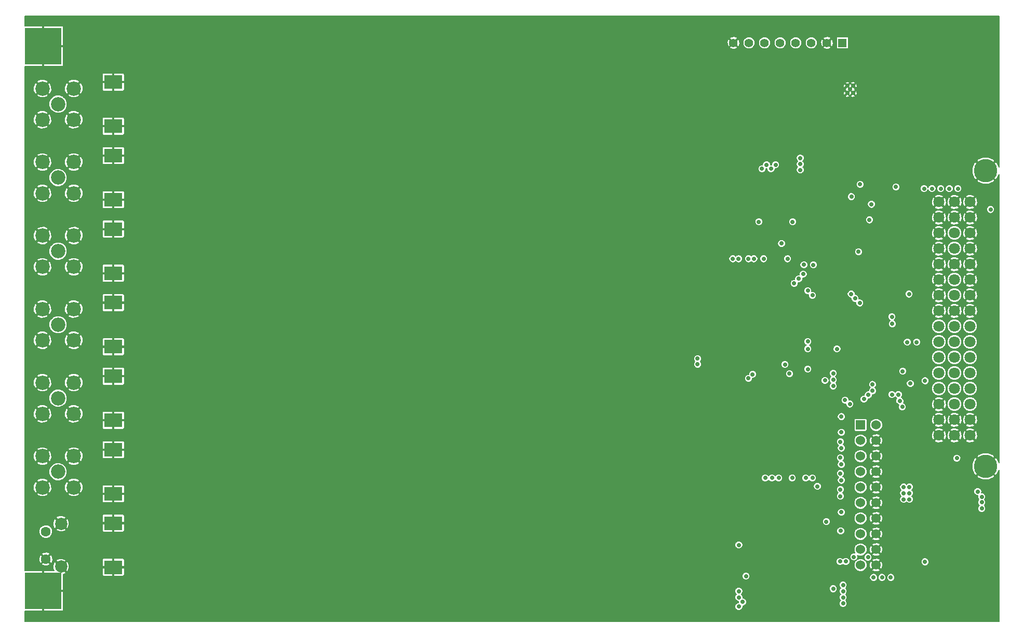
<source format=gbr>
G04 (created by PCBNEW (2013-07-07 BZR 4022)-stable) date 18.10.2013 17:48:28*
%MOIN*%
G04 Gerber Fmt 3.4, Leading zero omitted, Abs format*
%FSLAX34Y34*%
G01*
G70*
G90*
G04 APERTURE LIST*
%ADD10C,0.00590551*%
%ADD11R,0.06X0.06*%
%ADD12C,0.06*%
%ADD13C,0.0787*%
%ADD14C,0.063*%
%ADD15C,0.0709*%
%ADD16C,0.1496*%
%ADD17R,0.1181X0.0906*%
%ADD18C,0.0276*%
%ADD19R,0.055X0.055*%
%ADD20C,0.055*%
%ADD21C,0.0925*%
%ADD22R,0.23622X0.23622*%
%ADD23C,0.0275591*%
%ADD24C,0.00787402*%
G04 APERTURE END LIST*
G54D10*
G54D11*
X73554Y-46210D03*
G54D12*
X74554Y-46210D03*
X73554Y-47210D03*
X74554Y-47210D03*
X73554Y-48210D03*
X74554Y-48210D03*
X73554Y-49210D03*
X74554Y-49210D03*
X73554Y-50210D03*
X74554Y-50210D03*
X73554Y-51210D03*
X74554Y-51210D03*
X73554Y-52210D03*
X74554Y-52210D03*
X73554Y-53210D03*
X74554Y-53210D03*
X73554Y-54210D03*
X74554Y-54210D03*
X73554Y-55210D03*
X74554Y-55210D03*
G54D13*
X22239Y-52559D03*
X22239Y-55315D03*
G54D14*
X21259Y-53051D03*
X21259Y-54823D03*
G54D15*
X80590Y-31870D03*
X80590Y-32870D03*
X80590Y-33870D03*
X80590Y-34870D03*
X80590Y-35870D03*
X80590Y-36870D03*
X80590Y-37870D03*
X80590Y-38870D03*
X80590Y-39870D03*
X80590Y-40870D03*
X80590Y-41870D03*
X80590Y-42870D03*
X80590Y-43870D03*
X80590Y-44870D03*
X80590Y-45870D03*
X80590Y-46870D03*
X79590Y-31870D03*
X79590Y-32870D03*
X79590Y-33870D03*
X79590Y-34870D03*
X79590Y-35870D03*
X79590Y-36870D03*
X79590Y-37870D03*
X79590Y-38870D03*
X79590Y-39870D03*
X79590Y-40870D03*
X79590Y-41870D03*
X79590Y-42870D03*
X79590Y-43870D03*
X79590Y-44870D03*
X79590Y-45870D03*
X79590Y-46870D03*
X78590Y-31870D03*
X78590Y-32870D03*
X78590Y-33870D03*
X78590Y-34870D03*
X78590Y-35870D03*
X78590Y-36870D03*
X78590Y-37870D03*
X78590Y-38870D03*
X78590Y-39870D03*
X78590Y-40870D03*
X78590Y-41870D03*
X78590Y-42870D03*
X78590Y-43870D03*
X78590Y-44870D03*
X78590Y-45870D03*
X78590Y-46870D03*
G54D16*
X81590Y-29870D03*
X81590Y-48870D03*
G54D17*
X25590Y-52520D03*
X25590Y-55354D03*
X25590Y-24173D03*
X25590Y-27007D03*
G54D18*
X72893Y-24645D03*
X73070Y-24409D03*
X72716Y-24881D03*
X72716Y-24409D03*
X73070Y-24881D03*
G54D19*
X72397Y-21653D03*
G54D20*
X71397Y-21653D03*
X70397Y-21653D03*
X69397Y-21653D03*
X68397Y-21653D03*
X67397Y-21653D03*
X66397Y-21653D03*
X65397Y-21653D03*
G54D21*
X21043Y-26594D03*
X21043Y-24586D03*
X23051Y-24586D03*
X23051Y-26594D03*
X22047Y-25590D03*
X21043Y-45492D03*
X21043Y-43484D03*
X23051Y-43484D03*
X23051Y-45492D03*
X22047Y-44488D03*
X21043Y-50216D03*
X21043Y-48208D03*
X23051Y-48208D03*
X23051Y-50216D03*
X22047Y-49212D03*
X21043Y-40767D03*
X21043Y-38759D03*
X23051Y-38759D03*
X23051Y-40767D03*
X22047Y-39763D03*
G54D17*
X25590Y-28897D03*
X25590Y-31731D03*
X25590Y-47795D03*
X25590Y-50629D03*
X25590Y-38346D03*
X25590Y-41180D03*
G54D21*
X21043Y-31318D03*
X21043Y-29310D03*
X23051Y-29310D03*
X23051Y-31318D03*
X22047Y-30314D03*
X21043Y-36043D03*
X21043Y-34035D03*
X23051Y-34035D03*
X23051Y-36043D03*
X22047Y-35039D03*
G54D17*
X25590Y-33622D03*
X25590Y-36456D03*
X25590Y-43071D03*
X25590Y-45905D03*
G54D22*
X21090Y-56870D03*
X21090Y-21870D03*
G54D23*
X76692Y-50590D03*
X76692Y-50984D03*
X76692Y-50196D03*
X76318Y-50984D03*
X76318Y-50590D03*
X76318Y-50196D03*
X69685Y-29055D03*
X69685Y-29448D03*
X69685Y-29822D03*
X73523Y-30748D03*
X75826Y-30905D03*
X65748Y-53917D03*
X66200Y-55925D03*
X72283Y-53011D03*
X72322Y-51811D03*
X72322Y-49763D03*
X72322Y-48740D03*
X72322Y-47696D03*
X72322Y-46673D03*
X71811Y-56732D03*
X72244Y-54980D03*
X65354Y-35531D03*
X67342Y-35531D03*
X66358Y-35531D03*
X63090Y-42303D03*
X66633Y-42952D03*
X70177Y-40846D03*
X77696Y-55000D03*
X76259Y-42755D03*
X67027Y-33149D03*
X69192Y-33149D03*
X72263Y-50787D03*
X74133Y-33031D03*
X72322Y-45669D03*
X79744Y-48346D03*
X76555Y-40885D03*
X76673Y-37795D03*
X77165Y-40885D03*
X70177Y-41318D03*
X65728Y-35531D03*
X73425Y-35078D03*
X68877Y-35531D03*
X66712Y-35531D03*
X66358Y-43208D03*
X63090Y-41948D03*
X74330Y-43602D03*
X75984Y-44251D03*
X74055Y-44271D03*
X76082Y-44665D03*
X73779Y-44547D03*
X76240Y-45039D03*
X81909Y-32362D03*
G54D18*
X77637Y-31024D03*
X79251Y-31024D03*
X78700Y-31024D03*
X78149Y-31024D03*
X79802Y-31024D03*
G54D23*
X71811Y-42893D03*
X77696Y-43366D03*
X68996Y-42913D03*
X67519Y-29488D03*
X74251Y-32027D03*
X70531Y-35925D03*
X72972Y-31535D03*
X72047Y-41318D03*
X68700Y-42322D03*
X67224Y-29744D03*
X74035Y-54704D03*
X71279Y-43346D03*
X81082Y-50492D03*
G54D18*
X81338Y-50828D03*
X81338Y-51182D03*
X81338Y-51576D03*
G54D23*
X68484Y-34547D03*
X67814Y-29744D03*
X71811Y-43700D03*
X76751Y-43543D03*
X75570Y-39251D03*
X73208Y-38070D03*
X75590Y-39704D03*
X73503Y-38366D03*
X65748Y-56889D03*
X74389Y-56003D03*
X71811Y-43307D03*
X72440Y-56496D03*
X65748Y-57283D03*
X72440Y-56889D03*
X74940Y-56003D03*
X72559Y-44606D03*
X65748Y-57874D03*
X72440Y-57677D03*
X74330Y-44015D03*
X75570Y-44251D03*
X72440Y-57283D03*
X72874Y-44862D03*
X65984Y-57578D03*
X75492Y-56003D03*
X68110Y-29488D03*
X72952Y-37795D03*
X73129Y-54685D03*
X72618Y-54980D03*
X23622Y-58464D03*
X25590Y-58464D03*
X27559Y-58464D03*
X29527Y-58464D03*
X31496Y-58464D03*
X33464Y-58464D03*
X35433Y-58464D03*
X37401Y-58464D03*
X39370Y-58464D03*
X41338Y-58464D03*
X43307Y-58464D03*
X45275Y-58464D03*
X47244Y-58464D03*
X49212Y-58464D03*
X51181Y-58464D03*
X53149Y-58464D03*
X55118Y-58464D03*
X57086Y-58464D03*
X59055Y-58464D03*
X61023Y-58464D03*
X62992Y-58464D03*
X64960Y-58464D03*
X66929Y-58464D03*
X68897Y-58464D03*
X70866Y-58464D03*
X72834Y-58464D03*
X74803Y-58464D03*
X76771Y-58464D03*
X78740Y-58464D03*
X80708Y-58464D03*
X21653Y-58464D03*
X21653Y-20275D03*
X80708Y-20275D03*
X78740Y-20275D03*
X76771Y-20275D03*
X74803Y-20275D03*
X72834Y-20275D03*
X70866Y-20275D03*
X68897Y-20275D03*
X66929Y-20275D03*
X64960Y-20275D03*
X62992Y-20275D03*
X61023Y-20275D03*
X59055Y-20275D03*
X57086Y-20275D03*
X55118Y-20275D03*
X53149Y-20275D03*
X51181Y-20275D03*
X49212Y-20275D03*
X47244Y-20275D03*
X45275Y-20275D03*
X43307Y-20275D03*
X41338Y-20275D03*
X39370Y-20275D03*
X37401Y-20275D03*
X35433Y-20275D03*
X33464Y-20275D03*
X31496Y-20275D03*
X29527Y-20275D03*
X27559Y-20275D03*
X25590Y-20275D03*
X23622Y-20275D03*
X81338Y-55118D03*
X70964Y-25649D03*
X75669Y-23996D03*
X76141Y-24409D03*
X76141Y-25019D03*
X76850Y-26102D03*
X69685Y-27598D03*
X69015Y-27854D03*
X73385Y-27185D03*
X72165Y-27283D03*
X80059Y-24803D03*
X76043Y-48917D03*
X76043Y-48346D03*
X78996Y-55059D03*
X76240Y-55236D03*
X66830Y-46338D03*
X66220Y-46338D03*
X59960Y-41830D03*
X59960Y-42440D03*
X60610Y-36318D03*
X60610Y-35708D03*
X60610Y-35098D03*
X66240Y-32519D03*
X65708Y-32519D03*
X65098Y-32519D03*
X64685Y-32381D03*
X72322Y-46259D03*
X73267Y-40925D03*
X70649Y-56397D03*
X66732Y-56594D03*
X62106Y-42500D03*
X66909Y-43208D03*
X71811Y-44330D03*
X62047Y-36043D03*
X69074Y-34547D03*
X66161Y-34547D03*
X66929Y-34547D03*
X72047Y-40570D03*
X67263Y-31771D03*
X67263Y-32381D03*
X67637Y-33149D03*
X71653Y-33149D03*
X71023Y-33149D03*
X70413Y-33149D03*
X69803Y-33149D03*
X68582Y-33149D03*
X68858Y-31476D03*
X74133Y-32539D03*
X75275Y-33031D03*
X75275Y-32539D03*
X75275Y-32027D03*
X75275Y-31535D03*
X69606Y-52657D03*
X70944Y-52657D03*
X66476Y-53956D03*
X74055Y-36515D03*
X80039Y-55570D03*
X76417Y-52283D03*
X77677Y-48346D03*
X75885Y-41909D03*
X77047Y-38562D03*
X79881Y-48759D03*
X70728Y-36515D03*
X74035Y-35078D03*
X72814Y-35078D03*
X75708Y-36181D03*
X77834Y-35944D03*
X77834Y-35314D03*
X76003Y-34409D03*
X77263Y-43602D03*
X77440Y-36850D03*
X72263Y-49330D03*
X72263Y-47283D03*
X69173Y-49606D03*
X69881Y-36515D03*
X70787Y-50157D03*
X69921Y-35905D03*
X71358Y-52421D03*
X72263Y-50354D03*
X72263Y-48307D03*
X70039Y-49606D03*
X70177Y-42618D03*
X70177Y-37578D03*
X67440Y-49606D03*
X67874Y-49606D03*
X69291Y-37106D03*
X70472Y-37874D03*
X70472Y-49606D03*
X68307Y-49606D03*
X69586Y-36811D03*
G54D10*
G36*
X82440Y-58818D02*
X82169Y-58818D01*
X82169Y-49505D01*
X81590Y-48925D01*
X81534Y-48981D01*
X81534Y-48870D01*
X80955Y-48290D01*
X80885Y-48347D01*
X80885Y-47220D01*
X80590Y-46925D01*
X80534Y-46981D01*
X80534Y-46870D01*
X80239Y-46574D01*
X80172Y-46614D01*
X80106Y-46794D01*
X80114Y-46985D01*
X80172Y-47125D01*
X80239Y-47165D01*
X80534Y-46870D01*
X80534Y-46981D01*
X80295Y-47220D01*
X80335Y-47288D01*
X80514Y-47354D01*
X80705Y-47346D01*
X80845Y-47288D01*
X80885Y-47220D01*
X80885Y-48347D01*
X80847Y-48378D01*
X80715Y-48700D01*
X80717Y-49048D01*
X80847Y-49361D01*
X80955Y-49449D01*
X81534Y-48870D01*
X81534Y-48981D01*
X81011Y-49505D01*
X81099Y-49613D01*
X81421Y-49744D01*
X81768Y-49743D01*
X82081Y-49613D01*
X82169Y-49505D01*
X82169Y-58818D01*
X81594Y-58818D01*
X81594Y-51525D01*
X81555Y-51431D01*
X81503Y-51378D01*
X81554Y-51327D01*
X81594Y-51233D01*
X81594Y-51131D01*
X81555Y-51037D01*
X81523Y-51005D01*
X81554Y-50973D01*
X81594Y-50879D01*
X81594Y-50777D01*
X81555Y-50683D01*
X81483Y-50611D01*
X81389Y-50571D01*
X81326Y-50571D01*
X81338Y-50543D01*
X81338Y-50441D01*
X81299Y-50347D01*
X81227Y-50275D01*
X81133Y-50236D01*
X81031Y-50236D01*
X80937Y-50275D01*
X80865Y-50346D01*
X80826Y-50441D01*
X80826Y-50542D01*
X80865Y-50636D01*
X80937Y-50708D01*
X81031Y-50747D01*
X81093Y-50748D01*
X81081Y-50776D01*
X81081Y-50878D01*
X81120Y-50972D01*
X81152Y-51004D01*
X81121Y-51036D01*
X81081Y-51130D01*
X81081Y-51232D01*
X81120Y-51326D01*
X81172Y-51379D01*
X81121Y-51430D01*
X81081Y-51524D01*
X81081Y-51626D01*
X81120Y-51720D01*
X81192Y-51792D01*
X81286Y-51832D01*
X81388Y-51832D01*
X81482Y-51793D01*
X81554Y-51721D01*
X81594Y-51627D01*
X81594Y-51525D01*
X81594Y-58818D01*
X80074Y-58818D01*
X80074Y-46945D01*
X80074Y-45945D01*
X80074Y-38945D01*
X80074Y-35945D01*
X80074Y-32945D01*
X80074Y-31945D01*
X80066Y-31754D01*
X80058Y-31734D01*
X80058Y-30973D01*
X80019Y-30879D01*
X79947Y-30807D01*
X79853Y-30767D01*
X79751Y-30767D01*
X79657Y-30806D01*
X79585Y-30878D01*
X79545Y-30972D01*
X79545Y-31074D01*
X79584Y-31168D01*
X79656Y-31240D01*
X79750Y-31280D01*
X79852Y-31280D01*
X79946Y-31241D01*
X80018Y-31169D01*
X80058Y-31075D01*
X80058Y-30973D01*
X80058Y-31734D01*
X80008Y-31614D01*
X79941Y-31574D01*
X79885Y-31630D01*
X79885Y-31519D01*
X79845Y-31451D01*
X79666Y-31386D01*
X79507Y-31392D01*
X79507Y-30973D01*
X79468Y-30879D01*
X79396Y-30807D01*
X79302Y-30767D01*
X79200Y-30767D01*
X79106Y-30806D01*
X79034Y-30878D01*
X78994Y-30972D01*
X78994Y-31074D01*
X79033Y-31168D01*
X79105Y-31240D01*
X79199Y-31280D01*
X79301Y-31280D01*
X79395Y-31241D01*
X79467Y-31169D01*
X79507Y-31075D01*
X79507Y-30973D01*
X79507Y-31392D01*
X79475Y-31393D01*
X79335Y-31451D01*
X79295Y-31519D01*
X79590Y-31814D01*
X79885Y-31519D01*
X79885Y-31630D01*
X79646Y-31870D01*
X79941Y-32165D01*
X80008Y-32125D01*
X80074Y-31945D01*
X80074Y-32945D01*
X80066Y-32754D01*
X80008Y-32614D01*
X79941Y-32574D01*
X79885Y-32630D01*
X79885Y-32519D01*
X79885Y-32220D01*
X79590Y-31925D01*
X79534Y-31981D01*
X79534Y-31870D01*
X79239Y-31574D01*
X79172Y-31614D01*
X79106Y-31794D01*
X79114Y-31985D01*
X79172Y-32125D01*
X79239Y-32165D01*
X79534Y-31870D01*
X79534Y-31981D01*
X79295Y-32220D01*
X79335Y-32288D01*
X79514Y-32354D01*
X79705Y-32346D01*
X79845Y-32288D01*
X79885Y-32220D01*
X79885Y-32519D01*
X79845Y-32451D01*
X79666Y-32386D01*
X79475Y-32393D01*
X79335Y-32451D01*
X79295Y-32519D01*
X79590Y-32814D01*
X79885Y-32519D01*
X79885Y-32630D01*
X79646Y-32870D01*
X79941Y-33165D01*
X80008Y-33125D01*
X80074Y-32945D01*
X80074Y-35945D01*
X80066Y-35754D01*
X80063Y-35746D01*
X80063Y-34776D01*
X80063Y-33776D01*
X79991Y-33602D01*
X79885Y-33496D01*
X79885Y-33220D01*
X79590Y-32925D01*
X79534Y-32981D01*
X79534Y-32870D01*
X79239Y-32574D01*
X79172Y-32614D01*
X79106Y-32794D01*
X79114Y-32985D01*
X79172Y-33125D01*
X79239Y-33165D01*
X79534Y-32870D01*
X79534Y-32981D01*
X79295Y-33220D01*
X79335Y-33288D01*
X79514Y-33354D01*
X79705Y-33346D01*
X79845Y-33288D01*
X79885Y-33220D01*
X79885Y-33496D01*
X79858Y-33469D01*
X79684Y-33397D01*
X79496Y-33397D01*
X79323Y-33469D01*
X79190Y-33602D01*
X79118Y-33775D01*
X79117Y-33963D01*
X79189Y-34137D01*
X79322Y-34270D01*
X79496Y-34342D01*
X79684Y-34342D01*
X79857Y-34270D01*
X79990Y-34138D01*
X80063Y-33964D01*
X80063Y-33776D01*
X80063Y-34776D01*
X79991Y-34602D01*
X79858Y-34469D01*
X79684Y-34397D01*
X79496Y-34397D01*
X79323Y-34469D01*
X79190Y-34602D01*
X79118Y-34775D01*
X79117Y-34963D01*
X79189Y-35137D01*
X79322Y-35270D01*
X79496Y-35342D01*
X79684Y-35342D01*
X79857Y-35270D01*
X79990Y-35138D01*
X80063Y-34964D01*
X80063Y-34776D01*
X80063Y-35746D01*
X80008Y-35614D01*
X79941Y-35574D01*
X79885Y-35630D01*
X79885Y-35519D01*
X79845Y-35451D01*
X79666Y-35386D01*
X79475Y-35393D01*
X79335Y-35451D01*
X79295Y-35519D01*
X79590Y-35814D01*
X79885Y-35519D01*
X79885Y-35630D01*
X79646Y-35870D01*
X79941Y-36165D01*
X80008Y-36125D01*
X80074Y-35945D01*
X80074Y-38945D01*
X80066Y-38754D01*
X80063Y-38746D01*
X80063Y-37776D01*
X80063Y-36776D01*
X79991Y-36602D01*
X79885Y-36496D01*
X79885Y-36220D01*
X79590Y-35925D01*
X79534Y-35981D01*
X79534Y-35870D01*
X79239Y-35574D01*
X79172Y-35614D01*
X79106Y-35794D01*
X79114Y-35985D01*
X79172Y-36125D01*
X79239Y-36165D01*
X79534Y-35870D01*
X79534Y-35981D01*
X79295Y-36220D01*
X79335Y-36288D01*
X79514Y-36354D01*
X79705Y-36346D01*
X79845Y-36288D01*
X79885Y-36220D01*
X79885Y-36496D01*
X79858Y-36469D01*
X79684Y-36397D01*
X79496Y-36397D01*
X79323Y-36469D01*
X79190Y-36602D01*
X79118Y-36775D01*
X79117Y-36963D01*
X79189Y-37137D01*
X79322Y-37270D01*
X79496Y-37342D01*
X79684Y-37342D01*
X79857Y-37270D01*
X79990Y-37138D01*
X80063Y-36964D01*
X80063Y-36776D01*
X80063Y-37776D01*
X79991Y-37602D01*
X79858Y-37469D01*
X79684Y-37397D01*
X79496Y-37397D01*
X79323Y-37469D01*
X79190Y-37602D01*
X79118Y-37775D01*
X79117Y-37963D01*
X79189Y-38137D01*
X79322Y-38270D01*
X79496Y-38342D01*
X79684Y-38342D01*
X79857Y-38270D01*
X79990Y-38138D01*
X80063Y-37964D01*
X80063Y-37776D01*
X80063Y-38746D01*
X80008Y-38614D01*
X79941Y-38574D01*
X79885Y-38630D01*
X79885Y-38519D01*
X79845Y-38451D01*
X79666Y-38386D01*
X79475Y-38393D01*
X79335Y-38451D01*
X79295Y-38519D01*
X79590Y-38814D01*
X79885Y-38519D01*
X79885Y-38630D01*
X79646Y-38870D01*
X79941Y-39165D01*
X80008Y-39125D01*
X80074Y-38945D01*
X80074Y-45945D01*
X80066Y-45754D01*
X80063Y-45746D01*
X80063Y-44776D01*
X80063Y-43776D01*
X80063Y-42776D01*
X80063Y-41776D01*
X80063Y-40776D01*
X80063Y-39776D01*
X79991Y-39602D01*
X79885Y-39496D01*
X79885Y-39220D01*
X79590Y-38925D01*
X79534Y-38981D01*
X79534Y-38870D01*
X79239Y-38574D01*
X79172Y-38614D01*
X79106Y-38794D01*
X79114Y-38985D01*
X79172Y-39125D01*
X79239Y-39165D01*
X79534Y-38870D01*
X79534Y-38981D01*
X79295Y-39220D01*
X79335Y-39288D01*
X79514Y-39354D01*
X79705Y-39346D01*
X79845Y-39288D01*
X79885Y-39220D01*
X79885Y-39496D01*
X79858Y-39469D01*
X79684Y-39397D01*
X79496Y-39397D01*
X79323Y-39469D01*
X79190Y-39602D01*
X79118Y-39775D01*
X79117Y-39963D01*
X79189Y-40137D01*
X79322Y-40270D01*
X79496Y-40342D01*
X79684Y-40342D01*
X79857Y-40270D01*
X79990Y-40138D01*
X80063Y-39964D01*
X80063Y-39776D01*
X80063Y-40776D01*
X79991Y-40602D01*
X79858Y-40469D01*
X79684Y-40397D01*
X79496Y-40397D01*
X79323Y-40469D01*
X79190Y-40602D01*
X79118Y-40775D01*
X79117Y-40963D01*
X79189Y-41137D01*
X79322Y-41270D01*
X79496Y-41342D01*
X79684Y-41342D01*
X79857Y-41270D01*
X79990Y-41138D01*
X80063Y-40964D01*
X80063Y-40776D01*
X80063Y-41776D01*
X79991Y-41602D01*
X79858Y-41469D01*
X79684Y-41397D01*
X79496Y-41397D01*
X79323Y-41469D01*
X79190Y-41602D01*
X79118Y-41775D01*
X79117Y-41963D01*
X79189Y-42137D01*
X79322Y-42270D01*
X79496Y-42342D01*
X79684Y-42342D01*
X79857Y-42270D01*
X79990Y-42138D01*
X80063Y-41964D01*
X80063Y-41776D01*
X80063Y-42776D01*
X79991Y-42602D01*
X79858Y-42469D01*
X79684Y-42397D01*
X79496Y-42397D01*
X79323Y-42469D01*
X79190Y-42602D01*
X79118Y-42775D01*
X79117Y-42963D01*
X79189Y-43137D01*
X79322Y-43270D01*
X79496Y-43342D01*
X79684Y-43342D01*
X79857Y-43270D01*
X79990Y-43138D01*
X80063Y-42964D01*
X80063Y-42776D01*
X80063Y-43776D01*
X79991Y-43602D01*
X79858Y-43469D01*
X79684Y-43397D01*
X79496Y-43397D01*
X79323Y-43469D01*
X79190Y-43602D01*
X79118Y-43775D01*
X79117Y-43963D01*
X79189Y-44137D01*
X79322Y-44270D01*
X79496Y-44342D01*
X79684Y-44342D01*
X79857Y-44270D01*
X79990Y-44138D01*
X80063Y-43964D01*
X80063Y-43776D01*
X80063Y-44776D01*
X79991Y-44602D01*
X79858Y-44469D01*
X79684Y-44397D01*
X79496Y-44397D01*
X79323Y-44469D01*
X79190Y-44602D01*
X79118Y-44775D01*
X79117Y-44963D01*
X79189Y-45137D01*
X79322Y-45270D01*
X79496Y-45342D01*
X79684Y-45342D01*
X79857Y-45270D01*
X79990Y-45138D01*
X80063Y-44964D01*
X80063Y-44776D01*
X80063Y-45746D01*
X80008Y-45614D01*
X79941Y-45574D01*
X79885Y-45630D01*
X79885Y-45519D01*
X79845Y-45451D01*
X79666Y-45386D01*
X79475Y-45393D01*
X79335Y-45451D01*
X79295Y-45519D01*
X79590Y-45814D01*
X79885Y-45519D01*
X79885Y-45630D01*
X79646Y-45870D01*
X79941Y-46165D01*
X80008Y-46125D01*
X80074Y-45945D01*
X80074Y-46945D01*
X80066Y-46754D01*
X80008Y-46614D01*
X79941Y-46574D01*
X79885Y-46630D01*
X79885Y-46519D01*
X79885Y-46220D01*
X79590Y-45925D01*
X79534Y-45981D01*
X79534Y-45870D01*
X79239Y-45574D01*
X79172Y-45614D01*
X79106Y-45794D01*
X79114Y-45985D01*
X79172Y-46125D01*
X79239Y-46165D01*
X79534Y-45870D01*
X79534Y-45981D01*
X79295Y-46220D01*
X79335Y-46288D01*
X79514Y-46354D01*
X79705Y-46346D01*
X79845Y-46288D01*
X79885Y-46220D01*
X79885Y-46519D01*
X79845Y-46451D01*
X79666Y-46386D01*
X79475Y-46393D01*
X79335Y-46451D01*
X79295Y-46519D01*
X79590Y-46814D01*
X79885Y-46519D01*
X79885Y-46630D01*
X79646Y-46870D01*
X79941Y-47165D01*
X80008Y-47125D01*
X80074Y-46945D01*
X80074Y-58818D01*
X80000Y-58818D01*
X80000Y-48295D01*
X79961Y-48201D01*
X79889Y-48129D01*
X79885Y-48128D01*
X79885Y-47220D01*
X79590Y-46925D01*
X79534Y-46981D01*
X79534Y-46870D01*
X79239Y-46574D01*
X79172Y-46614D01*
X79106Y-46794D01*
X79114Y-46985D01*
X79172Y-47125D01*
X79239Y-47165D01*
X79534Y-46870D01*
X79534Y-46981D01*
X79295Y-47220D01*
X79335Y-47288D01*
X79514Y-47354D01*
X79705Y-47346D01*
X79845Y-47288D01*
X79885Y-47220D01*
X79885Y-48128D01*
X79795Y-48090D01*
X79693Y-48090D01*
X79599Y-48129D01*
X79527Y-48201D01*
X79488Y-48295D01*
X79488Y-48397D01*
X79527Y-48491D01*
X79598Y-48563D01*
X79692Y-48602D01*
X79794Y-48602D01*
X79888Y-48563D01*
X79960Y-48491D01*
X79999Y-48397D01*
X80000Y-48295D01*
X80000Y-58818D01*
X79074Y-58818D01*
X79074Y-46945D01*
X79074Y-45945D01*
X79074Y-44945D01*
X79074Y-38945D01*
X79074Y-37945D01*
X79074Y-36945D01*
X79074Y-35945D01*
X79074Y-34945D01*
X79074Y-33945D01*
X79074Y-32945D01*
X79074Y-31945D01*
X79066Y-31754D01*
X79008Y-31614D01*
X78956Y-31583D01*
X78956Y-30973D01*
X78917Y-30879D01*
X78845Y-30807D01*
X78751Y-30767D01*
X78649Y-30767D01*
X78555Y-30806D01*
X78483Y-30878D01*
X78443Y-30972D01*
X78443Y-31074D01*
X78482Y-31168D01*
X78554Y-31240D01*
X78648Y-31280D01*
X78750Y-31280D01*
X78844Y-31241D01*
X78916Y-31169D01*
X78956Y-31075D01*
X78956Y-30973D01*
X78956Y-31583D01*
X78941Y-31574D01*
X78885Y-31630D01*
X78885Y-31519D01*
X78845Y-31451D01*
X78666Y-31386D01*
X78475Y-31393D01*
X78405Y-31422D01*
X78405Y-30973D01*
X78366Y-30879D01*
X78294Y-30807D01*
X78200Y-30767D01*
X78098Y-30767D01*
X78004Y-30806D01*
X77932Y-30878D01*
X77892Y-30972D01*
X77854Y-30879D01*
X77782Y-30807D01*
X77688Y-30767D01*
X77586Y-30767D01*
X77492Y-30806D01*
X77420Y-30878D01*
X77380Y-30972D01*
X77380Y-31074D01*
X77419Y-31168D01*
X77491Y-31240D01*
X77585Y-31280D01*
X77687Y-31280D01*
X77781Y-31241D01*
X77853Y-31169D01*
X77893Y-31075D01*
X77931Y-31168D01*
X78003Y-31240D01*
X78097Y-31280D01*
X78199Y-31280D01*
X78293Y-31241D01*
X78365Y-31169D01*
X78405Y-31075D01*
X78405Y-30973D01*
X78405Y-31422D01*
X78335Y-31451D01*
X78295Y-31519D01*
X78590Y-31814D01*
X78885Y-31519D01*
X78885Y-31630D01*
X78646Y-31870D01*
X78941Y-32165D01*
X79008Y-32125D01*
X79074Y-31945D01*
X79074Y-32945D01*
X79066Y-32754D01*
X79008Y-32614D01*
X78941Y-32574D01*
X78885Y-32630D01*
X78885Y-32519D01*
X78885Y-32220D01*
X78590Y-31925D01*
X78534Y-31981D01*
X78534Y-31870D01*
X78239Y-31574D01*
X78172Y-31614D01*
X78106Y-31794D01*
X78114Y-31985D01*
X78172Y-32125D01*
X78239Y-32165D01*
X78534Y-31870D01*
X78534Y-31981D01*
X78295Y-32220D01*
X78335Y-32288D01*
X78514Y-32354D01*
X78705Y-32346D01*
X78845Y-32288D01*
X78885Y-32220D01*
X78885Y-32519D01*
X78845Y-32451D01*
X78666Y-32386D01*
X78475Y-32393D01*
X78335Y-32451D01*
X78295Y-32519D01*
X78590Y-32814D01*
X78885Y-32519D01*
X78885Y-32630D01*
X78646Y-32870D01*
X78941Y-33165D01*
X79008Y-33125D01*
X79074Y-32945D01*
X79074Y-33945D01*
X79066Y-33754D01*
X79008Y-33614D01*
X78941Y-33574D01*
X78885Y-33630D01*
X78885Y-33519D01*
X78885Y-33220D01*
X78590Y-32925D01*
X78534Y-32981D01*
X78534Y-32870D01*
X78239Y-32574D01*
X78172Y-32614D01*
X78106Y-32794D01*
X78114Y-32985D01*
X78172Y-33125D01*
X78239Y-33165D01*
X78534Y-32870D01*
X78534Y-32981D01*
X78295Y-33220D01*
X78335Y-33288D01*
X78514Y-33354D01*
X78705Y-33346D01*
X78845Y-33288D01*
X78885Y-33220D01*
X78885Y-33519D01*
X78845Y-33451D01*
X78666Y-33386D01*
X78475Y-33393D01*
X78335Y-33451D01*
X78295Y-33519D01*
X78590Y-33814D01*
X78885Y-33519D01*
X78885Y-33630D01*
X78646Y-33870D01*
X78941Y-34165D01*
X79008Y-34125D01*
X79074Y-33945D01*
X79074Y-34945D01*
X79066Y-34754D01*
X79008Y-34614D01*
X78941Y-34574D01*
X78885Y-34630D01*
X78885Y-34519D01*
X78885Y-34220D01*
X78590Y-33925D01*
X78534Y-33981D01*
X78534Y-33870D01*
X78239Y-33574D01*
X78172Y-33614D01*
X78106Y-33794D01*
X78114Y-33985D01*
X78172Y-34125D01*
X78239Y-34165D01*
X78534Y-33870D01*
X78534Y-33981D01*
X78295Y-34220D01*
X78335Y-34288D01*
X78514Y-34354D01*
X78705Y-34346D01*
X78845Y-34288D01*
X78885Y-34220D01*
X78885Y-34519D01*
X78845Y-34451D01*
X78666Y-34386D01*
X78475Y-34393D01*
X78335Y-34451D01*
X78295Y-34519D01*
X78590Y-34814D01*
X78885Y-34519D01*
X78885Y-34630D01*
X78646Y-34870D01*
X78941Y-35165D01*
X79008Y-35125D01*
X79074Y-34945D01*
X79074Y-35945D01*
X79066Y-35754D01*
X79008Y-35614D01*
X78941Y-35574D01*
X78885Y-35630D01*
X78885Y-35519D01*
X78885Y-35220D01*
X78590Y-34925D01*
X78534Y-34981D01*
X78534Y-34870D01*
X78239Y-34574D01*
X78172Y-34614D01*
X78106Y-34794D01*
X78114Y-34985D01*
X78172Y-35125D01*
X78239Y-35165D01*
X78534Y-34870D01*
X78534Y-34981D01*
X78295Y-35220D01*
X78335Y-35288D01*
X78514Y-35354D01*
X78705Y-35346D01*
X78845Y-35288D01*
X78885Y-35220D01*
X78885Y-35519D01*
X78845Y-35451D01*
X78666Y-35386D01*
X78475Y-35393D01*
X78335Y-35451D01*
X78295Y-35519D01*
X78590Y-35814D01*
X78885Y-35519D01*
X78885Y-35630D01*
X78646Y-35870D01*
X78941Y-36165D01*
X79008Y-36125D01*
X79074Y-35945D01*
X79074Y-36945D01*
X79066Y-36754D01*
X79008Y-36614D01*
X78941Y-36574D01*
X78885Y-36630D01*
X78885Y-36519D01*
X78885Y-36220D01*
X78590Y-35925D01*
X78534Y-35981D01*
X78534Y-35870D01*
X78239Y-35574D01*
X78172Y-35614D01*
X78106Y-35794D01*
X78114Y-35985D01*
X78172Y-36125D01*
X78239Y-36165D01*
X78534Y-35870D01*
X78534Y-35981D01*
X78295Y-36220D01*
X78335Y-36288D01*
X78514Y-36354D01*
X78705Y-36346D01*
X78845Y-36288D01*
X78885Y-36220D01*
X78885Y-36519D01*
X78845Y-36451D01*
X78666Y-36386D01*
X78475Y-36393D01*
X78335Y-36451D01*
X78295Y-36519D01*
X78590Y-36814D01*
X78885Y-36519D01*
X78885Y-36630D01*
X78646Y-36870D01*
X78941Y-37165D01*
X79008Y-37125D01*
X79074Y-36945D01*
X79074Y-37945D01*
X79066Y-37754D01*
X79008Y-37614D01*
X78941Y-37574D01*
X78885Y-37630D01*
X78885Y-37519D01*
X78885Y-37220D01*
X78590Y-36925D01*
X78534Y-36981D01*
X78534Y-36870D01*
X78239Y-36574D01*
X78172Y-36614D01*
X78106Y-36794D01*
X78114Y-36985D01*
X78172Y-37125D01*
X78239Y-37165D01*
X78534Y-36870D01*
X78534Y-36981D01*
X78295Y-37220D01*
X78335Y-37288D01*
X78514Y-37354D01*
X78705Y-37346D01*
X78845Y-37288D01*
X78885Y-37220D01*
X78885Y-37519D01*
X78845Y-37451D01*
X78666Y-37386D01*
X78475Y-37393D01*
X78335Y-37451D01*
X78295Y-37519D01*
X78590Y-37814D01*
X78885Y-37519D01*
X78885Y-37630D01*
X78646Y-37870D01*
X78941Y-38165D01*
X79008Y-38125D01*
X79074Y-37945D01*
X79074Y-38945D01*
X79066Y-38754D01*
X79008Y-38614D01*
X78941Y-38574D01*
X78885Y-38630D01*
X78885Y-38519D01*
X78885Y-38220D01*
X78590Y-37925D01*
X78534Y-37981D01*
X78534Y-37870D01*
X78239Y-37574D01*
X78172Y-37614D01*
X78106Y-37794D01*
X78114Y-37985D01*
X78172Y-38125D01*
X78239Y-38165D01*
X78534Y-37870D01*
X78534Y-37981D01*
X78295Y-38220D01*
X78335Y-38288D01*
X78514Y-38354D01*
X78705Y-38346D01*
X78845Y-38288D01*
X78885Y-38220D01*
X78885Y-38519D01*
X78845Y-38451D01*
X78666Y-38386D01*
X78475Y-38393D01*
X78335Y-38451D01*
X78295Y-38519D01*
X78590Y-38814D01*
X78885Y-38519D01*
X78885Y-38630D01*
X78646Y-38870D01*
X78941Y-39165D01*
X79008Y-39125D01*
X79074Y-38945D01*
X79074Y-44945D01*
X79066Y-44754D01*
X79063Y-44746D01*
X79063Y-43776D01*
X79063Y-42776D01*
X79063Y-41776D01*
X79063Y-40776D01*
X79063Y-39776D01*
X78991Y-39602D01*
X78885Y-39496D01*
X78885Y-39220D01*
X78590Y-38925D01*
X78534Y-38981D01*
X78534Y-38870D01*
X78239Y-38574D01*
X78172Y-38614D01*
X78106Y-38794D01*
X78114Y-38985D01*
X78172Y-39125D01*
X78239Y-39165D01*
X78534Y-38870D01*
X78534Y-38981D01*
X78295Y-39220D01*
X78335Y-39288D01*
X78514Y-39354D01*
X78705Y-39346D01*
X78845Y-39288D01*
X78885Y-39220D01*
X78885Y-39496D01*
X78858Y-39469D01*
X78684Y-39397D01*
X78496Y-39397D01*
X78323Y-39469D01*
X78190Y-39602D01*
X78118Y-39775D01*
X78117Y-39963D01*
X78189Y-40137D01*
X78322Y-40270D01*
X78496Y-40342D01*
X78684Y-40342D01*
X78857Y-40270D01*
X78990Y-40138D01*
X79063Y-39964D01*
X79063Y-39776D01*
X79063Y-40776D01*
X78991Y-40602D01*
X78858Y-40469D01*
X78684Y-40397D01*
X78496Y-40397D01*
X78323Y-40469D01*
X78190Y-40602D01*
X78118Y-40775D01*
X78117Y-40963D01*
X78189Y-41137D01*
X78322Y-41270D01*
X78496Y-41342D01*
X78684Y-41342D01*
X78857Y-41270D01*
X78990Y-41138D01*
X79063Y-40964D01*
X79063Y-40776D01*
X79063Y-41776D01*
X78991Y-41602D01*
X78858Y-41469D01*
X78684Y-41397D01*
X78496Y-41397D01*
X78323Y-41469D01*
X78190Y-41602D01*
X78118Y-41775D01*
X78117Y-41963D01*
X78189Y-42137D01*
X78322Y-42270D01*
X78496Y-42342D01*
X78684Y-42342D01*
X78857Y-42270D01*
X78990Y-42138D01*
X79063Y-41964D01*
X79063Y-41776D01*
X79063Y-42776D01*
X78991Y-42602D01*
X78858Y-42469D01*
X78684Y-42397D01*
X78496Y-42397D01*
X78323Y-42469D01*
X78190Y-42602D01*
X78118Y-42775D01*
X78117Y-42963D01*
X78189Y-43137D01*
X78322Y-43270D01*
X78496Y-43342D01*
X78684Y-43342D01*
X78857Y-43270D01*
X78990Y-43138D01*
X79063Y-42964D01*
X79063Y-42776D01*
X79063Y-43776D01*
X78991Y-43602D01*
X78858Y-43469D01*
X78684Y-43397D01*
X78496Y-43397D01*
X78323Y-43469D01*
X78190Y-43602D01*
X78118Y-43775D01*
X78117Y-43963D01*
X78189Y-44137D01*
X78322Y-44270D01*
X78496Y-44342D01*
X78684Y-44342D01*
X78857Y-44270D01*
X78990Y-44138D01*
X79063Y-43964D01*
X79063Y-43776D01*
X79063Y-44746D01*
X79008Y-44614D01*
X78941Y-44574D01*
X78885Y-44630D01*
X78885Y-44519D01*
X78845Y-44451D01*
X78666Y-44386D01*
X78475Y-44393D01*
X78335Y-44451D01*
X78295Y-44519D01*
X78590Y-44814D01*
X78885Y-44519D01*
X78885Y-44630D01*
X78646Y-44870D01*
X78941Y-45165D01*
X79008Y-45125D01*
X79074Y-44945D01*
X79074Y-45945D01*
X79066Y-45754D01*
X79008Y-45614D01*
X78941Y-45574D01*
X78885Y-45630D01*
X78885Y-45519D01*
X78885Y-45220D01*
X78590Y-44925D01*
X78534Y-44981D01*
X78534Y-44870D01*
X78239Y-44574D01*
X78172Y-44614D01*
X78106Y-44794D01*
X78114Y-44985D01*
X78172Y-45125D01*
X78239Y-45165D01*
X78534Y-44870D01*
X78534Y-44981D01*
X78295Y-45220D01*
X78335Y-45288D01*
X78514Y-45354D01*
X78705Y-45346D01*
X78845Y-45288D01*
X78885Y-45220D01*
X78885Y-45519D01*
X78845Y-45451D01*
X78666Y-45386D01*
X78475Y-45393D01*
X78335Y-45451D01*
X78295Y-45519D01*
X78590Y-45814D01*
X78885Y-45519D01*
X78885Y-45630D01*
X78646Y-45870D01*
X78941Y-46165D01*
X79008Y-46125D01*
X79074Y-45945D01*
X79074Y-46945D01*
X79066Y-46754D01*
X79008Y-46614D01*
X78941Y-46574D01*
X78885Y-46630D01*
X78885Y-46519D01*
X78885Y-46220D01*
X78590Y-45925D01*
X78534Y-45981D01*
X78534Y-45870D01*
X78239Y-45574D01*
X78172Y-45614D01*
X78106Y-45794D01*
X78114Y-45985D01*
X78172Y-46125D01*
X78239Y-46165D01*
X78534Y-45870D01*
X78534Y-45981D01*
X78295Y-46220D01*
X78335Y-46288D01*
X78514Y-46354D01*
X78705Y-46346D01*
X78845Y-46288D01*
X78885Y-46220D01*
X78885Y-46519D01*
X78845Y-46451D01*
X78666Y-46386D01*
X78475Y-46393D01*
X78335Y-46451D01*
X78295Y-46519D01*
X78590Y-46814D01*
X78885Y-46519D01*
X78885Y-46630D01*
X78646Y-46870D01*
X78941Y-47165D01*
X79008Y-47125D01*
X79074Y-46945D01*
X79074Y-58818D01*
X78885Y-58818D01*
X78885Y-47220D01*
X78590Y-46925D01*
X78534Y-46981D01*
X78534Y-46870D01*
X78239Y-46574D01*
X78172Y-46614D01*
X78106Y-46794D01*
X78114Y-46985D01*
X78172Y-47125D01*
X78239Y-47165D01*
X78534Y-46870D01*
X78534Y-46981D01*
X78295Y-47220D01*
X78335Y-47288D01*
X78514Y-47354D01*
X78705Y-47346D01*
X78845Y-47288D01*
X78885Y-47220D01*
X78885Y-58818D01*
X77952Y-58818D01*
X77952Y-54949D01*
X77952Y-43315D01*
X77913Y-43221D01*
X77841Y-43149D01*
X77747Y-43110D01*
X77646Y-43110D01*
X77552Y-43149D01*
X77480Y-43220D01*
X77440Y-43315D01*
X77440Y-43416D01*
X77479Y-43510D01*
X77551Y-43582D01*
X77645Y-43622D01*
X77747Y-43622D01*
X77841Y-43583D01*
X77913Y-43511D01*
X77952Y-43417D01*
X77952Y-43315D01*
X77952Y-54949D01*
X77913Y-54855D01*
X77841Y-54783D01*
X77747Y-54744D01*
X77646Y-54744D01*
X77552Y-54782D01*
X77480Y-54854D01*
X77440Y-54948D01*
X77440Y-55050D01*
X77479Y-55144D01*
X77551Y-55216D01*
X77645Y-55255D01*
X77747Y-55255D01*
X77841Y-55217D01*
X77913Y-55145D01*
X77952Y-55051D01*
X77952Y-54949D01*
X77952Y-58818D01*
X77421Y-58818D01*
X77421Y-40835D01*
X77382Y-40741D01*
X77310Y-40669D01*
X77216Y-40629D01*
X77114Y-40629D01*
X77020Y-40668D01*
X76948Y-40740D01*
X76929Y-40787D01*
X76929Y-37744D01*
X76890Y-37650D01*
X76818Y-37578D01*
X76724Y-37539D01*
X76622Y-37539D01*
X76528Y-37578D01*
X76456Y-37650D01*
X76417Y-37744D01*
X76417Y-37845D01*
X76456Y-37940D01*
X76528Y-38012D01*
X76622Y-38051D01*
X76723Y-38051D01*
X76817Y-38012D01*
X76890Y-37940D01*
X76929Y-37846D01*
X76929Y-37744D01*
X76929Y-40787D01*
X76909Y-40834D01*
X76909Y-40936D01*
X76948Y-41030D01*
X77020Y-41102D01*
X77114Y-41141D01*
X77216Y-41141D01*
X77310Y-41102D01*
X77382Y-41030D01*
X77421Y-40936D01*
X77421Y-40835D01*
X77421Y-58818D01*
X77007Y-58818D01*
X77007Y-43492D01*
X76969Y-43398D01*
X76897Y-43326D01*
X76811Y-43290D01*
X76811Y-40835D01*
X76772Y-40741D01*
X76700Y-40669D01*
X76606Y-40629D01*
X76504Y-40629D01*
X76410Y-40668D01*
X76338Y-40740D01*
X76299Y-40834D01*
X76299Y-40936D01*
X76338Y-41030D01*
X76409Y-41102D01*
X76503Y-41141D01*
X76605Y-41141D01*
X76699Y-41102D01*
X76771Y-41030D01*
X76810Y-40936D01*
X76811Y-40835D01*
X76811Y-43290D01*
X76803Y-43287D01*
X76701Y-43287D01*
X76607Y-43326D01*
X76535Y-43398D01*
X76515Y-43444D01*
X76515Y-42705D01*
X76476Y-42611D01*
X76404Y-42539D01*
X76310Y-42500D01*
X76209Y-42499D01*
X76115Y-42538D01*
X76082Y-42571D01*
X76082Y-30854D01*
X76043Y-30760D01*
X75971Y-30688D01*
X75877Y-30649D01*
X75776Y-30649D01*
X75682Y-30688D01*
X75609Y-30760D01*
X75570Y-30854D01*
X75570Y-30956D01*
X75609Y-31050D01*
X75681Y-31122D01*
X75775Y-31161D01*
X75877Y-31161D01*
X75971Y-31122D01*
X76043Y-31050D01*
X76082Y-30956D01*
X76082Y-30854D01*
X76082Y-42571D01*
X76043Y-42610D01*
X76003Y-42704D01*
X76003Y-42806D01*
X76042Y-42900D01*
X76114Y-42972D01*
X76208Y-43011D01*
X76310Y-43011D01*
X76404Y-42972D01*
X76476Y-42901D01*
X76515Y-42807D01*
X76515Y-42705D01*
X76515Y-43444D01*
X76496Y-43492D01*
X76496Y-43593D01*
X76534Y-43688D01*
X76606Y-43760D01*
X76700Y-43799D01*
X76802Y-43799D01*
X76896Y-43760D01*
X76968Y-43688D01*
X77007Y-43594D01*
X77007Y-43492D01*
X77007Y-58818D01*
X76948Y-58818D01*
X76948Y-50933D01*
X76909Y-50839D01*
X76857Y-50787D01*
X76909Y-50735D01*
X76948Y-50641D01*
X76948Y-50539D01*
X76909Y-50445D01*
X76857Y-50393D01*
X76909Y-50341D01*
X76948Y-50247D01*
X76948Y-50146D01*
X76909Y-50052D01*
X76838Y-49980D01*
X76744Y-49940D01*
X76642Y-49940D01*
X76548Y-49979D01*
X76505Y-50021D01*
X76496Y-50012D01*
X76496Y-44988D01*
X76457Y-44894D01*
X76385Y-44822D01*
X76307Y-44790D01*
X76338Y-44716D01*
X76338Y-44614D01*
X76299Y-44520D01*
X76227Y-44448D01*
X76172Y-44425D01*
X76201Y-44397D01*
X76240Y-44303D01*
X76240Y-44201D01*
X76201Y-44107D01*
X76129Y-44035D01*
X76035Y-43996D01*
X75933Y-43996D01*
X75846Y-44031D01*
X75846Y-39654D01*
X75807Y-39559D01*
X75735Y-39487D01*
X75702Y-39474D01*
X75715Y-39469D01*
X75787Y-39397D01*
X75826Y-39303D01*
X75826Y-39201D01*
X75787Y-39107D01*
X75716Y-39035D01*
X75621Y-38996D01*
X75520Y-38996D01*
X75426Y-39034D01*
X75354Y-39106D01*
X75315Y-39200D01*
X75314Y-39302D01*
X75353Y-39396D01*
X75425Y-39468D01*
X75458Y-39482D01*
X75445Y-39487D01*
X75373Y-39559D01*
X75334Y-39653D01*
X75334Y-39755D01*
X75373Y-39849D01*
X75445Y-39921D01*
X75539Y-39960D01*
X75641Y-39960D01*
X75735Y-39921D01*
X75807Y-39849D01*
X75846Y-39755D01*
X75846Y-39654D01*
X75846Y-44031D01*
X75839Y-44034D01*
X75777Y-44096D01*
X75716Y-44035D01*
X75621Y-43996D01*
X75520Y-43996D01*
X75426Y-44034D01*
X75354Y-44106D01*
X75315Y-44200D01*
X75314Y-44302D01*
X75353Y-44396D01*
X75425Y-44468D01*
X75519Y-44507D01*
X75621Y-44507D01*
X75715Y-44469D01*
X75777Y-44407D01*
X75839Y-44468D01*
X75894Y-44491D01*
X75865Y-44520D01*
X75826Y-44614D01*
X75826Y-44716D01*
X75865Y-44810D01*
X75937Y-44882D01*
X76014Y-44914D01*
X75984Y-44988D01*
X75984Y-45090D01*
X76023Y-45184D01*
X76095Y-45256D01*
X76189Y-45295D01*
X76290Y-45295D01*
X76384Y-45256D01*
X76456Y-45184D01*
X76496Y-45090D01*
X76496Y-44988D01*
X76496Y-50012D01*
X76464Y-49980D01*
X76370Y-49940D01*
X76268Y-49940D01*
X76174Y-49979D01*
X76102Y-50051D01*
X76063Y-50145D01*
X76062Y-50247D01*
X76101Y-50341D01*
X76153Y-50393D01*
X76102Y-50445D01*
X76063Y-50539D01*
X76062Y-50641D01*
X76101Y-50735D01*
X76153Y-50787D01*
X76102Y-50839D01*
X76063Y-50933D01*
X76062Y-51034D01*
X76101Y-51129D01*
X76173Y-51201D01*
X76267Y-51240D01*
X76369Y-51240D01*
X76463Y-51201D01*
X76505Y-51159D01*
X76547Y-51201D01*
X76641Y-51240D01*
X76743Y-51240D01*
X76837Y-51201D01*
X76909Y-51129D01*
X76948Y-51035D01*
X76948Y-50933D01*
X76948Y-58818D01*
X75748Y-58818D01*
X75748Y-55953D01*
X75709Y-55859D01*
X75637Y-55787D01*
X75543Y-55748D01*
X75441Y-55747D01*
X75347Y-55786D01*
X75275Y-55858D01*
X75236Y-55952D01*
X75236Y-56054D01*
X75275Y-56148D01*
X75346Y-56220D01*
X75441Y-56259D01*
X75542Y-56259D01*
X75636Y-56221D01*
X75708Y-56149D01*
X75747Y-56055D01*
X75748Y-55953D01*
X75748Y-58818D01*
X75196Y-58818D01*
X75196Y-55953D01*
X75158Y-55859D01*
X75086Y-55787D01*
X74992Y-55748D01*
X74983Y-55748D01*
X74983Y-55272D01*
X74983Y-54272D01*
X74983Y-53272D01*
X74983Y-52272D01*
X74983Y-51272D01*
X74983Y-50272D01*
X74983Y-49272D01*
X74983Y-48272D01*
X74983Y-47272D01*
X74975Y-47103D01*
X74972Y-47096D01*
X74972Y-46127D01*
X74908Y-45973D01*
X74791Y-45855D01*
X74637Y-45791D01*
X74586Y-45791D01*
X74586Y-43965D01*
X74547Y-43870D01*
X74485Y-43809D01*
X74547Y-43747D01*
X74586Y-43653D01*
X74586Y-43551D01*
X74547Y-43457D01*
X74507Y-43417D01*
X74507Y-31976D01*
X74469Y-31882D01*
X74397Y-31810D01*
X74303Y-31771D01*
X74201Y-31771D01*
X74107Y-31810D01*
X74035Y-31882D01*
X73996Y-31976D01*
X73996Y-32078D01*
X74034Y-32172D01*
X74106Y-32244D01*
X74200Y-32283D01*
X74302Y-32283D01*
X74396Y-32244D01*
X74468Y-32172D01*
X74507Y-32078D01*
X74507Y-31976D01*
X74507Y-43417D01*
X74475Y-43385D01*
X74389Y-43349D01*
X74389Y-32980D01*
X74350Y-32886D01*
X74279Y-32814D01*
X74184Y-32775D01*
X74083Y-32775D01*
X73989Y-32814D01*
X73917Y-32886D01*
X73877Y-32980D01*
X73877Y-33082D01*
X73916Y-33176D01*
X73988Y-33248D01*
X74082Y-33287D01*
X74184Y-33287D01*
X74278Y-33248D01*
X74350Y-33176D01*
X74389Y-33082D01*
X74389Y-32980D01*
X74389Y-43349D01*
X74381Y-43346D01*
X74280Y-43346D01*
X74185Y-43385D01*
X74113Y-43457D01*
X74074Y-43551D01*
X74074Y-43653D01*
X74113Y-43747D01*
X74175Y-43809D01*
X74113Y-43870D01*
X74074Y-43964D01*
X74074Y-44015D01*
X74004Y-44015D01*
X73910Y-44054D01*
X73838Y-44126D01*
X73799Y-44220D01*
X73799Y-44291D01*
X73779Y-44291D01*
X73779Y-30697D01*
X73740Y-30603D01*
X73668Y-30531D01*
X73574Y-30492D01*
X73472Y-30492D01*
X73378Y-30530D01*
X73338Y-30570D01*
X73338Y-24905D01*
X73338Y-24433D01*
X73327Y-24329D01*
X73309Y-24285D01*
X73264Y-24271D01*
X73208Y-24327D01*
X73208Y-24216D01*
X73195Y-24171D01*
X73094Y-24141D01*
X72990Y-24152D01*
X72946Y-24171D01*
X72932Y-24216D01*
X73070Y-24353D01*
X73208Y-24216D01*
X73208Y-24327D01*
X73126Y-24409D01*
X73264Y-24547D01*
X73309Y-24534D01*
X73338Y-24433D01*
X73338Y-24905D01*
X73327Y-24801D01*
X73309Y-24757D01*
X73264Y-24743D01*
X73208Y-24799D01*
X73208Y-24688D01*
X73196Y-24645D01*
X73208Y-24603D01*
X73136Y-24531D01*
X73132Y-24521D01*
X73123Y-24518D01*
X73070Y-24465D01*
X73031Y-24504D01*
X73031Y-24452D01*
X73018Y-24407D01*
X73010Y-24404D01*
X72978Y-24372D01*
X72973Y-24329D01*
X72955Y-24285D01*
X72910Y-24271D01*
X72893Y-24288D01*
X72877Y-24271D01*
X72854Y-24278D01*
X72854Y-24216D01*
X72841Y-24171D01*
X72790Y-24156D01*
X72790Y-21905D01*
X72790Y-21355D01*
X72772Y-21311D01*
X72739Y-21278D01*
X72696Y-21260D01*
X72649Y-21260D01*
X72099Y-21260D01*
X72055Y-21278D01*
X72022Y-21311D01*
X72004Y-21354D01*
X72004Y-21401D01*
X72004Y-21951D01*
X72022Y-21995D01*
X72055Y-22028D01*
X72099Y-22046D01*
X72146Y-22046D01*
X72696Y-22046D01*
X72739Y-22028D01*
X72772Y-21995D01*
X72790Y-21952D01*
X72790Y-21905D01*
X72790Y-24156D01*
X72740Y-24141D01*
X72636Y-24152D01*
X72592Y-24171D01*
X72578Y-24216D01*
X72716Y-24353D01*
X72854Y-24216D01*
X72854Y-24278D01*
X72832Y-24285D01*
X72805Y-24376D01*
X72779Y-24402D01*
X72769Y-24407D01*
X72755Y-24452D01*
X72827Y-24524D01*
X72832Y-24534D01*
X72840Y-24536D01*
X72893Y-24589D01*
X72946Y-24536D01*
X72955Y-24534D01*
X72957Y-24526D01*
X73031Y-24452D01*
X73031Y-24504D01*
X72932Y-24603D01*
X72945Y-24645D01*
X72932Y-24688D01*
X73070Y-24825D01*
X73123Y-24772D01*
X73132Y-24770D01*
X73134Y-24762D01*
X73208Y-24688D01*
X73208Y-24799D01*
X73126Y-24881D01*
X73264Y-25019D01*
X73309Y-25006D01*
X73338Y-24905D01*
X73338Y-30570D01*
X73306Y-30602D01*
X73267Y-30696D01*
X73267Y-30798D01*
X73306Y-30892D01*
X73378Y-30964D01*
X73472Y-31003D01*
X73574Y-31003D01*
X73668Y-30965D01*
X73740Y-30893D01*
X73779Y-30799D01*
X73779Y-30697D01*
X73779Y-44291D01*
X73759Y-44291D01*
X73759Y-38315D01*
X73721Y-38221D01*
X73681Y-38181D01*
X73681Y-35028D01*
X73642Y-34933D01*
X73570Y-34861D01*
X73476Y-34822D01*
X73374Y-34822D01*
X73280Y-34861D01*
X73228Y-34913D01*
X73228Y-31484D01*
X73208Y-31436D01*
X73208Y-25075D01*
X73070Y-24937D01*
X73031Y-24976D01*
X73031Y-24839D01*
X72959Y-24767D01*
X72955Y-24757D01*
X72946Y-24754D01*
X72893Y-24701D01*
X72854Y-24740D01*
X72854Y-24688D01*
X72842Y-24645D01*
X72854Y-24603D01*
X72716Y-24465D01*
X72663Y-24518D01*
X72661Y-24519D01*
X72661Y-24409D01*
X72523Y-24271D01*
X72478Y-24285D01*
X72448Y-24385D01*
X72459Y-24490D01*
X72478Y-24534D01*
X72523Y-24547D01*
X72661Y-24409D01*
X72661Y-24519D01*
X72655Y-24521D01*
X72652Y-24529D01*
X72578Y-24603D01*
X72591Y-24645D01*
X72578Y-24688D01*
X72650Y-24760D01*
X72655Y-24770D01*
X72663Y-24772D01*
X72716Y-24825D01*
X72854Y-24688D01*
X72854Y-24740D01*
X72840Y-24754D01*
X72832Y-24757D01*
X72829Y-24765D01*
X72755Y-24839D01*
X72769Y-24884D01*
X72777Y-24886D01*
X72809Y-24918D01*
X72813Y-24962D01*
X72832Y-25006D01*
X72877Y-25019D01*
X72893Y-25002D01*
X72910Y-25019D01*
X72955Y-25006D01*
X72982Y-24914D01*
X73008Y-24888D01*
X73018Y-24884D01*
X73031Y-24839D01*
X73031Y-24976D01*
X72932Y-25075D01*
X72946Y-25120D01*
X73046Y-25149D01*
X73151Y-25138D01*
X73195Y-25120D01*
X73208Y-25075D01*
X73208Y-31436D01*
X73189Y-31390D01*
X73117Y-31318D01*
X73023Y-31279D01*
X72921Y-31279D01*
X72854Y-31307D01*
X72854Y-25075D01*
X72716Y-24937D01*
X72661Y-24993D01*
X72661Y-24881D01*
X72523Y-24743D01*
X72478Y-24757D01*
X72448Y-24857D01*
X72459Y-24962D01*
X72478Y-25006D01*
X72523Y-25019D01*
X72661Y-24881D01*
X72661Y-24993D01*
X72578Y-25075D01*
X72592Y-25120D01*
X72692Y-25149D01*
X72797Y-25138D01*
X72841Y-25120D01*
X72854Y-25075D01*
X72854Y-31307D01*
X72827Y-31318D01*
X72755Y-31390D01*
X72716Y-31484D01*
X72716Y-31586D01*
X72755Y-31680D01*
X72827Y-31752D01*
X72921Y-31791D01*
X73023Y-31791D01*
X73117Y-31752D01*
X73189Y-31680D01*
X73228Y-31586D01*
X73228Y-31484D01*
X73228Y-34913D01*
X73208Y-34933D01*
X73169Y-35027D01*
X73169Y-35129D01*
X73208Y-35223D01*
X73280Y-35295D01*
X73374Y-35334D01*
X73475Y-35334D01*
X73569Y-35295D01*
X73642Y-35223D01*
X73681Y-35129D01*
X73681Y-35028D01*
X73681Y-38181D01*
X73649Y-38149D01*
X73555Y-38110D01*
X73464Y-38110D01*
X73464Y-38020D01*
X73425Y-37926D01*
X73353Y-37854D01*
X73259Y-37815D01*
X73208Y-37814D01*
X73208Y-37744D01*
X73169Y-37650D01*
X73097Y-37578D01*
X73003Y-37539D01*
X72902Y-37539D01*
X72807Y-37578D01*
X72735Y-37650D01*
X72696Y-37744D01*
X72696Y-37845D01*
X72735Y-37940D01*
X72807Y-38012D01*
X72901Y-38051D01*
X72952Y-38051D01*
X72952Y-38121D01*
X72991Y-38215D01*
X73063Y-38287D01*
X73157Y-38326D01*
X73248Y-38326D01*
X73247Y-38416D01*
X73286Y-38510D01*
X73358Y-38582D01*
X73452Y-38622D01*
X73554Y-38622D01*
X73648Y-38583D01*
X73720Y-38511D01*
X73759Y-38417D01*
X73759Y-38315D01*
X73759Y-44291D01*
X73728Y-44291D01*
X73634Y-44330D01*
X73562Y-44402D01*
X73523Y-44496D01*
X73523Y-44597D01*
X73562Y-44692D01*
X73634Y-44764D01*
X73728Y-44803D01*
X73830Y-44803D01*
X73924Y-44764D01*
X73996Y-44692D01*
X74035Y-44598D01*
X74035Y-44527D01*
X74105Y-44527D01*
X74199Y-44488D01*
X74271Y-44416D01*
X74310Y-44322D01*
X74311Y-44271D01*
X74381Y-44271D01*
X74475Y-44232D01*
X74547Y-44160D01*
X74586Y-44066D01*
X74586Y-43965D01*
X74586Y-45791D01*
X74471Y-45791D01*
X74317Y-45855D01*
X74199Y-45972D01*
X74135Y-46126D01*
X74135Y-46292D01*
X74199Y-46446D01*
X74316Y-46564D01*
X74470Y-46628D01*
X74636Y-46628D01*
X74790Y-46564D01*
X74908Y-46447D01*
X74972Y-46293D01*
X74972Y-46127D01*
X74972Y-47096D01*
X74927Y-46987D01*
X74865Y-46954D01*
X74809Y-47010D01*
X74809Y-46898D01*
X74776Y-46836D01*
X74616Y-46780D01*
X74447Y-46788D01*
X74331Y-46836D01*
X74298Y-46898D01*
X74554Y-47154D01*
X74809Y-46898D01*
X74809Y-47010D01*
X74609Y-47210D01*
X74865Y-47465D01*
X74927Y-47432D01*
X74983Y-47272D01*
X74983Y-48272D01*
X74975Y-48103D01*
X74927Y-47987D01*
X74865Y-47954D01*
X74809Y-48010D01*
X74809Y-47898D01*
X74809Y-47521D01*
X74554Y-47265D01*
X74498Y-47321D01*
X74498Y-47210D01*
X74242Y-46954D01*
X74180Y-46987D01*
X74124Y-47147D01*
X74132Y-47316D01*
X74180Y-47432D01*
X74242Y-47465D01*
X74498Y-47210D01*
X74498Y-47321D01*
X74298Y-47521D01*
X74331Y-47583D01*
X74491Y-47639D01*
X74660Y-47631D01*
X74776Y-47583D01*
X74809Y-47521D01*
X74809Y-47898D01*
X74776Y-47836D01*
X74616Y-47780D01*
X74447Y-47788D01*
X74331Y-47836D01*
X74298Y-47898D01*
X74554Y-48154D01*
X74809Y-47898D01*
X74809Y-48010D01*
X74609Y-48210D01*
X74865Y-48465D01*
X74927Y-48432D01*
X74983Y-48272D01*
X74983Y-49272D01*
X74975Y-49103D01*
X74927Y-48987D01*
X74865Y-48954D01*
X74809Y-49010D01*
X74809Y-48898D01*
X74809Y-48521D01*
X74554Y-48265D01*
X74498Y-48321D01*
X74498Y-48210D01*
X74242Y-47954D01*
X74180Y-47987D01*
X74124Y-48147D01*
X74132Y-48316D01*
X74180Y-48432D01*
X74242Y-48465D01*
X74498Y-48210D01*
X74498Y-48321D01*
X74298Y-48521D01*
X74331Y-48583D01*
X74491Y-48639D01*
X74660Y-48631D01*
X74776Y-48583D01*
X74809Y-48521D01*
X74809Y-48898D01*
X74776Y-48836D01*
X74616Y-48780D01*
X74447Y-48788D01*
X74331Y-48836D01*
X74298Y-48898D01*
X74554Y-49154D01*
X74809Y-48898D01*
X74809Y-49010D01*
X74609Y-49210D01*
X74865Y-49465D01*
X74927Y-49432D01*
X74983Y-49272D01*
X74983Y-50272D01*
X74975Y-50103D01*
X74927Y-49987D01*
X74865Y-49954D01*
X74809Y-50010D01*
X74809Y-49898D01*
X74809Y-49521D01*
X74554Y-49265D01*
X74498Y-49321D01*
X74498Y-49210D01*
X74242Y-48954D01*
X74180Y-48987D01*
X74124Y-49147D01*
X74132Y-49316D01*
X74180Y-49432D01*
X74242Y-49465D01*
X74498Y-49210D01*
X74498Y-49321D01*
X74298Y-49521D01*
X74331Y-49583D01*
X74491Y-49639D01*
X74660Y-49631D01*
X74776Y-49583D01*
X74809Y-49521D01*
X74809Y-49898D01*
X74776Y-49836D01*
X74616Y-49780D01*
X74447Y-49788D01*
X74331Y-49836D01*
X74298Y-49898D01*
X74554Y-50154D01*
X74809Y-49898D01*
X74809Y-50010D01*
X74609Y-50210D01*
X74865Y-50465D01*
X74927Y-50432D01*
X74983Y-50272D01*
X74983Y-51272D01*
X74975Y-51103D01*
X74927Y-50987D01*
X74865Y-50954D01*
X74809Y-51010D01*
X74809Y-50898D01*
X74809Y-50521D01*
X74554Y-50265D01*
X74498Y-50321D01*
X74498Y-50210D01*
X74242Y-49954D01*
X74180Y-49987D01*
X74124Y-50147D01*
X74132Y-50316D01*
X74180Y-50432D01*
X74242Y-50465D01*
X74498Y-50210D01*
X74498Y-50321D01*
X74298Y-50521D01*
X74331Y-50583D01*
X74491Y-50639D01*
X74660Y-50631D01*
X74776Y-50583D01*
X74809Y-50521D01*
X74809Y-50898D01*
X74776Y-50836D01*
X74616Y-50780D01*
X74447Y-50788D01*
X74331Y-50836D01*
X74298Y-50898D01*
X74554Y-51154D01*
X74809Y-50898D01*
X74809Y-51010D01*
X74609Y-51210D01*
X74865Y-51465D01*
X74927Y-51432D01*
X74983Y-51272D01*
X74983Y-52272D01*
X74975Y-52103D01*
X74927Y-51987D01*
X74865Y-51954D01*
X74809Y-52010D01*
X74809Y-51898D01*
X74809Y-51521D01*
X74554Y-51265D01*
X74498Y-51321D01*
X74498Y-51210D01*
X74242Y-50954D01*
X74180Y-50987D01*
X74124Y-51147D01*
X74132Y-51316D01*
X74180Y-51432D01*
X74242Y-51465D01*
X74498Y-51210D01*
X74498Y-51321D01*
X74298Y-51521D01*
X74331Y-51583D01*
X74491Y-51639D01*
X74660Y-51631D01*
X74776Y-51583D01*
X74809Y-51521D01*
X74809Y-51898D01*
X74776Y-51836D01*
X74616Y-51780D01*
X74447Y-51788D01*
X74331Y-51836D01*
X74298Y-51898D01*
X74554Y-52154D01*
X74809Y-51898D01*
X74809Y-52010D01*
X74609Y-52210D01*
X74865Y-52465D01*
X74927Y-52432D01*
X74983Y-52272D01*
X74983Y-53272D01*
X74975Y-53103D01*
X74927Y-52987D01*
X74865Y-52954D01*
X74809Y-53010D01*
X74809Y-52898D01*
X74809Y-52521D01*
X74554Y-52265D01*
X74498Y-52321D01*
X74498Y-52210D01*
X74242Y-51954D01*
X74180Y-51987D01*
X74124Y-52147D01*
X74132Y-52316D01*
X74180Y-52432D01*
X74242Y-52465D01*
X74498Y-52210D01*
X74498Y-52321D01*
X74298Y-52521D01*
X74331Y-52583D01*
X74491Y-52639D01*
X74660Y-52631D01*
X74776Y-52583D01*
X74809Y-52521D01*
X74809Y-52898D01*
X74776Y-52836D01*
X74616Y-52780D01*
X74447Y-52788D01*
X74331Y-52836D01*
X74298Y-52898D01*
X74554Y-53154D01*
X74809Y-52898D01*
X74809Y-53010D01*
X74609Y-53210D01*
X74865Y-53465D01*
X74927Y-53432D01*
X74983Y-53272D01*
X74983Y-54272D01*
X74975Y-54103D01*
X74927Y-53987D01*
X74865Y-53954D01*
X74809Y-54010D01*
X74809Y-53898D01*
X74809Y-53521D01*
X74554Y-53265D01*
X74498Y-53321D01*
X74498Y-53210D01*
X74242Y-52954D01*
X74180Y-52987D01*
X74124Y-53147D01*
X74132Y-53316D01*
X74180Y-53432D01*
X74242Y-53465D01*
X74498Y-53210D01*
X74498Y-53321D01*
X74298Y-53521D01*
X74331Y-53583D01*
X74491Y-53639D01*
X74660Y-53631D01*
X74776Y-53583D01*
X74809Y-53521D01*
X74809Y-53898D01*
X74776Y-53836D01*
X74616Y-53780D01*
X74447Y-53788D01*
X74331Y-53836D01*
X74298Y-53898D01*
X74554Y-54154D01*
X74809Y-53898D01*
X74809Y-54010D01*
X74609Y-54210D01*
X74865Y-54465D01*
X74927Y-54432D01*
X74983Y-54272D01*
X74983Y-55272D01*
X74975Y-55103D01*
X74927Y-54987D01*
X74865Y-54954D01*
X74809Y-55010D01*
X74809Y-54898D01*
X74809Y-54521D01*
X74554Y-54265D01*
X74498Y-54321D01*
X74498Y-54210D01*
X74242Y-53954D01*
X74180Y-53987D01*
X74124Y-54147D01*
X74132Y-54316D01*
X74180Y-54432D01*
X74242Y-54465D01*
X74498Y-54210D01*
X74498Y-54321D01*
X74298Y-54521D01*
X74331Y-54583D01*
X74491Y-54639D01*
X74660Y-54631D01*
X74776Y-54583D01*
X74809Y-54521D01*
X74809Y-54898D01*
X74776Y-54836D01*
X74616Y-54780D01*
X74447Y-54788D01*
X74331Y-54836D01*
X74298Y-54898D01*
X74554Y-55154D01*
X74809Y-54898D01*
X74809Y-55010D01*
X74609Y-55210D01*
X74865Y-55465D01*
X74927Y-55432D01*
X74983Y-55272D01*
X74983Y-55748D01*
X74890Y-55747D01*
X74809Y-55781D01*
X74809Y-55521D01*
X74554Y-55265D01*
X74498Y-55321D01*
X74498Y-55210D01*
X74291Y-55003D01*
X74291Y-54654D01*
X74252Y-54559D01*
X74180Y-54487D01*
X74086Y-54448D01*
X73984Y-54448D01*
X73890Y-54487D01*
X73818Y-54559D01*
X73779Y-54653D01*
X73779Y-54755D01*
X73818Y-54849D01*
X73890Y-54921D01*
X73984Y-54960D01*
X74086Y-54960D01*
X74180Y-54921D01*
X74252Y-54849D01*
X74291Y-54755D01*
X74291Y-54654D01*
X74291Y-55003D01*
X74242Y-54954D01*
X74180Y-54987D01*
X74124Y-55147D01*
X74132Y-55316D01*
X74180Y-55432D01*
X74242Y-55465D01*
X74498Y-55210D01*
X74498Y-55321D01*
X74298Y-55521D01*
X74331Y-55583D01*
X74491Y-55639D01*
X74660Y-55631D01*
X74776Y-55583D01*
X74809Y-55521D01*
X74809Y-55781D01*
X74796Y-55786D01*
X74724Y-55858D01*
X74685Y-55952D01*
X74684Y-56054D01*
X74723Y-56148D01*
X74795Y-56220D01*
X74889Y-56259D01*
X74991Y-56259D01*
X75085Y-56221D01*
X75157Y-56149D01*
X75196Y-56055D01*
X75196Y-55953D01*
X75196Y-58818D01*
X74645Y-58818D01*
X74645Y-55953D01*
X74606Y-55859D01*
X74534Y-55787D01*
X74440Y-55748D01*
X74339Y-55747D01*
X74244Y-55786D01*
X74172Y-55858D01*
X74133Y-55952D01*
X74133Y-56054D01*
X74172Y-56148D01*
X74244Y-56220D01*
X74338Y-56259D01*
X74440Y-56259D01*
X74534Y-56221D01*
X74606Y-56149D01*
X74645Y-56055D01*
X74645Y-55953D01*
X74645Y-58818D01*
X73972Y-58818D01*
X73972Y-55127D01*
X73908Y-54973D01*
X73791Y-54855D01*
X73637Y-54791D01*
X73471Y-54791D01*
X73324Y-54852D01*
X73346Y-54830D01*
X73385Y-54736D01*
X73385Y-54634D01*
X73365Y-54584D01*
X73470Y-54628D01*
X73636Y-54628D01*
X73790Y-54564D01*
X73908Y-54447D01*
X73972Y-54293D01*
X73972Y-54127D01*
X73972Y-53127D01*
X73972Y-52127D01*
X73972Y-51127D01*
X73972Y-50127D01*
X73972Y-49127D01*
X73972Y-48127D01*
X73972Y-47127D01*
X73972Y-47127D01*
X73972Y-46486D01*
X73972Y-45886D01*
X73954Y-45843D01*
X73920Y-45809D01*
X73877Y-45791D01*
X73830Y-45791D01*
X73230Y-45791D01*
X73187Y-45809D01*
X73153Y-45843D01*
X73135Y-45886D01*
X73135Y-45933D01*
X73135Y-46533D01*
X73153Y-46576D01*
X73187Y-46610D01*
X73230Y-46628D01*
X73277Y-46628D01*
X73877Y-46628D01*
X73920Y-46610D01*
X73954Y-46576D01*
X73972Y-46533D01*
X73972Y-46486D01*
X73972Y-47127D01*
X73908Y-46973D01*
X73791Y-46855D01*
X73637Y-46791D01*
X73471Y-46791D01*
X73317Y-46855D01*
X73199Y-46972D01*
X73135Y-47126D01*
X73135Y-47292D01*
X73199Y-47446D01*
X73316Y-47564D01*
X73470Y-47628D01*
X73636Y-47628D01*
X73790Y-47564D01*
X73908Y-47447D01*
X73972Y-47293D01*
X73972Y-47127D01*
X73972Y-48127D01*
X73908Y-47973D01*
X73791Y-47855D01*
X73637Y-47791D01*
X73471Y-47791D01*
X73317Y-47855D01*
X73199Y-47972D01*
X73135Y-48126D01*
X73135Y-48292D01*
X73199Y-48446D01*
X73316Y-48564D01*
X73470Y-48628D01*
X73636Y-48628D01*
X73790Y-48564D01*
X73908Y-48447D01*
X73972Y-48293D01*
X73972Y-48127D01*
X73972Y-49127D01*
X73908Y-48973D01*
X73791Y-48855D01*
X73637Y-48791D01*
X73471Y-48791D01*
X73317Y-48855D01*
X73199Y-48972D01*
X73135Y-49126D01*
X73135Y-49292D01*
X73199Y-49446D01*
X73316Y-49564D01*
X73470Y-49628D01*
X73636Y-49628D01*
X73790Y-49564D01*
X73908Y-49447D01*
X73972Y-49293D01*
X73972Y-49127D01*
X73972Y-50127D01*
X73908Y-49973D01*
X73791Y-49855D01*
X73637Y-49791D01*
X73471Y-49791D01*
X73317Y-49855D01*
X73199Y-49972D01*
X73135Y-50126D01*
X73135Y-50292D01*
X73199Y-50446D01*
X73316Y-50564D01*
X73470Y-50628D01*
X73636Y-50628D01*
X73790Y-50564D01*
X73908Y-50447D01*
X73972Y-50293D01*
X73972Y-50127D01*
X73972Y-51127D01*
X73908Y-50973D01*
X73791Y-50855D01*
X73637Y-50791D01*
X73471Y-50791D01*
X73317Y-50855D01*
X73199Y-50972D01*
X73135Y-51126D01*
X73135Y-51292D01*
X73199Y-51446D01*
X73316Y-51564D01*
X73470Y-51628D01*
X73636Y-51628D01*
X73790Y-51564D01*
X73908Y-51447D01*
X73972Y-51293D01*
X73972Y-51127D01*
X73972Y-52127D01*
X73908Y-51973D01*
X73791Y-51855D01*
X73637Y-51791D01*
X73471Y-51791D01*
X73317Y-51855D01*
X73199Y-51972D01*
X73135Y-52126D01*
X73135Y-52292D01*
X73199Y-52446D01*
X73316Y-52564D01*
X73470Y-52628D01*
X73636Y-52628D01*
X73790Y-52564D01*
X73908Y-52447D01*
X73972Y-52293D01*
X73972Y-52127D01*
X73972Y-53127D01*
X73908Y-52973D01*
X73791Y-52855D01*
X73637Y-52791D01*
X73471Y-52791D01*
X73317Y-52855D01*
X73199Y-52972D01*
X73135Y-53126D01*
X73135Y-53292D01*
X73199Y-53446D01*
X73316Y-53564D01*
X73470Y-53628D01*
X73636Y-53628D01*
X73790Y-53564D01*
X73908Y-53447D01*
X73972Y-53293D01*
X73972Y-53127D01*
X73972Y-54127D01*
X73908Y-53973D01*
X73791Y-53855D01*
X73637Y-53791D01*
X73471Y-53791D01*
X73317Y-53855D01*
X73199Y-53972D01*
X73135Y-54126D01*
X73135Y-54292D01*
X73194Y-54434D01*
X73181Y-54429D01*
X73129Y-54429D01*
X73129Y-44811D01*
X73091Y-44717D01*
X73019Y-44645D01*
X72925Y-44606D01*
X72823Y-44606D01*
X72814Y-44609D01*
X72815Y-44555D01*
X72776Y-44461D01*
X72704Y-44389D01*
X72610Y-44350D01*
X72508Y-44350D01*
X72414Y-44389D01*
X72342Y-44461D01*
X72303Y-44555D01*
X72303Y-44555D01*
X72303Y-41268D01*
X72264Y-41174D01*
X72192Y-41102D01*
X72098Y-41063D01*
X71996Y-41062D01*
X71902Y-41101D01*
X71830Y-41173D01*
X71802Y-41240D01*
X71802Y-21710D01*
X71793Y-21550D01*
X71750Y-21446D01*
X71690Y-21416D01*
X71635Y-21471D01*
X71635Y-21360D01*
X71604Y-21301D01*
X71454Y-21248D01*
X71295Y-21257D01*
X71190Y-21301D01*
X71160Y-21360D01*
X71397Y-21597D01*
X71635Y-21360D01*
X71635Y-21471D01*
X71453Y-21653D01*
X71690Y-21891D01*
X71750Y-21860D01*
X71802Y-21710D01*
X71802Y-41240D01*
X71791Y-41267D01*
X71791Y-41369D01*
X71830Y-41463D01*
X71902Y-41535D01*
X71996Y-41574D01*
X72097Y-41574D01*
X72192Y-41535D01*
X72264Y-41464D01*
X72303Y-41370D01*
X72303Y-41268D01*
X72303Y-44555D01*
X72303Y-44656D01*
X72341Y-44751D01*
X72413Y-44823D01*
X72507Y-44862D01*
X72609Y-44862D01*
X72618Y-44858D01*
X72618Y-44912D01*
X72656Y-45006D01*
X72728Y-45079D01*
X72822Y-45118D01*
X72924Y-45118D01*
X73018Y-45079D01*
X73090Y-45007D01*
X73129Y-44913D01*
X73129Y-44811D01*
X73129Y-54429D01*
X73079Y-54429D01*
X72985Y-54467D01*
X72913Y-54539D01*
X72874Y-54633D01*
X72873Y-54735D01*
X72912Y-54829D01*
X72984Y-54901D01*
X73078Y-54940D01*
X73180Y-54940D01*
X73267Y-54904D01*
X73199Y-54972D01*
X73135Y-55126D01*
X73135Y-55292D01*
X73199Y-55446D01*
X73316Y-55564D01*
X73470Y-55628D01*
X73636Y-55628D01*
X73790Y-55564D01*
X73908Y-55447D01*
X73972Y-55293D01*
X73972Y-55127D01*
X73972Y-58818D01*
X72874Y-58818D01*
X72874Y-54929D01*
X72835Y-54835D01*
X72763Y-54763D01*
X72669Y-54724D01*
X72578Y-54724D01*
X72578Y-51760D01*
X72578Y-49713D01*
X72578Y-48689D01*
X72578Y-47646D01*
X72578Y-46622D01*
X72578Y-45618D01*
X72539Y-45524D01*
X72467Y-45452D01*
X72373Y-45413D01*
X72272Y-45413D01*
X72178Y-45452D01*
X72106Y-45524D01*
X72066Y-45618D01*
X72066Y-45618D01*
X72066Y-43650D01*
X72028Y-43556D01*
X71976Y-43503D01*
X72027Y-43452D01*
X72066Y-43358D01*
X72066Y-43256D01*
X72028Y-43162D01*
X71966Y-43100D01*
X72027Y-43038D01*
X72066Y-42944D01*
X72066Y-42843D01*
X72028Y-42748D01*
X71956Y-42676D01*
X71862Y-42637D01*
X71760Y-42637D01*
X71666Y-42676D01*
X71635Y-42707D01*
X71635Y-21946D01*
X71397Y-21709D01*
X71341Y-21764D01*
X71341Y-21653D01*
X71104Y-21416D01*
X71045Y-21446D01*
X70992Y-21596D01*
X71001Y-21756D01*
X71045Y-21860D01*
X71104Y-21891D01*
X71341Y-21653D01*
X71341Y-21764D01*
X71160Y-21946D01*
X71190Y-22005D01*
X71340Y-22058D01*
X71500Y-22049D01*
X71604Y-22005D01*
X71635Y-21946D01*
X71635Y-42707D01*
X71594Y-42748D01*
X71555Y-42842D01*
X71555Y-42944D01*
X71593Y-43038D01*
X71655Y-43100D01*
X71594Y-43161D01*
X71555Y-43255D01*
X71555Y-43357D01*
X71593Y-43451D01*
X71645Y-43503D01*
X71594Y-43555D01*
X71555Y-43649D01*
X71555Y-43751D01*
X71593Y-43845D01*
X71665Y-43917D01*
X71759Y-43956D01*
X71861Y-43956D01*
X71955Y-43917D01*
X72027Y-43845D01*
X72066Y-43751D01*
X72066Y-43650D01*
X72066Y-45618D01*
X72066Y-45719D01*
X72105Y-45814D01*
X72177Y-45886D01*
X72271Y-45925D01*
X72373Y-45925D01*
X72467Y-45886D01*
X72539Y-45814D01*
X72578Y-45720D01*
X72578Y-45618D01*
X72578Y-46622D01*
X72539Y-46528D01*
X72467Y-46456D01*
X72373Y-46417D01*
X72272Y-46417D01*
X72178Y-46456D01*
X72106Y-46528D01*
X72066Y-46622D01*
X72066Y-46723D01*
X72105Y-46817D01*
X72177Y-46890D01*
X72271Y-46929D01*
X72373Y-46929D01*
X72467Y-46890D01*
X72539Y-46818D01*
X72578Y-46724D01*
X72578Y-46622D01*
X72578Y-47646D01*
X72539Y-47552D01*
X72467Y-47480D01*
X72440Y-47468D01*
X72480Y-47428D01*
X72519Y-47334D01*
X72519Y-47232D01*
X72480Y-47138D01*
X72408Y-47066D01*
X72314Y-47027D01*
X72213Y-47027D01*
X72119Y-47066D01*
X72046Y-47138D01*
X72007Y-47232D01*
X72007Y-47334D01*
X72046Y-47428D01*
X72118Y-47500D01*
X72146Y-47511D01*
X72106Y-47551D01*
X72066Y-47645D01*
X72066Y-47747D01*
X72105Y-47841D01*
X72177Y-47913D01*
X72271Y-47952D01*
X72373Y-47952D01*
X72467Y-47913D01*
X72539Y-47841D01*
X72578Y-47747D01*
X72578Y-47646D01*
X72578Y-48689D01*
X72539Y-48595D01*
X72467Y-48523D01*
X72426Y-48506D01*
X72480Y-48452D01*
X72519Y-48358D01*
X72519Y-48256D01*
X72480Y-48162D01*
X72408Y-48090D01*
X72314Y-48051D01*
X72213Y-48051D01*
X72119Y-48090D01*
X72046Y-48161D01*
X72007Y-48255D01*
X72007Y-48357D01*
X72046Y-48451D01*
X72118Y-48523D01*
X72160Y-48541D01*
X72106Y-48595D01*
X72066Y-48689D01*
X72066Y-48790D01*
X72105Y-48884D01*
X72177Y-48956D01*
X72271Y-48996D01*
X72373Y-48996D01*
X72467Y-48957D01*
X72539Y-48885D01*
X72578Y-48791D01*
X72578Y-48689D01*
X72578Y-49713D01*
X72539Y-49619D01*
X72467Y-49546D01*
X72426Y-49529D01*
X72480Y-49475D01*
X72519Y-49381D01*
X72519Y-49280D01*
X72480Y-49185D01*
X72408Y-49113D01*
X72314Y-49074D01*
X72213Y-49074D01*
X72119Y-49113D01*
X72046Y-49185D01*
X72007Y-49279D01*
X72007Y-49381D01*
X72046Y-49475D01*
X72118Y-49547D01*
X72160Y-49564D01*
X72106Y-49618D01*
X72066Y-49712D01*
X72066Y-49814D01*
X72105Y-49908D01*
X72177Y-49980D01*
X72271Y-50019D01*
X72373Y-50019D01*
X72467Y-49980D01*
X72539Y-49908D01*
X72578Y-49814D01*
X72578Y-49713D01*
X72578Y-51760D01*
X72539Y-51666D01*
X72519Y-51646D01*
X72519Y-50736D01*
X72480Y-50642D01*
X72409Y-50570D01*
X72480Y-50499D01*
X72519Y-50405D01*
X72519Y-50303D01*
X72480Y-50209D01*
X72408Y-50137D01*
X72314Y-50098D01*
X72213Y-50098D01*
X72119Y-50137D01*
X72046Y-50209D01*
X72007Y-50303D01*
X72007Y-50405D01*
X72046Y-50499D01*
X72118Y-50570D01*
X72046Y-50642D01*
X72007Y-50736D01*
X72007Y-50838D01*
X72046Y-50932D01*
X72118Y-51004D01*
X72212Y-51043D01*
X72314Y-51043D01*
X72408Y-51004D01*
X72480Y-50932D01*
X72519Y-50838D01*
X72519Y-50736D01*
X72519Y-51646D01*
X72467Y-51594D01*
X72373Y-51555D01*
X72272Y-51555D01*
X72178Y-51593D01*
X72106Y-51665D01*
X72066Y-51759D01*
X72066Y-51861D01*
X72105Y-51955D01*
X72177Y-52027D01*
X72271Y-52066D01*
X72373Y-52066D01*
X72467Y-52028D01*
X72539Y-51956D01*
X72578Y-51862D01*
X72578Y-51760D01*
X72578Y-54724D01*
X72567Y-54724D01*
X72539Y-54735D01*
X72539Y-52961D01*
X72500Y-52867D01*
X72428Y-52794D01*
X72334Y-52755D01*
X72232Y-52755D01*
X72138Y-52794D01*
X72066Y-52866D01*
X72027Y-52960D01*
X72027Y-53062D01*
X72066Y-53156D01*
X72138Y-53228D01*
X72232Y-53267D01*
X72334Y-53267D01*
X72428Y-53228D01*
X72500Y-53156D01*
X72539Y-53062D01*
X72539Y-52961D01*
X72539Y-54735D01*
X72473Y-54763D01*
X72431Y-54805D01*
X72389Y-54763D01*
X72295Y-54724D01*
X72193Y-54724D01*
X72099Y-54763D01*
X72027Y-54835D01*
X71988Y-54929D01*
X71988Y-55030D01*
X72027Y-55125D01*
X72098Y-55197D01*
X72192Y-55236D01*
X72294Y-55236D01*
X72388Y-55197D01*
X72431Y-55155D01*
X72472Y-55197D01*
X72566Y-55236D01*
X72668Y-55236D01*
X72762Y-55197D01*
X72834Y-55125D01*
X72873Y-55031D01*
X72874Y-54929D01*
X72874Y-58818D01*
X72696Y-58818D01*
X72696Y-57626D01*
X72658Y-57532D01*
X72605Y-57480D01*
X72657Y-57428D01*
X72696Y-57334D01*
X72696Y-57232D01*
X72658Y-57138D01*
X72605Y-57086D01*
X72657Y-57034D01*
X72696Y-56940D01*
X72696Y-56839D01*
X72658Y-56744D01*
X72605Y-56692D01*
X72657Y-56641D01*
X72696Y-56547D01*
X72696Y-56445D01*
X72658Y-56351D01*
X72586Y-56279D01*
X72492Y-56240D01*
X72390Y-56240D01*
X72296Y-56278D01*
X72224Y-56350D01*
X72185Y-56444D01*
X72184Y-56546D01*
X72223Y-56640D01*
X72275Y-56692D01*
X72224Y-56744D01*
X72185Y-56838D01*
X72184Y-56940D01*
X72223Y-57034D01*
X72275Y-57086D01*
X72224Y-57138D01*
X72185Y-57232D01*
X72184Y-57334D01*
X72223Y-57428D01*
X72275Y-57480D01*
X72224Y-57532D01*
X72185Y-57626D01*
X72184Y-57727D01*
X72223Y-57821D01*
X72295Y-57893D01*
X72389Y-57933D01*
X72491Y-57933D01*
X72585Y-57894D01*
X72657Y-57822D01*
X72696Y-57728D01*
X72696Y-57626D01*
X72696Y-58818D01*
X72066Y-58818D01*
X72066Y-56681D01*
X72028Y-56587D01*
X71956Y-56515D01*
X71862Y-56476D01*
X71760Y-56476D01*
X71666Y-56515D01*
X71614Y-56567D01*
X71614Y-52370D01*
X71575Y-52276D01*
X71535Y-52236D01*
X71535Y-43295D01*
X71496Y-43201D01*
X71424Y-43129D01*
X71330Y-43090D01*
X71228Y-43090D01*
X71134Y-43129D01*
X71062Y-43201D01*
X71023Y-43295D01*
X71023Y-43397D01*
X71062Y-43491D01*
X71134Y-43563D01*
X71228Y-43602D01*
X71330Y-43602D01*
X71424Y-43563D01*
X71496Y-43491D01*
X71535Y-43397D01*
X71535Y-43295D01*
X71535Y-52236D01*
X71503Y-52204D01*
X71409Y-52165D01*
X71307Y-52165D01*
X71213Y-52204D01*
X71141Y-52276D01*
X71102Y-52370D01*
X71102Y-52471D01*
X71141Y-52566D01*
X71213Y-52638D01*
X71307Y-52677D01*
X71408Y-52677D01*
X71503Y-52638D01*
X71575Y-52566D01*
X71614Y-52472D01*
X71614Y-52370D01*
X71614Y-56567D01*
X71594Y-56587D01*
X71555Y-56681D01*
X71555Y-56782D01*
X71593Y-56877D01*
X71665Y-56949D01*
X71759Y-56988D01*
X71861Y-56988D01*
X71955Y-56949D01*
X72027Y-56877D01*
X72066Y-56783D01*
X72066Y-56681D01*
X72066Y-58818D01*
X71043Y-58818D01*
X71043Y-50106D01*
X71004Y-50012D01*
X70932Y-49940D01*
X70838Y-49901D01*
X70790Y-49901D01*
X70790Y-21575D01*
X70731Y-21431D01*
X70620Y-21320D01*
X70476Y-21260D01*
X70319Y-21260D01*
X70175Y-21320D01*
X70064Y-21430D01*
X70004Y-21575D01*
X70004Y-21731D01*
X70064Y-21875D01*
X70174Y-21986D01*
X70319Y-22046D01*
X70475Y-22046D01*
X70620Y-21987D01*
X70730Y-21876D01*
X70790Y-21732D01*
X70790Y-21575D01*
X70790Y-49901D01*
X70787Y-49901D01*
X70787Y-35874D01*
X70748Y-35780D01*
X70676Y-35708D01*
X70582Y-35669D01*
X70480Y-35669D01*
X70386Y-35708D01*
X70314Y-35780D01*
X70275Y-35874D01*
X70275Y-35975D01*
X70314Y-36069D01*
X70386Y-36142D01*
X70480Y-36181D01*
X70582Y-36181D01*
X70676Y-36142D01*
X70748Y-36070D01*
X70787Y-35976D01*
X70787Y-35874D01*
X70787Y-49901D01*
X70736Y-49901D01*
X70728Y-49904D01*
X70728Y-49555D01*
X70728Y-37823D01*
X70689Y-37729D01*
X70617Y-37657D01*
X70523Y-37618D01*
X70433Y-37618D01*
X70433Y-37528D01*
X70394Y-37433D01*
X70322Y-37361D01*
X70228Y-37322D01*
X70177Y-37322D01*
X70177Y-35854D01*
X70138Y-35760D01*
X70066Y-35688D01*
X69972Y-35649D01*
X69940Y-35649D01*
X69940Y-29772D01*
X69902Y-29678D01*
X69859Y-29635D01*
X69901Y-29593D01*
X69940Y-29499D01*
X69940Y-29398D01*
X69902Y-29304D01*
X69850Y-29251D01*
X69901Y-29200D01*
X69940Y-29106D01*
X69940Y-29004D01*
X69902Y-28910D01*
X69830Y-28838D01*
X69790Y-28821D01*
X69790Y-21575D01*
X69731Y-21431D01*
X69620Y-21320D01*
X69476Y-21260D01*
X69319Y-21260D01*
X69175Y-21320D01*
X69064Y-21430D01*
X69004Y-21575D01*
X69004Y-21731D01*
X69064Y-21875D01*
X69174Y-21986D01*
X69319Y-22046D01*
X69475Y-22046D01*
X69620Y-21987D01*
X69730Y-21876D01*
X69790Y-21732D01*
X69790Y-21575D01*
X69790Y-28821D01*
X69736Y-28799D01*
X69634Y-28799D01*
X69540Y-28838D01*
X69468Y-28909D01*
X69429Y-29003D01*
X69429Y-29105D01*
X69467Y-29199D01*
X69519Y-29251D01*
X69468Y-29303D01*
X69429Y-29397D01*
X69429Y-29499D01*
X69467Y-29593D01*
X69510Y-29635D01*
X69468Y-29677D01*
X69429Y-29771D01*
X69429Y-29873D01*
X69467Y-29967D01*
X69539Y-30039D01*
X69633Y-30078D01*
X69735Y-30078D01*
X69829Y-30039D01*
X69901Y-29967D01*
X69940Y-29873D01*
X69940Y-29772D01*
X69940Y-35649D01*
X69870Y-35649D01*
X69776Y-35688D01*
X69704Y-35760D01*
X69665Y-35854D01*
X69665Y-35956D01*
X69704Y-36050D01*
X69776Y-36122D01*
X69870Y-36161D01*
X69971Y-36161D01*
X70066Y-36122D01*
X70138Y-36050D01*
X70177Y-35956D01*
X70177Y-35854D01*
X70177Y-37322D01*
X70137Y-37322D01*
X70137Y-36465D01*
X70098Y-36370D01*
X70027Y-36298D01*
X69933Y-36259D01*
X69831Y-36259D01*
X69737Y-36298D01*
X69665Y-36370D01*
X69626Y-36464D01*
X69625Y-36555D01*
X69535Y-36555D01*
X69448Y-36591D01*
X69448Y-33098D01*
X69409Y-33004D01*
X69338Y-32932D01*
X69244Y-32893D01*
X69142Y-32893D01*
X69048Y-32932D01*
X68976Y-33004D01*
X68937Y-33098D01*
X68936Y-33200D01*
X68975Y-33294D01*
X69047Y-33366D01*
X69141Y-33405D01*
X69243Y-33405D01*
X69337Y-33366D01*
X69409Y-33294D01*
X69448Y-33200D01*
X69448Y-33098D01*
X69448Y-36591D01*
X69441Y-36593D01*
X69369Y-36665D01*
X69330Y-36759D01*
X69330Y-36850D01*
X69240Y-36850D01*
X69146Y-36889D01*
X69133Y-36901D01*
X69133Y-35480D01*
X69095Y-35386D01*
X69023Y-35314D01*
X68929Y-35275D01*
X68827Y-35275D01*
X68790Y-35290D01*
X68790Y-21575D01*
X68731Y-21431D01*
X68620Y-21320D01*
X68476Y-21260D01*
X68319Y-21260D01*
X68175Y-21320D01*
X68064Y-21430D01*
X68004Y-21575D01*
X68004Y-21731D01*
X68064Y-21875D01*
X68174Y-21986D01*
X68319Y-22046D01*
X68475Y-22046D01*
X68620Y-21987D01*
X68730Y-21876D01*
X68790Y-21732D01*
X68790Y-21575D01*
X68790Y-35290D01*
X68740Y-35311D01*
X68740Y-34496D01*
X68701Y-34402D01*
X68629Y-34330D01*
X68535Y-34291D01*
X68433Y-34291D01*
X68366Y-34319D01*
X68366Y-29437D01*
X68327Y-29343D01*
X68255Y-29271D01*
X68161Y-29232D01*
X68059Y-29232D01*
X67965Y-29271D01*
X67893Y-29343D01*
X67854Y-29437D01*
X67854Y-29488D01*
X67790Y-29488D01*
X67790Y-21575D01*
X67731Y-21431D01*
X67620Y-21320D01*
X67476Y-21260D01*
X67319Y-21260D01*
X67175Y-21320D01*
X67064Y-21430D01*
X67004Y-21575D01*
X67004Y-21731D01*
X67064Y-21875D01*
X67174Y-21986D01*
X67319Y-22046D01*
X67475Y-22046D01*
X67620Y-21987D01*
X67730Y-21876D01*
X67790Y-21732D01*
X67790Y-21575D01*
X67790Y-29488D01*
X67775Y-29488D01*
X67775Y-29437D01*
X67736Y-29343D01*
X67664Y-29271D01*
X67570Y-29232D01*
X67469Y-29232D01*
X67374Y-29271D01*
X67302Y-29343D01*
X67263Y-29437D01*
X67263Y-29488D01*
X67173Y-29488D01*
X67079Y-29527D01*
X67007Y-29598D01*
X66968Y-29692D01*
X66968Y-29794D01*
X67007Y-29888D01*
X67079Y-29960D01*
X67173Y-29999D01*
X67275Y-30000D01*
X67369Y-29961D01*
X67441Y-29889D01*
X67480Y-29795D01*
X67480Y-29744D01*
X67559Y-29744D01*
X67559Y-29794D01*
X67597Y-29888D01*
X67669Y-29960D01*
X67763Y-29999D01*
X67865Y-30000D01*
X67959Y-29961D01*
X68031Y-29889D01*
X68070Y-29795D01*
X68070Y-29744D01*
X68160Y-29744D01*
X68255Y-29705D01*
X68327Y-29633D01*
X68366Y-29539D01*
X68366Y-29437D01*
X68366Y-34319D01*
X68339Y-34330D01*
X68267Y-34402D01*
X68228Y-34496D01*
X68228Y-34597D01*
X68267Y-34692D01*
X68339Y-34764D01*
X68433Y-34803D01*
X68534Y-34803D01*
X68629Y-34764D01*
X68701Y-34692D01*
X68740Y-34598D01*
X68740Y-34496D01*
X68740Y-35311D01*
X68733Y-35314D01*
X68661Y-35386D01*
X68622Y-35480D01*
X68622Y-35582D01*
X68660Y-35676D01*
X68732Y-35748D01*
X68826Y-35787D01*
X68928Y-35787D01*
X69022Y-35748D01*
X69094Y-35676D01*
X69133Y-35582D01*
X69133Y-35480D01*
X69133Y-36901D01*
X69074Y-36961D01*
X69035Y-37055D01*
X69035Y-37156D01*
X69074Y-37251D01*
X69146Y-37323D01*
X69240Y-37362D01*
X69342Y-37362D01*
X69436Y-37323D01*
X69508Y-37251D01*
X69547Y-37157D01*
X69547Y-37066D01*
X69637Y-37066D01*
X69731Y-37028D01*
X69803Y-36956D01*
X69842Y-36862D01*
X69842Y-36771D01*
X69932Y-36771D01*
X70026Y-36732D01*
X70098Y-36660D01*
X70137Y-36566D01*
X70137Y-36465D01*
X70137Y-37322D01*
X70126Y-37322D01*
X70032Y-37361D01*
X69960Y-37433D01*
X69921Y-37527D01*
X69921Y-37629D01*
X69960Y-37723D01*
X70032Y-37795D01*
X70126Y-37834D01*
X70216Y-37834D01*
X70216Y-37924D01*
X70255Y-38018D01*
X70327Y-38090D01*
X70421Y-38129D01*
X70523Y-38129D01*
X70617Y-38091D01*
X70689Y-38019D01*
X70728Y-37925D01*
X70728Y-37823D01*
X70728Y-49555D01*
X70689Y-49461D01*
X70617Y-49389D01*
X70523Y-49350D01*
X70433Y-49350D01*
X70433Y-42567D01*
X70433Y-41268D01*
X70394Y-41174D01*
X70322Y-41102D01*
X70275Y-41082D01*
X70321Y-41063D01*
X70393Y-40991D01*
X70433Y-40897D01*
X70433Y-40795D01*
X70394Y-40701D01*
X70322Y-40629D01*
X70228Y-40590D01*
X70126Y-40590D01*
X70032Y-40629D01*
X69960Y-40701D01*
X69921Y-40795D01*
X69921Y-40897D01*
X69960Y-40991D01*
X70032Y-41063D01*
X70078Y-41082D01*
X70032Y-41101D01*
X69960Y-41173D01*
X69921Y-41267D01*
X69921Y-41369D01*
X69960Y-41463D01*
X70032Y-41535D01*
X70126Y-41574D01*
X70227Y-41574D01*
X70321Y-41535D01*
X70393Y-41464D01*
X70433Y-41370D01*
X70433Y-41268D01*
X70433Y-42567D01*
X70394Y-42473D01*
X70322Y-42401D01*
X70228Y-42362D01*
X70126Y-42362D01*
X70032Y-42401D01*
X69960Y-42472D01*
X69921Y-42566D01*
X69921Y-42668D01*
X69960Y-42762D01*
X70032Y-42834D01*
X70126Y-42873D01*
X70227Y-42874D01*
X70321Y-42835D01*
X70393Y-42763D01*
X70433Y-42669D01*
X70433Y-42567D01*
X70433Y-49350D01*
X70421Y-49350D01*
X70327Y-49389D01*
X70255Y-49460D01*
X70184Y-49389D01*
X70090Y-49350D01*
X69988Y-49350D01*
X69894Y-49389D01*
X69822Y-49461D01*
X69783Y-49555D01*
X69783Y-49656D01*
X69822Y-49751D01*
X69894Y-49823D01*
X69988Y-49862D01*
X70090Y-49862D01*
X70184Y-49823D01*
X70255Y-49751D01*
X70327Y-49823D01*
X70421Y-49862D01*
X70523Y-49862D01*
X70617Y-49823D01*
X70689Y-49751D01*
X70728Y-49657D01*
X70728Y-49555D01*
X70728Y-49904D01*
X70642Y-49940D01*
X70570Y-50012D01*
X70531Y-50106D01*
X70531Y-50208D01*
X70570Y-50302D01*
X70642Y-50374D01*
X70736Y-50413D01*
X70838Y-50413D01*
X70932Y-50374D01*
X71004Y-50302D01*
X71043Y-50208D01*
X71043Y-50106D01*
X71043Y-58818D01*
X69429Y-58818D01*
X69429Y-49555D01*
X69390Y-49461D01*
X69318Y-49389D01*
X69252Y-49361D01*
X69252Y-42862D01*
X69213Y-42768D01*
X69141Y-42696D01*
X69047Y-42657D01*
X68956Y-42657D01*
X68956Y-42272D01*
X68917Y-42178D01*
X68845Y-42106D01*
X68751Y-42066D01*
X68650Y-42066D01*
X68556Y-42105D01*
X68483Y-42177D01*
X68444Y-42271D01*
X68444Y-42373D01*
X68483Y-42467D01*
X68555Y-42539D01*
X68649Y-42578D01*
X68751Y-42578D01*
X68845Y-42539D01*
X68917Y-42467D01*
X68956Y-42373D01*
X68956Y-42272D01*
X68956Y-42657D01*
X68945Y-42657D01*
X68851Y-42696D01*
X68779Y-42768D01*
X68740Y-42862D01*
X68740Y-42964D01*
X68778Y-43058D01*
X68850Y-43130D01*
X68944Y-43169D01*
X69046Y-43169D01*
X69140Y-43130D01*
X69212Y-43058D01*
X69251Y-42964D01*
X69252Y-42862D01*
X69252Y-49361D01*
X69224Y-49350D01*
X69122Y-49350D01*
X69028Y-49389D01*
X68956Y-49461D01*
X68917Y-49555D01*
X68917Y-49656D01*
X68956Y-49751D01*
X69028Y-49823D01*
X69122Y-49862D01*
X69223Y-49862D01*
X69317Y-49823D01*
X69390Y-49751D01*
X69429Y-49657D01*
X69429Y-49555D01*
X69429Y-58818D01*
X68563Y-58818D01*
X68563Y-49555D01*
X68524Y-49461D01*
X68452Y-49389D01*
X68358Y-49350D01*
X68256Y-49350D01*
X68162Y-49389D01*
X68090Y-49460D01*
X68019Y-49389D01*
X67925Y-49350D01*
X67823Y-49350D01*
X67729Y-49389D01*
X67657Y-49460D01*
X67598Y-49401D01*
X67598Y-35480D01*
X67559Y-35386D01*
X67487Y-35314D01*
X67393Y-35275D01*
X67291Y-35275D01*
X67283Y-35278D01*
X67283Y-33098D01*
X67244Y-33004D01*
X67172Y-32932D01*
X67078Y-32893D01*
X66976Y-32893D01*
X66882Y-32932D01*
X66810Y-33004D01*
X66790Y-33052D01*
X66790Y-21575D01*
X66731Y-21431D01*
X66620Y-21320D01*
X66476Y-21260D01*
X66319Y-21260D01*
X66175Y-21320D01*
X66064Y-21430D01*
X66004Y-21575D01*
X66004Y-21731D01*
X66064Y-21875D01*
X66174Y-21986D01*
X66319Y-22046D01*
X66475Y-22046D01*
X66620Y-21987D01*
X66730Y-21876D01*
X66790Y-21732D01*
X66790Y-21575D01*
X66790Y-33052D01*
X66771Y-33098D01*
X66771Y-33200D01*
X66810Y-33294D01*
X66882Y-33366D01*
X66976Y-33405D01*
X67078Y-33405D01*
X67172Y-33366D01*
X67244Y-33294D01*
X67283Y-33200D01*
X67283Y-33098D01*
X67283Y-35278D01*
X67197Y-35314D01*
X67125Y-35386D01*
X67086Y-35480D01*
X67086Y-35582D01*
X67125Y-35676D01*
X67197Y-35748D01*
X67291Y-35787D01*
X67393Y-35787D01*
X67487Y-35748D01*
X67559Y-35676D01*
X67598Y-35582D01*
X67598Y-35480D01*
X67598Y-49401D01*
X67586Y-49389D01*
X67492Y-49350D01*
X67390Y-49350D01*
X67296Y-49389D01*
X67224Y-49461D01*
X67185Y-49555D01*
X67184Y-49656D01*
X67223Y-49751D01*
X67295Y-49823D01*
X67389Y-49862D01*
X67491Y-49862D01*
X67585Y-49823D01*
X67657Y-49751D01*
X67728Y-49823D01*
X67822Y-49862D01*
X67924Y-49862D01*
X68018Y-49823D01*
X68090Y-49751D01*
X68161Y-49823D01*
X68255Y-49862D01*
X68357Y-49862D01*
X68451Y-49823D01*
X68523Y-49751D01*
X68562Y-49657D01*
X68563Y-49555D01*
X68563Y-58818D01*
X66968Y-58818D01*
X66968Y-35480D01*
X66929Y-35386D01*
X66857Y-35314D01*
X66763Y-35275D01*
X66661Y-35275D01*
X66567Y-35314D01*
X66535Y-35346D01*
X66503Y-35314D01*
X66409Y-35275D01*
X66307Y-35275D01*
X66213Y-35314D01*
X66141Y-35386D01*
X66102Y-35480D01*
X66102Y-35582D01*
X66141Y-35676D01*
X66213Y-35748D01*
X66307Y-35787D01*
X66408Y-35787D01*
X66503Y-35748D01*
X66535Y-35716D01*
X66567Y-35748D01*
X66661Y-35787D01*
X66763Y-35787D01*
X66857Y-35748D01*
X66929Y-35676D01*
X66968Y-35582D01*
X66968Y-35480D01*
X66968Y-58818D01*
X66889Y-58818D01*
X66889Y-42902D01*
X66850Y-42807D01*
X66779Y-42735D01*
X66684Y-42696D01*
X66583Y-42696D01*
X66489Y-42735D01*
X66417Y-42807D01*
X66377Y-42901D01*
X66377Y-42952D01*
X66307Y-42952D01*
X66213Y-42991D01*
X66141Y-43063D01*
X66102Y-43157D01*
X66102Y-43259D01*
X66141Y-43353D01*
X66213Y-43425D01*
X66307Y-43464D01*
X66408Y-43464D01*
X66503Y-43425D01*
X66575Y-43353D01*
X66614Y-43259D01*
X66614Y-43208D01*
X66684Y-43208D01*
X66778Y-43169D01*
X66850Y-43097D01*
X66889Y-43003D01*
X66889Y-42902D01*
X66889Y-58818D01*
X66456Y-58818D01*
X66456Y-55874D01*
X66417Y-55780D01*
X66345Y-55708D01*
X66251Y-55669D01*
X66150Y-55669D01*
X66056Y-55708D01*
X66003Y-55760D01*
X66003Y-53866D01*
X65984Y-53819D01*
X65984Y-35480D01*
X65945Y-35386D01*
X65873Y-35314D01*
X65802Y-35285D01*
X65802Y-21710D01*
X65793Y-21550D01*
X65750Y-21446D01*
X65690Y-21416D01*
X65635Y-21471D01*
X65635Y-21360D01*
X65604Y-21301D01*
X65454Y-21248D01*
X65295Y-21257D01*
X65190Y-21301D01*
X65160Y-21360D01*
X65397Y-21597D01*
X65635Y-21360D01*
X65635Y-21471D01*
X65453Y-21653D01*
X65690Y-21891D01*
X65750Y-21860D01*
X65802Y-21710D01*
X65802Y-35285D01*
X65779Y-35275D01*
X65677Y-35275D01*
X65635Y-35293D01*
X65635Y-21946D01*
X65397Y-21709D01*
X65341Y-21764D01*
X65341Y-21653D01*
X65104Y-21416D01*
X65045Y-21446D01*
X64992Y-21596D01*
X65001Y-21756D01*
X65045Y-21860D01*
X65104Y-21891D01*
X65341Y-21653D01*
X65341Y-21764D01*
X65160Y-21946D01*
X65190Y-22005D01*
X65340Y-22058D01*
X65500Y-22049D01*
X65604Y-22005D01*
X65635Y-21946D01*
X65635Y-35293D01*
X65583Y-35314D01*
X65541Y-35356D01*
X65499Y-35314D01*
X65405Y-35275D01*
X65303Y-35275D01*
X65209Y-35314D01*
X65137Y-35386D01*
X65098Y-35480D01*
X65098Y-35582D01*
X65137Y-35676D01*
X65209Y-35748D01*
X65303Y-35787D01*
X65405Y-35787D01*
X65499Y-35748D01*
X65541Y-35706D01*
X65583Y-35748D01*
X65677Y-35787D01*
X65779Y-35787D01*
X65873Y-35748D01*
X65945Y-35676D01*
X65984Y-35582D01*
X65984Y-35480D01*
X65984Y-53819D01*
X65965Y-53772D01*
X65893Y-53700D01*
X65799Y-53661D01*
X65697Y-53661D01*
X65603Y-53700D01*
X65531Y-53772D01*
X65492Y-53866D01*
X65492Y-53968D01*
X65530Y-54062D01*
X65602Y-54134D01*
X65696Y-54173D01*
X65798Y-54173D01*
X65892Y-54134D01*
X65964Y-54062D01*
X66003Y-53968D01*
X66003Y-53866D01*
X66003Y-55760D01*
X65983Y-55780D01*
X65944Y-55874D01*
X65944Y-55975D01*
X65983Y-56069D01*
X66055Y-56142D01*
X66149Y-56181D01*
X66251Y-56181D01*
X66345Y-56142D01*
X66417Y-56070D01*
X66456Y-55976D01*
X66456Y-55874D01*
X66456Y-58818D01*
X66240Y-58818D01*
X66240Y-57528D01*
X66201Y-57433D01*
X66129Y-57361D01*
X66035Y-57322D01*
X66003Y-57322D01*
X66003Y-57232D01*
X65965Y-57138D01*
X65913Y-57086D01*
X65964Y-57034D01*
X66003Y-56940D01*
X66003Y-56839D01*
X65965Y-56744D01*
X65893Y-56672D01*
X65799Y-56633D01*
X65697Y-56633D01*
X65603Y-56672D01*
X65531Y-56744D01*
X65492Y-56838D01*
X65492Y-56940D01*
X65530Y-57034D01*
X65582Y-57086D01*
X65531Y-57138D01*
X65492Y-57232D01*
X65492Y-57334D01*
X65530Y-57428D01*
X65602Y-57500D01*
X65696Y-57539D01*
X65728Y-57539D01*
X65728Y-57618D01*
X65697Y-57618D01*
X65603Y-57656D01*
X65531Y-57728D01*
X65492Y-57822D01*
X65492Y-57924D01*
X65530Y-58018D01*
X65602Y-58090D01*
X65696Y-58129D01*
X65798Y-58129D01*
X65892Y-58091D01*
X65964Y-58019D01*
X66003Y-57925D01*
X66003Y-57834D01*
X66034Y-57834D01*
X66129Y-57795D01*
X66201Y-57723D01*
X66240Y-57629D01*
X66240Y-57528D01*
X66240Y-58818D01*
X63346Y-58818D01*
X63346Y-42252D01*
X63307Y-42158D01*
X63275Y-42125D01*
X63307Y-42093D01*
X63346Y-41999D01*
X63346Y-41898D01*
X63307Y-41804D01*
X63235Y-41731D01*
X63141Y-41692D01*
X63039Y-41692D01*
X62945Y-41731D01*
X62873Y-41803D01*
X62834Y-41897D01*
X62834Y-41999D01*
X62873Y-42093D01*
X62905Y-42125D01*
X62873Y-42158D01*
X62834Y-42252D01*
X62834Y-42353D01*
X62873Y-42447D01*
X62945Y-42519D01*
X63039Y-42559D01*
X63141Y-42559D01*
X63235Y-42520D01*
X63307Y-42448D01*
X63346Y-42354D01*
X63346Y-42252D01*
X63346Y-58818D01*
X26307Y-58818D01*
X26307Y-55831D01*
X26307Y-54876D01*
X26307Y-52997D01*
X26307Y-52042D01*
X26307Y-51107D01*
X26307Y-50151D01*
X26307Y-48273D01*
X26307Y-47317D01*
X26307Y-46383D01*
X26307Y-45427D01*
X26307Y-43549D01*
X26307Y-42593D01*
X26307Y-41658D01*
X26307Y-40702D01*
X26307Y-38824D01*
X26307Y-37868D01*
X26307Y-36934D01*
X26307Y-35978D01*
X26307Y-34100D01*
X26307Y-33144D01*
X26307Y-32209D01*
X26307Y-31254D01*
X26307Y-29375D01*
X26307Y-28420D01*
X26307Y-27485D01*
X26307Y-26529D01*
X26307Y-24651D01*
X26307Y-23695D01*
X26287Y-23649D01*
X26252Y-23613D01*
X26206Y-23594D01*
X26156Y-23594D01*
X25661Y-23594D01*
X25629Y-23626D01*
X25629Y-24134D01*
X26275Y-24134D01*
X26307Y-24102D01*
X26307Y-23695D01*
X26307Y-24651D01*
X26307Y-24244D01*
X26275Y-24212D01*
X25629Y-24212D01*
X25629Y-24721D01*
X25661Y-24752D01*
X26156Y-24752D01*
X26206Y-24752D01*
X26252Y-24733D01*
X26287Y-24697D01*
X26307Y-24651D01*
X26307Y-26529D01*
X26287Y-26483D01*
X26252Y-26447D01*
X26206Y-26428D01*
X26156Y-26428D01*
X25661Y-26428D01*
X25629Y-26460D01*
X25629Y-26968D01*
X26275Y-26968D01*
X26307Y-26936D01*
X26307Y-26529D01*
X26307Y-27485D01*
X26307Y-27078D01*
X26275Y-27046D01*
X25629Y-27046D01*
X25629Y-27555D01*
X25661Y-27586D01*
X26156Y-27586D01*
X26206Y-27586D01*
X26252Y-27567D01*
X26287Y-27531D01*
X26307Y-27485D01*
X26307Y-28420D01*
X26287Y-28373D01*
X26252Y-28338D01*
X26206Y-28318D01*
X26156Y-28318D01*
X25661Y-28318D01*
X25629Y-28350D01*
X25629Y-28858D01*
X26275Y-28858D01*
X26307Y-28827D01*
X26307Y-28420D01*
X26307Y-29375D01*
X26307Y-28968D01*
X26275Y-28937D01*
X25629Y-28937D01*
X25629Y-29445D01*
X25661Y-29476D01*
X26156Y-29476D01*
X26206Y-29476D01*
X26252Y-29457D01*
X26287Y-29422D01*
X26307Y-29375D01*
X26307Y-31254D01*
X26287Y-31207D01*
X26252Y-31172D01*
X26206Y-31152D01*
X26156Y-31152D01*
X25661Y-31152D01*
X25629Y-31184D01*
X25629Y-31692D01*
X26275Y-31692D01*
X26307Y-31661D01*
X26307Y-31254D01*
X26307Y-32209D01*
X26307Y-31802D01*
X26275Y-31771D01*
X25629Y-31771D01*
X25629Y-32279D01*
X25661Y-32310D01*
X26156Y-32310D01*
X26206Y-32310D01*
X26252Y-32291D01*
X26287Y-32256D01*
X26307Y-32209D01*
X26307Y-33144D01*
X26287Y-33098D01*
X26252Y-33062D01*
X26206Y-33043D01*
X26156Y-33043D01*
X25661Y-33043D01*
X25629Y-33074D01*
X25629Y-33583D01*
X26275Y-33583D01*
X26307Y-33551D01*
X26307Y-33144D01*
X26307Y-34100D01*
X26307Y-33693D01*
X26275Y-33661D01*
X25629Y-33661D01*
X25629Y-34169D01*
X25661Y-34201D01*
X26156Y-34201D01*
X26206Y-34201D01*
X26252Y-34182D01*
X26287Y-34146D01*
X26307Y-34100D01*
X26307Y-35978D01*
X26287Y-35932D01*
X26252Y-35896D01*
X26206Y-35877D01*
X26156Y-35877D01*
X25661Y-35877D01*
X25629Y-35908D01*
X25629Y-36417D01*
X26275Y-36417D01*
X26307Y-36385D01*
X26307Y-35978D01*
X26307Y-36934D01*
X26307Y-36527D01*
X26275Y-36495D01*
X25629Y-36495D01*
X25629Y-37003D01*
X25661Y-37035D01*
X26156Y-37035D01*
X26206Y-37035D01*
X26252Y-37016D01*
X26287Y-36980D01*
X26307Y-36934D01*
X26307Y-37868D01*
X26287Y-37822D01*
X26252Y-37787D01*
X26206Y-37767D01*
X26156Y-37767D01*
X25661Y-37767D01*
X25629Y-37799D01*
X25629Y-38307D01*
X26275Y-38307D01*
X26307Y-38275D01*
X26307Y-37868D01*
X26307Y-38824D01*
X26307Y-38417D01*
X26275Y-38386D01*
X25629Y-38386D01*
X25629Y-38894D01*
X25661Y-38925D01*
X26156Y-38925D01*
X26206Y-38925D01*
X26252Y-38906D01*
X26287Y-38871D01*
X26307Y-38824D01*
X26307Y-40702D01*
X26287Y-40656D01*
X26252Y-40621D01*
X26206Y-40601D01*
X26156Y-40601D01*
X25661Y-40601D01*
X25629Y-40633D01*
X25629Y-41141D01*
X26275Y-41141D01*
X26307Y-41109D01*
X26307Y-40702D01*
X26307Y-41658D01*
X26307Y-41251D01*
X26275Y-41220D01*
X25629Y-41220D01*
X25629Y-41728D01*
X25661Y-41759D01*
X26156Y-41759D01*
X26206Y-41759D01*
X26252Y-41740D01*
X26287Y-41705D01*
X26307Y-41658D01*
X26307Y-42593D01*
X26287Y-42546D01*
X26252Y-42511D01*
X26206Y-42492D01*
X26156Y-42492D01*
X25661Y-42492D01*
X25629Y-42523D01*
X25629Y-43031D01*
X26275Y-43031D01*
X26307Y-43000D01*
X26307Y-42593D01*
X26307Y-43549D01*
X26307Y-43142D01*
X26275Y-43110D01*
X25629Y-43110D01*
X25629Y-43618D01*
X25661Y-43650D01*
X26156Y-43650D01*
X26206Y-43650D01*
X26252Y-43630D01*
X26287Y-43595D01*
X26307Y-43549D01*
X26307Y-45427D01*
X26287Y-45380D01*
X26252Y-45345D01*
X26206Y-45326D01*
X26156Y-45326D01*
X25661Y-45326D01*
X25629Y-45357D01*
X25629Y-45865D01*
X26275Y-45865D01*
X26307Y-45834D01*
X26307Y-45427D01*
X26307Y-46383D01*
X26307Y-45976D01*
X26275Y-45944D01*
X25629Y-45944D01*
X25629Y-46452D01*
X25661Y-46484D01*
X26156Y-46484D01*
X26206Y-46484D01*
X26252Y-46464D01*
X26287Y-46429D01*
X26307Y-46383D01*
X26307Y-47317D01*
X26287Y-47271D01*
X26252Y-47235D01*
X26206Y-47216D01*
X26156Y-47216D01*
X25661Y-47216D01*
X25629Y-47248D01*
X25629Y-47756D01*
X26275Y-47756D01*
X26307Y-47724D01*
X26307Y-47317D01*
X26307Y-48273D01*
X26307Y-47866D01*
X26275Y-47834D01*
X25629Y-47834D01*
X25629Y-48343D01*
X25661Y-48374D01*
X26156Y-48374D01*
X26206Y-48374D01*
X26252Y-48355D01*
X26287Y-48319D01*
X26307Y-48273D01*
X26307Y-50151D01*
X26287Y-50105D01*
X26252Y-50069D01*
X26206Y-50050D01*
X26156Y-50050D01*
X25661Y-50050D01*
X25629Y-50082D01*
X25629Y-50590D01*
X26275Y-50590D01*
X26307Y-50558D01*
X26307Y-50151D01*
X26307Y-51107D01*
X26307Y-50700D01*
X26275Y-50668D01*
X25629Y-50668D01*
X25629Y-51177D01*
X25661Y-51208D01*
X26156Y-51208D01*
X26206Y-51208D01*
X26252Y-51189D01*
X26287Y-51153D01*
X26307Y-51107D01*
X26307Y-52042D01*
X26287Y-51995D01*
X26252Y-51960D01*
X26206Y-51941D01*
X26156Y-51941D01*
X25661Y-51941D01*
X25629Y-51972D01*
X25629Y-52480D01*
X26275Y-52480D01*
X26307Y-52449D01*
X26307Y-52042D01*
X26307Y-52997D01*
X26307Y-52590D01*
X26275Y-52559D01*
X25629Y-52559D01*
X25629Y-53067D01*
X25661Y-53098D01*
X26156Y-53099D01*
X26206Y-53098D01*
X26252Y-53079D01*
X26287Y-53044D01*
X26307Y-52997D01*
X26307Y-54876D01*
X26287Y-54829D01*
X26252Y-54794D01*
X26206Y-54775D01*
X26156Y-54775D01*
X25661Y-54775D01*
X25629Y-54806D01*
X25629Y-55314D01*
X26275Y-55314D01*
X26307Y-55283D01*
X26307Y-54876D01*
X26307Y-55831D01*
X26307Y-55424D01*
X26275Y-55393D01*
X25629Y-55393D01*
X25629Y-55901D01*
X25661Y-55932D01*
X26156Y-55933D01*
X26206Y-55932D01*
X26252Y-55913D01*
X26287Y-55878D01*
X26307Y-55831D01*
X26307Y-58818D01*
X25551Y-58818D01*
X25551Y-55901D01*
X25551Y-55393D01*
X25551Y-55314D01*
X25551Y-54806D01*
X25551Y-53067D01*
X25551Y-52559D01*
X25551Y-52480D01*
X25551Y-51972D01*
X25551Y-51177D01*
X25551Y-50668D01*
X25551Y-50590D01*
X25551Y-50082D01*
X25551Y-48343D01*
X25551Y-47834D01*
X25551Y-47756D01*
X25551Y-47248D01*
X25551Y-46452D01*
X25551Y-45944D01*
X25551Y-45865D01*
X25551Y-45357D01*
X25551Y-43618D01*
X25551Y-43110D01*
X25551Y-43031D01*
X25551Y-42523D01*
X25551Y-41728D01*
X25551Y-41220D01*
X25551Y-41141D01*
X25551Y-40633D01*
X25551Y-38894D01*
X25551Y-38386D01*
X25551Y-38307D01*
X25551Y-37799D01*
X25551Y-37003D01*
X25551Y-36495D01*
X25551Y-36417D01*
X25551Y-35908D01*
X25551Y-34169D01*
X25551Y-33661D01*
X25551Y-33583D01*
X25551Y-33074D01*
X25551Y-32279D01*
X25551Y-31771D01*
X25551Y-31692D01*
X25551Y-31184D01*
X25551Y-29445D01*
X25551Y-28937D01*
X25551Y-28858D01*
X25551Y-28350D01*
X25551Y-27555D01*
X25551Y-27046D01*
X25551Y-26968D01*
X25551Y-26460D01*
X25551Y-24721D01*
X25551Y-24212D01*
X25551Y-24134D01*
X25551Y-23626D01*
X25519Y-23594D01*
X25025Y-23594D01*
X24974Y-23594D01*
X24928Y-23613D01*
X24893Y-23649D01*
X24874Y-23695D01*
X24874Y-24102D01*
X24905Y-24134D01*
X25551Y-24134D01*
X25551Y-24212D01*
X24905Y-24212D01*
X24874Y-24244D01*
X24874Y-24651D01*
X24893Y-24697D01*
X24928Y-24733D01*
X24974Y-24752D01*
X25025Y-24752D01*
X25519Y-24752D01*
X25551Y-24721D01*
X25551Y-26460D01*
X25519Y-26428D01*
X25025Y-26428D01*
X24974Y-26428D01*
X24928Y-26447D01*
X24893Y-26483D01*
X24874Y-26529D01*
X24874Y-26936D01*
X24905Y-26968D01*
X25551Y-26968D01*
X25551Y-27046D01*
X24905Y-27046D01*
X24874Y-27078D01*
X24874Y-27485D01*
X24893Y-27531D01*
X24928Y-27567D01*
X24974Y-27586D01*
X25025Y-27586D01*
X25519Y-27586D01*
X25551Y-27555D01*
X25551Y-28350D01*
X25519Y-28318D01*
X25025Y-28318D01*
X24974Y-28318D01*
X24928Y-28338D01*
X24893Y-28373D01*
X24874Y-28420D01*
X24874Y-28827D01*
X24905Y-28858D01*
X25551Y-28858D01*
X25551Y-28937D01*
X24905Y-28937D01*
X24874Y-28968D01*
X24874Y-29375D01*
X24893Y-29422D01*
X24928Y-29457D01*
X24974Y-29476D01*
X25025Y-29476D01*
X25519Y-29476D01*
X25551Y-29445D01*
X25551Y-31184D01*
X25519Y-31152D01*
X25025Y-31152D01*
X24974Y-31152D01*
X24928Y-31172D01*
X24893Y-31207D01*
X24874Y-31254D01*
X24874Y-31661D01*
X24905Y-31692D01*
X25551Y-31692D01*
X25551Y-31771D01*
X24905Y-31771D01*
X24874Y-31802D01*
X24874Y-32209D01*
X24893Y-32256D01*
X24928Y-32291D01*
X24974Y-32310D01*
X25025Y-32310D01*
X25519Y-32310D01*
X25551Y-32279D01*
X25551Y-33074D01*
X25519Y-33043D01*
X25025Y-33043D01*
X24974Y-33043D01*
X24928Y-33062D01*
X24893Y-33098D01*
X24874Y-33144D01*
X24874Y-33551D01*
X24905Y-33583D01*
X25551Y-33583D01*
X25551Y-33661D01*
X24905Y-33661D01*
X24874Y-33693D01*
X24874Y-34100D01*
X24893Y-34146D01*
X24928Y-34182D01*
X24974Y-34201D01*
X25025Y-34201D01*
X25519Y-34201D01*
X25551Y-34169D01*
X25551Y-35908D01*
X25519Y-35877D01*
X25025Y-35877D01*
X24974Y-35877D01*
X24928Y-35896D01*
X24893Y-35932D01*
X24874Y-35978D01*
X24874Y-36385D01*
X24905Y-36417D01*
X25551Y-36417D01*
X25551Y-36495D01*
X24905Y-36495D01*
X24874Y-36527D01*
X24874Y-36934D01*
X24893Y-36980D01*
X24928Y-37016D01*
X24974Y-37035D01*
X25025Y-37035D01*
X25519Y-37035D01*
X25551Y-37003D01*
X25551Y-37799D01*
X25519Y-37767D01*
X25025Y-37767D01*
X24974Y-37767D01*
X24928Y-37787D01*
X24893Y-37822D01*
X24874Y-37868D01*
X24874Y-38275D01*
X24905Y-38307D01*
X25551Y-38307D01*
X25551Y-38386D01*
X24905Y-38386D01*
X24874Y-38417D01*
X24874Y-38824D01*
X24893Y-38871D01*
X24928Y-38906D01*
X24974Y-38925D01*
X25025Y-38925D01*
X25519Y-38925D01*
X25551Y-38894D01*
X25551Y-40633D01*
X25519Y-40601D01*
X25025Y-40601D01*
X24974Y-40601D01*
X24928Y-40621D01*
X24893Y-40656D01*
X24874Y-40702D01*
X24874Y-41109D01*
X24905Y-41141D01*
X25551Y-41141D01*
X25551Y-41220D01*
X24905Y-41220D01*
X24874Y-41251D01*
X24874Y-41658D01*
X24893Y-41705D01*
X24928Y-41740D01*
X24974Y-41759D01*
X25025Y-41759D01*
X25519Y-41759D01*
X25551Y-41728D01*
X25551Y-42523D01*
X25519Y-42492D01*
X25025Y-42492D01*
X24974Y-42492D01*
X24928Y-42511D01*
X24893Y-42546D01*
X24874Y-42593D01*
X24874Y-43000D01*
X24905Y-43031D01*
X25551Y-43031D01*
X25551Y-43110D01*
X24905Y-43110D01*
X24874Y-43142D01*
X24874Y-43549D01*
X24893Y-43595D01*
X24928Y-43630D01*
X24974Y-43650D01*
X25025Y-43650D01*
X25519Y-43650D01*
X25551Y-43618D01*
X25551Y-45357D01*
X25519Y-45326D01*
X25025Y-45326D01*
X24974Y-45326D01*
X24928Y-45345D01*
X24893Y-45380D01*
X24874Y-45427D01*
X24874Y-45834D01*
X24905Y-45865D01*
X25551Y-45865D01*
X25551Y-45944D01*
X24905Y-45944D01*
X24874Y-45976D01*
X24874Y-46383D01*
X24893Y-46429D01*
X24928Y-46464D01*
X24974Y-46484D01*
X25025Y-46484D01*
X25519Y-46484D01*
X25551Y-46452D01*
X25551Y-47248D01*
X25519Y-47216D01*
X25025Y-47216D01*
X24974Y-47216D01*
X24928Y-47235D01*
X24893Y-47271D01*
X24874Y-47317D01*
X24874Y-47724D01*
X24905Y-47756D01*
X25551Y-47756D01*
X25551Y-47834D01*
X24905Y-47834D01*
X24874Y-47866D01*
X24874Y-48273D01*
X24893Y-48319D01*
X24928Y-48355D01*
X24974Y-48374D01*
X25025Y-48374D01*
X25519Y-48374D01*
X25551Y-48343D01*
X25551Y-50082D01*
X25519Y-50050D01*
X25025Y-50050D01*
X24974Y-50050D01*
X24928Y-50069D01*
X24893Y-50105D01*
X24874Y-50151D01*
X24874Y-50558D01*
X24905Y-50590D01*
X25551Y-50590D01*
X25551Y-50668D01*
X24905Y-50668D01*
X24874Y-50700D01*
X24874Y-51107D01*
X24893Y-51153D01*
X24928Y-51189D01*
X24974Y-51208D01*
X25025Y-51208D01*
X25519Y-51208D01*
X25551Y-51177D01*
X25551Y-51972D01*
X25519Y-51941D01*
X25025Y-51941D01*
X24974Y-51941D01*
X24928Y-51960D01*
X24893Y-51995D01*
X24874Y-52042D01*
X24874Y-52449D01*
X24905Y-52480D01*
X25551Y-52480D01*
X25551Y-52559D01*
X24905Y-52559D01*
X24874Y-52590D01*
X24874Y-52997D01*
X24893Y-53044D01*
X24928Y-53079D01*
X24974Y-53098D01*
X25025Y-53099D01*
X25519Y-53098D01*
X25551Y-53067D01*
X25551Y-54806D01*
X25519Y-54775D01*
X25025Y-54775D01*
X24974Y-54775D01*
X24928Y-54794D01*
X24893Y-54829D01*
X24874Y-54876D01*
X24874Y-55283D01*
X24905Y-55314D01*
X25551Y-55314D01*
X25551Y-55393D01*
X24905Y-55393D01*
X24874Y-55424D01*
X24874Y-55831D01*
X24893Y-55878D01*
X24928Y-55913D01*
X24974Y-55932D01*
X25025Y-55933D01*
X25519Y-55932D01*
X25551Y-55901D01*
X25551Y-58818D01*
X23642Y-58818D01*
X23642Y-50318D01*
X23642Y-48310D01*
X23642Y-45593D01*
X23642Y-43585D01*
X23642Y-40869D01*
X23642Y-38861D01*
X23642Y-36144D01*
X23642Y-34136D01*
X23642Y-31420D01*
X23642Y-29412D01*
X23642Y-26696D01*
X23642Y-24688D01*
X23636Y-24454D01*
X23558Y-24266D01*
X23480Y-24213D01*
X23424Y-24269D01*
X23424Y-24157D01*
X23371Y-24079D01*
X23152Y-23995D01*
X22918Y-24001D01*
X22731Y-24079D01*
X22678Y-24157D01*
X23051Y-24530D01*
X23424Y-24157D01*
X23424Y-24269D01*
X23106Y-24586D01*
X23480Y-24959D01*
X23558Y-24906D01*
X23642Y-24688D01*
X23642Y-26696D01*
X23636Y-26462D01*
X23558Y-26274D01*
X23480Y-26221D01*
X23424Y-26277D01*
X23424Y-26165D01*
X23424Y-25015D01*
X23051Y-24642D01*
X22995Y-24697D01*
X22995Y-24586D01*
X22622Y-24213D01*
X22543Y-24266D01*
X22459Y-24485D01*
X22466Y-24719D01*
X22543Y-24906D01*
X22622Y-24959D01*
X22995Y-24586D01*
X22995Y-24697D01*
X22678Y-25015D01*
X22731Y-25094D01*
X22949Y-25177D01*
X23183Y-25171D01*
X23371Y-25094D01*
X23424Y-25015D01*
X23424Y-26165D01*
X23371Y-26087D01*
X23152Y-26003D01*
X22918Y-26009D01*
X22731Y-26087D01*
X22678Y-26165D01*
X23051Y-26538D01*
X23424Y-26165D01*
X23424Y-26277D01*
X23106Y-26594D01*
X23480Y-26967D01*
X23558Y-26914D01*
X23642Y-26696D01*
X23642Y-29412D01*
X23636Y-29178D01*
X23558Y-28990D01*
X23480Y-28937D01*
X23424Y-28993D01*
X23424Y-28882D01*
X23424Y-27023D01*
X23051Y-26650D01*
X22995Y-26705D01*
X22995Y-26594D01*
X22627Y-26226D01*
X22627Y-25475D01*
X22539Y-25262D01*
X22397Y-25119D01*
X22397Y-23026D01*
X22397Y-20713D01*
X22397Y-20663D01*
X22378Y-20617D01*
X22342Y-20582D01*
X22296Y-20562D01*
X21161Y-20562D01*
X21129Y-20594D01*
X21129Y-21830D01*
X22366Y-21830D01*
X22397Y-21799D01*
X22397Y-20713D01*
X22397Y-23026D01*
X22397Y-21940D01*
X22366Y-21909D01*
X21129Y-21909D01*
X21129Y-23145D01*
X21161Y-23177D01*
X22296Y-23177D01*
X22342Y-23158D01*
X22378Y-23122D01*
X22397Y-23076D01*
X22397Y-23026D01*
X22397Y-25119D01*
X22376Y-25098D01*
X22163Y-25010D01*
X21932Y-25009D01*
X21718Y-25098D01*
X21634Y-25182D01*
X21634Y-24688D01*
X21628Y-24454D01*
X21550Y-24266D01*
X21472Y-24213D01*
X21416Y-24269D01*
X21416Y-24157D01*
X21363Y-24079D01*
X21144Y-23995D01*
X20910Y-24001D01*
X20723Y-24079D01*
X20670Y-24157D01*
X21043Y-24530D01*
X21416Y-24157D01*
X21416Y-24269D01*
X21098Y-24586D01*
X21472Y-24959D01*
X21550Y-24906D01*
X21634Y-24688D01*
X21634Y-25182D01*
X21555Y-25261D01*
X21466Y-25474D01*
X21466Y-25705D01*
X21554Y-25919D01*
X21717Y-26082D01*
X21931Y-26171D01*
X22162Y-26171D01*
X22375Y-26083D01*
X22539Y-25919D01*
X22627Y-25706D01*
X22627Y-25475D01*
X22627Y-26226D01*
X22622Y-26221D01*
X22543Y-26274D01*
X22459Y-26493D01*
X22466Y-26727D01*
X22543Y-26914D01*
X22622Y-26967D01*
X22995Y-26594D01*
X22995Y-26705D01*
X22678Y-27023D01*
X22731Y-27102D01*
X22949Y-27185D01*
X23183Y-27179D01*
X23371Y-27102D01*
X23424Y-27023D01*
X23424Y-28882D01*
X23371Y-28803D01*
X23152Y-28719D01*
X22918Y-28725D01*
X22731Y-28803D01*
X22678Y-28882D01*
X23051Y-29255D01*
X23424Y-28882D01*
X23424Y-28993D01*
X23106Y-29310D01*
X23480Y-29684D01*
X23558Y-29631D01*
X23642Y-29412D01*
X23642Y-31420D01*
X23636Y-31186D01*
X23558Y-30998D01*
X23480Y-30945D01*
X23424Y-31001D01*
X23424Y-30890D01*
X23424Y-29739D01*
X23051Y-29366D01*
X22995Y-29422D01*
X22995Y-29310D01*
X22622Y-28937D01*
X22543Y-28990D01*
X22459Y-29209D01*
X22466Y-29443D01*
X22543Y-29631D01*
X22622Y-29684D01*
X22995Y-29310D01*
X22995Y-29422D01*
X22678Y-29739D01*
X22731Y-29818D01*
X22949Y-29902D01*
X23183Y-29896D01*
X23371Y-29818D01*
X23424Y-29739D01*
X23424Y-30890D01*
X23371Y-30811D01*
X23152Y-30727D01*
X22918Y-30733D01*
X22731Y-30811D01*
X22678Y-30890D01*
X23051Y-31263D01*
X23424Y-30890D01*
X23424Y-31001D01*
X23106Y-31318D01*
X23480Y-31692D01*
X23558Y-31639D01*
X23642Y-31420D01*
X23642Y-34136D01*
X23636Y-33902D01*
X23558Y-33715D01*
X23480Y-33662D01*
X23424Y-33717D01*
X23424Y-33606D01*
X23424Y-31747D01*
X23051Y-31374D01*
X22995Y-31430D01*
X22995Y-31318D01*
X22627Y-30951D01*
X22627Y-30199D01*
X22539Y-29986D01*
X22376Y-29823D01*
X22163Y-29734D01*
X21932Y-29734D01*
X21718Y-29822D01*
X21634Y-29906D01*
X21634Y-29412D01*
X21634Y-26696D01*
X21628Y-26462D01*
X21550Y-26274D01*
X21472Y-26221D01*
X21416Y-26277D01*
X21416Y-26165D01*
X21416Y-25015D01*
X21043Y-24642D01*
X20987Y-24697D01*
X20987Y-24586D01*
X20614Y-24213D01*
X20535Y-24266D01*
X20451Y-24485D01*
X20458Y-24719D01*
X20535Y-24906D01*
X20614Y-24959D01*
X20987Y-24586D01*
X20987Y-24697D01*
X20670Y-25015D01*
X20723Y-25094D01*
X20941Y-25177D01*
X21175Y-25171D01*
X21363Y-25094D01*
X21416Y-25015D01*
X21416Y-26165D01*
X21363Y-26087D01*
X21144Y-26003D01*
X20910Y-26009D01*
X20723Y-26087D01*
X20670Y-26165D01*
X21043Y-26538D01*
X21416Y-26165D01*
X21416Y-26277D01*
X21098Y-26594D01*
X21472Y-26967D01*
X21550Y-26914D01*
X21634Y-26696D01*
X21634Y-29412D01*
X21628Y-29178D01*
X21550Y-28990D01*
X21472Y-28937D01*
X21416Y-28993D01*
X21416Y-28882D01*
X21416Y-27023D01*
X21043Y-26650D01*
X20987Y-26705D01*
X20987Y-26594D01*
X20614Y-26221D01*
X20535Y-26274D01*
X20451Y-26493D01*
X20458Y-26727D01*
X20535Y-26914D01*
X20614Y-26967D01*
X20987Y-26594D01*
X20987Y-26705D01*
X20670Y-27023D01*
X20723Y-27102D01*
X20941Y-27185D01*
X21175Y-27179D01*
X21363Y-27102D01*
X21416Y-27023D01*
X21416Y-28882D01*
X21363Y-28803D01*
X21144Y-28719D01*
X20910Y-28725D01*
X20723Y-28803D01*
X20670Y-28882D01*
X21043Y-29255D01*
X21416Y-28882D01*
X21416Y-28993D01*
X21098Y-29310D01*
X21472Y-29684D01*
X21550Y-29631D01*
X21634Y-29412D01*
X21634Y-29906D01*
X21555Y-29985D01*
X21466Y-30198D01*
X21466Y-30429D01*
X21554Y-30643D01*
X21717Y-30806D01*
X21931Y-30895D01*
X22162Y-30895D01*
X22375Y-30807D01*
X22539Y-30644D01*
X22627Y-30430D01*
X22627Y-30199D01*
X22627Y-30951D01*
X22622Y-30945D01*
X22543Y-30998D01*
X22459Y-31217D01*
X22466Y-31451D01*
X22543Y-31639D01*
X22622Y-31692D01*
X22995Y-31318D01*
X22995Y-31430D01*
X22678Y-31747D01*
X22731Y-31826D01*
X22949Y-31910D01*
X23183Y-31904D01*
X23371Y-31826D01*
X23424Y-31747D01*
X23424Y-33606D01*
X23371Y-33527D01*
X23152Y-33444D01*
X22918Y-33450D01*
X22731Y-33527D01*
X22678Y-33606D01*
X23051Y-33979D01*
X23424Y-33606D01*
X23424Y-33717D01*
X23106Y-34035D01*
X23480Y-34408D01*
X23558Y-34355D01*
X23642Y-34136D01*
X23642Y-36144D01*
X23636Y-35910D01*
X23558Y-35723D01*
X23480Y-35670D01*
X23424Y-35725D01*
X23424Y-35614D01*
X23424Y-34464D01*
X23051Y-34091D01*
X22995Y-34146D01*
X22995Y-34035D01*
X22622Y-33662D01*
X22543Y-33715D01*
X22459Y-33933D01*
X22466Y-34167D01*
X22543Y-34355D01*
X22622Y-34408D01*
X22995Y-34035D01*
X22995Y-34146D01*
X22678Y-34464D01*
X22731Y-34542D01*
X22949Y-34626D01*
X23183Y-34620D01*
X23371Y-34542D01*
X23424Y-34464D01*
X23424Y-35614D01*
X23371Y-35535D01*
X23152Y-35452D01*
X22918Y-35458D01*
X22731Y-35535D01*
X22678Y-35614D01*
X23051Y-35987D01*
X23424Y-35614D01*
X23424Y-35725D01*
X23106Y-36043D01*
X23480Y-36416D01*
X23558Y-36363D01*
X23642Y-36144D01*
X23642Y-38861D01*
X23636Y-38627D01*
X23558Y-38439D01*
X23480Y-38386D01*
X23424Y-38442D01*
X23424Y-38330D01*
X23424Y-36472D01*
X23051Y-36099D01*
X22995Y-36154D01*
X22995Y-36043D01*
X22627Y-35675D01*
X22627Y-34924D01*
X22539Y-34710D01*
X22376Y-34547D01*
X22163Y-34458D01*
X21932Y-34458D01*
X21718Y-34546D01*
X21634Y-34630D01*
X21634Y-34136D01*
X21634Y-31420D01*
X21628Y-31186D01*
X21550Y-30998D01*
X21472Y-30945D01*
X21416Y-31001D01*
X21416Y-30890D01*
X21416Y-29739D01*
X21043Y-29366D01*
X20987Y-29422D01*
X20987Y-29310D01*
X20614Y-28937D01*
X20535Y-28990D01*
X20451Y-29209D01*
X20458Y-29443D01*
X20535Y-29631D01*
X20614Y-29684D01*
X20987Y-29310D01*
X20987Y-29422D01*
X20670Y-29739D01*
X20723Y-29818D01*
X20941Y-29902D01*
X21175Y-29896D01*
X21363Y-29818D01*
X21416Y-29739D01*
X21416Y-30890D01*
X21363Y-30811D01*
X21144Y-30727D01*
X20910Y-30733D01*
X20723Y-30811D01*
X20670Y-30890D01*
X21043Y-31263D01*
X21416Y-30890D01*
X21416Y-31001D01*
X21098Y-31318D01*
X21472Y-31692D01*
X21550Y-31639D01*
X21634Y-31420D01*
X21634Y-34136D01*
X21628Y-33902D01*
X21550Y-33715D01*
X21472Y-33662D01*
X21416Y-33717D01*
X21416Y-33606D01*
X21416Y-31747D01*
X21043Y-31374D01*
X20987Y-31430D01*
X20987Y-31318D01*
X20614Y-30945D01*
X20535Y-30998D01*
X20451Y-31217D01*
X20458Y-31451D01*
X20535Y-31639D01*
X20614Y-31692D01*
X20987Y-31318D01*
X20987Y-31430D01*
X20670Y-31747D01*
X20723Y-31826D01*
X20941Y-31910D01*
X21175Y-31904D01*
X21363Y-31826D01*
X21416Y-31747D01*
X21416Y-33606D01*
X21363Y-33527D01*
X21144Y-33444D01*
X20910Y-33450D01*
X20723Y-33527D01*
X20670Y-33606D01*
X21043Y-33979D01*
X21416Y-33606D01*
X21416Y-33717D01*
X21098Y-34035D01*
X21472Y-34408D01*
X21550Y-34355D01*
X21634Y-34136D01*
X21634Y-34630D01*
X21555Y-34710D01*
X21466Y-34923D01*
X21466Y-35154D01*
X21554Y-35367D01*
X21717Y-35531D01*
X21931Y-35619D01*
X22162Y-35620D01*
X22375Y-35531D01*
X22539Y-35368D01*
X22627Y-35155D01*
X22627Y-34924D01*
X22627Y-35675D01*
X22622Y-35670D01*
X22543Y-35723D01*
X22459Y-35941D01*
X22466Y-36175D01*
X22543Y-36363D01*
X22622Y-36416D01*
X22995Y-36043D01*
X22995Y-36154D01*
X22678Y-36472D01*
X22731Y-36550D01*
X22949Y-36634D01*
X23183Y-36628D01*
X23371Y-36550D01*
X23424Y-36472D01*
X23424Y-38330D01*
X23371Y-38252D01*
X23152Y-38168D01*
X22918Y-38174D01*
X22731Y-38252D01*
X22678Y-38330D01*
X23051Y-38704D01*
X23424Y-38330D01*
X23424Y-38442D01*
X23106Y-38759D01*
X23480Y-39132D01*
X23558Y-39079D01*
X23642Y-38861D01*
X23642Y-40869D01*
X23636Y-40635D01*
X23558Y-40447D01*
X23480Y-40394D01*
X23424Y-40450D01*
X23424Y-40338D01*
X23424Y-39188D01*
X23051Y-38815D01*
X22995Y-38871D01*
X22995Y-38759D01*
X22622Y-38386D01*
X22543Y-38439D01*
X22459Y-38658D01*
X22466Y-38892D01*
X22543Y-39079D01*
X22622Y-39132D01*
X22995Y-38759D01*
X22995Y-38871D01*
X22678Y-39188D01*
X22731Y-39267D01*
X22949Y-39351D01*
X23183Y-39344D01*
X23371Y-39267D01*
X23424Y-39188D01*
X23424Y-40338D01*
X23371Y-40260D01*
X23152Y-40176D01*
X22918Y-40182D01*
X22731Y-40260D01*
X22678Y-40338D01*
X23051Y-40712D01*
X23424Y-40338D01*
X23424Y-40450D01*
X23106Y-40767D01*
X23480Y-41140D01*
X23558Y-41087D01*
X23642Y-40869D01*
X23642Y-43585D01*
X23636Y-43351D01*
X23558Y-43164D01*
X23480Y-43110D01*
X23424Y-43166D01*
X23424Y-43055D01*
X23424Y-41196D01*
X23051Y-40823D01*
X22995Y-40879D01*
X22995Y-40767D01*
X22627Y-40400D01*
X22627Y-39648D01*
X22539Y-39435D01*
X22376Y-39271D01*
X22163Y-39183D01*
X21932Y-39183D01*
X21718Y-39271D01*
X21634Y-39355D01*
X21634Y-38861D01*
X21634Y-36144D01*
X21628Y-35910D01*
X21550Y-35723D01*
X21472Y-35670D01*
X21416Y-35725D01*
X21416Y-35614D01*
X21416Y-34464D01*
X21043Y-34091D01*
X20987Y-34146D01*
X20987Y-34035D01*
X20614Y-33662D01*
X20535Y-33715D01*
X20451Y-33933D01*
X20458Y-34167D01*
X20535Y-34355D01*
X20614Y-34408D01*
X20987Y-34035D01*
X20987Y-34146D01*
X20670Y-34464D01*
X20723Y-34542D01*
X20941Y-34626D01*
X21175Y-34620D01*
X21363Y-34542D01*
X21416Y-34464D01*
X21416Y-35614D01*
X21363Y-35535D01*
X21144Y-35452D01*
X20910Y-35458D01*
X20723Y-35535D01*
X20670Y-35614D01*
X21043Y-35987D01*
X21416Y-35614D01*
X21416Y-35725D01*
X21098Y-36043D01*
X21472Y-36416D01*
X21550Y-36363D01*
X21634Y-36144D01*
X21634Y-38861D01*
X21628Y-38627D01*
X21550Y-38439D01*
X21472Y-38386D01*
X21416Y-38442D01*
X21416Y-38330D01*
X21416Y-36472D01*
X21043Y-36099D01*
X20987Y-36154D01*
X20987Y-36043D01*
X20614Y-35670D01*
X20535Y-35723D01*
X20451Y-35941D01*
X20458Y-36175D01*
X20535Y-36363D01*
X20614Y-36416D01*
X20987Y-36043D01*
X20987Y-36154D01*
X20670Y-36472D01*
X20723Y-36550D01*
X20941Y-36634D01*
X21175Y-36628D01*
X21363Y-36550D01*
X21416Y-36472D01*
X21416Y-38330D01*
X21363Y-38252D01*
X21144Y-38168D01*
X20910Y-38174D01*
X20723Y-38252D01*
X20670Y-38330D01*
X21043Y-38704D01*
X21416Y-38330D01*
X21416Y-38442D01*
X21098Y-38759D01*
X21472Y-39132D01*
X21550Y-39079D01*
X21634Y-38861D01*
X21634Y-39355D01*
X21555Y-39434D01*
X21466Y-39647D01*
X21466Y-39878D01*
X21554Y-40092D01*
X21717Y-40255D01*
X21931Y-40344D01*
X22162Y-40344D01*
X22375Y-40256D01*
X22539Y-40093D01*
X22627Y-39879D01*
X22627Y-39648D01*
X22627Y-40400D01*
X22622Y-40394D01*
X22543Y-40447D01*
X22459Y-40666D01*
X22466Y-40900D01*
X22543Y-41087D01*
X22622Y-41140D01*
X22995Y-40767D01*
X22995Y-40879D01*
X22678Y-41196D01*
X22731Y-41275D01*
X22949Y-41359D01*
X23183Y-41352D01*
X23371Y-41275D01*
X23424Y-41196D01*
X23424Y-43055D01*
X23371Y-42976D01*
X23152Y-42892D01*
X22918Y-42898D01*
X22731Y-42976D01*
X22678Y-43055D01*
X23051Y-43428D01*
X23424Y-43055D01*
X23424Y-43166D01*
X23106Y-43484D01*
X23480Y-43857D01*
X23558Y-43804D01*
X23642Y-43585D01*
X23642Y-45593D01*
X23636Y-45359D01*
X23558Y-45172D01*
X23480Y-45118D01*
X23424Y-45174D01*
X23424Y-45063D01*
X23424Y-43913D01*
X23051Y-43539D01*
X22995Y-43595D01*
X22995Y-43484D01*
X22622Y-43110D01*
X22543Y-43164D01*
X22459Y-43382D01*
X22466Y-43616D01*
X22543Y-43804D01*
X22622Y-43857D01*
X22995Y-43484D01*
X22995Y-43595D01*
X22678Y-43913D01*
X22731Y-43991D01*
X22949Y-44075D01*
X23183Y-44069D01*
X23371Y-43991D01*
X23424Y-43913D01*
X23424Y-45063D01*
X23371Y-44984D01*
X23152Y-44900D01*
X22918Y-44906D01*
X22731Y-44984D01*
X22678Y-45063D01*
X23051Y-45436D01*
X23424Y-45063D01*
X23424Y-45174D01*
X23106Y-45492D01*
X23480Y-45865D01*
X23558Y-45812D01*
X23642Y-45593D01*
X23642Y-48310D01*
X23636Y-48076D01*
X23558Y-47888D01*
X23480Y-47835D01*
X23424Y-47891D01*
X23424Y-47779D01*
X23424Y-45921D01*
X23051Y-45547D01*
X22995Y-45603D01*
X22995Y-45492D01*
X22627Y-45124D01*
X22627Y-44373D01*
X22539Y-44159D01*
X22376Y-43996D01*
X22163Y-43907D01*
X21932Y-43907D01*
X21718Y-43995D01*
X21634Y-44079D01*
X21634Y-43585D01*
X21634Y-40869D01*
X21628Y-40635D01*
X21550Y-40447D01*
X21472Y-40394D01*
X21416Y-40450D01*
X21416Y-40338D01*
X21416Y-39188D01*
X21043Y-38815D01*
X20987Y-38871D01*
X20987Y-38759D01*
X20614Y-38386D01*
X20535Y-38439D01*
X20451Y-38658D01*
X20458Y-38892D01*
X20535Y-39079D01*
X20614Y-39132D01*
X20987Y-38759D01*
X20987Y-38871D01*
X20670Y-39188D01*
X20723Y-39267D01*
X20941Y-39351D01*
X21175Y-39344D01*
X21363Y-39267D01*
X21416Y-39188D01*
X21416Y-40338D01*
X21363Y-40260D01*
X21144Y-40176D01*
X20910Y-40182D01*
X20723Y-40260D01*
X20670Y-40338D01*
X21043Y-40712D01*
X21416Y-40338D01*
X21416Y-40450D01*
X21098Y-40767D01*
X21472Y-41140D01*
X21550Y-41087D01*
X21634Y-40869D01*
X21634Y-43585D01*
X21628Y-43351D01*
X21550Y-43164D01*
X21472Y-43110D01*
X21416Y-43166D01*
X21416Y-43055D01*
X21416Y-41196D01*
X21043Y-40823D01*
X20987Y-40879D01*
X20987Y-40767D01*
X20614Y-40394D01*
X20535Y-40447D01*
X20451Y-40666D01*
X20458Y-40900D01*
X20535Y-41087D01*
X20614Y-41140D01*
X20987Y-40767D01*
X20987Y-40879D01*
X20670Y-41196D01*
X20723Y-41275D01*
X20941Y-41359D01*
X21175Y-41352D01*
X21363Y-41275D01*
X21416Y-41196D01*
X21416Y-43055D01*
X21363Y-42976D01*
X21144Y-42892D01*
X20910Y-42898D01*
X20723Y-42976D01*
X20670Y-43055D01*
X21043Y-43428D01*
X21416Y-43055D01*
X21416Y-43166D01*
X21098Y-43484D01*
X21472Y-43857D01*
X21550Y-43804D01*
X21634Y-43585D01*
X21634Y-44079D01*
X21555Y-44158D01*
X21466Y-44372D01*
X21466Y-44603D01*
X21554Y-44816D01*
X21717Y-44980D01*
X21931Y-45068D01*
X22162Y-45068D01*
X22375Y-44980D01*
X22539Y-44817D01*
X22627Y-44604D01*
X22627Y-44373D01*
X22627Y-45124D01*
X22622Y-45118D01*
X22543Y-45172D01*
X22459Y-45390D01*
X22466Y-45624D01*
X22543Y-45812D01*
X22622Y-45865D01*
X22995Y-45492D01*
X22995Y-45603D01*
X22678Y-45921D01*
X22731Y-45999D01*
X22949Y-46083D01*
X23183Y-46077D01*
X23371Y-45999D01*
X23424Y-45921D01*
X23424Y-47779D01*
X23371Y-47701D01*
X23152Y-47617D01*
X22918Y-47623D01*
X22731Y-47701D01*
X22678Y-47779D01*
X23051Y-48152D01*
X23424Y-47779D01*
X23424Y-47891D01*
X23106Y-48208D01*
X23480Y-48581D01*
X23558Y-48528D01*
X23642Y-48310D01*
X23642Y-50318D01*
X23636Y-50084D01*
X23558Y-49896D01*
X23480Y-49843D01*
X23424Y-49899D01*
X23424Y-49787D01*
X23424Y-48637D01*
X23051Y-48264D01*
X22995Y-48319D01*
X22995Y-48208D01*
X22622Y-47835D01*
X22543Y-47888D01*
X22459Y-48107D01*
X22466Y-48341D01*
X22543Y-48528D01*
X22622Y-48581D01*
X22995Y-48208D01*
X22995Y-48319D01*
X22678Y-48637D01*
X22731Y-48716D01*
X22949Y-48799D01*
X23183Y-48793D01*
X23371Y-48716D01*
X23424Y-48637D01*
X23424Y-49787D01*
X23371Y-49709D01*
X23152Y-49625D01*
X22918Y-49631D01*
X22731Y-49709D01*
X22678Y-49787D01*
X23051Y-50160D01*
X23424Y-49787D01*
X23424Y-49899D01*
X23106Y-50216D01*
X23480Y-50589D01*
X23558Y-50536D01*
X23642Y-50318D01*
X23642Y-58818D01*
X23424Y-58818D01*
X23424Y-50645D01*
X23051Y-50272D01*
X22995Y-50327D01*
X22995Y-50216D01*
X22627Y-49848D01*
X22627Y-49097D01*
X22539Y-48884D01*
X22376Y-48720D01*
X22163Y-48632D01*
X21932Y-48631D01*
X21718Y-48720D01*
X21634Y-48804D01*
X21634Y-48310D01*
X21634Y-45593D01*
X21628Y-45359D01*
X21550Y-45172D01*
X21472Y-45118D01*
X21416Y-45174D01*
X21416Y-45063D01*
X21416Y-43913D01*
X21043Y-43539D01*
X20987Y-43595D01*
X20987Y-43484D01*
X20614Y-43110D01*
X20535Y-43164D01*
X20451Y-43382D01*
X20458Y-43616D01*
X20535Y-43804D01*
X20614Y-43857D01*
X20987Y-43484D01*
X20987Y-43595D01*
X20670Y-43913D01*
X20723Y-43991D01*
X20941Y-44075D01*
X21175Y-44069D01*
X21363Y-43991D01*
X21416Y-43913D01*
X21416Y-45063D01*
X21363Y-44984D01*
X21144Y-44900D01*
X20910Y-44906D01*
X20723Y-44984D01*
X20670Y-45063D01*
X21043Y-45436D01*
X21416Y-45063D01*
X21416Y-45174D01*
X21098Y-45492D01*
X21472Y-45865D01*
X21550Y-45812D01*
X21634Y-45593D01*
X21634Y-48310D01*
X21628Y-48076D01*
X21550Y-47888D01*
X21472Y-47835D01*
X21416Y-47891D01*
X21416Y-47779D01*
X21416Y-45921D01*
X21043Y-45547D01*
X20987Y-45603D01*
X20987Y-45492D01*
X20614Y-45118D01*
X20535Y-45172D01*
X20451Y-45390D01*
X20458Y-45624D01*
X20535Y-45812D01*
X20614Y-45865D01*
X20987Y-45492D01*
X20987Y-45603D01*
X20670Y-45921D01*
X20723Y-45999D01*
X20941Y-46083D01*
X21175Y-46077D01*
X21363Y-45999D01*
X21416Y-45921D01*
X21416Y-47779D01*
X21363Y-47701D01*
X21144Y-47617D01*
X20910Y-47623D01*
X20723Y-47701D01*
X20670Y-47779D01*
X21043Y-48152D01*
X21416Y-47779D01*
X21416Y-47891D01*
X21098Y-48208D01*
X21472Y-48581D01*
X21550Y-48528D01*
X21634Y-48310D01*
X21634Y-48804D01*
X21555Y-48883D01*
X21466Y-49096D01*
X21466Y-49327D01*
X21554Y-49541D01*
X21717Y-49704D01*
X21931Y-49793D01*
X22162Y-49793D01*
X22375Y-49705D01*
X22539Y-49541D01*
X22627Y-49328D01*
X22627Y-49097D01*
X22627Y-49848D01*
X22622Y-49843D01*
X22543Y-49896D01*
X22459Y-50115D01*
X22466Y-50349D01*
X22543Y-50536D01*
X22622Y-50589D01*
X22995Y-50216D01*
X22995Y-50327D01*
X22678Y-50645D01*
X22731Y-50724D01*
X22949Y-50807D01*
X23183Y-50801D01*
X23371Y-50724D01*
X23424Y-50645D01*
X23424Y-58818D01*
X22762Y-58818D01*
X22762Y-55400D01*
X22762Y-52644D01*
X22755Y-52437D01*
X22690Y-52280D01*
X22618Y-52235D01*
X22563Y-52291D01*
X22563Y-52180D01*
X22518Y-52108D01*
X22324Y-52036D01*
X22118Y-52043D01*
X21961Y-52108D01*
X21916Y-52180D01*
X22239Y-52503D01*
X22563Y-52180D01*
X22563Y-52291D01*
X22295Y-52559D01*
X22618Y-52882D01*
X22690Y-52837D01*
X22762Y-52644D01*
X22762Y-55400D01*
X22755Y-55193D01*
X22690Y-55036D01*
X22618Y-54991D01*
X22563Y-55047D01*
X22563Y-54936D01*
X22563Y-52938D01*
X22239Y-52614D01*
X22184Y-52670D01*
X22184Y-52559D01*
X21860Y-52235D01*
X21789Y-52280D01*
X21717Y-52473D01*
X21724Y-52680D01*
X21789Y-52837D01*
X21860Y-52882D01*
X22184Y-52559D01*
X22184Y-52670D01*
X21916Y-52938D01*
X21961Y-53009D01*
X22154Y-53081D01*
X22361Y-53074D01*
X22518Y-53009D01*
X22563Y-52938D01*
X22563Y-54936D01*
X22518Y-54864D01*
X22324Y-54792D01*
X22118Y-54799D01*
X21961Y-54864D01*
X21916Y-54936D01*
X22239Y-55259D01*
X22563Y-54936D01*
X22563Y-55047D01*
X22295Y-55315D01*
X22618Y-55638D01*
X22690Y-55593D01*
X22762Y-55400D01*
X22762Y-58818D01*
X22563Y-58818D01*
X22563Y-55694D01*
X22239Y-55370D01*
X22234Y-55376D01*
X22178Y-55320D01*
X22184Y-55315D01*
X21860Y-54991D01*
X21789Y-55036D01*
X21717Y-55229D01*
X21724Y-55436D01*
X21776Y-55562D01*
X21704Y-55562D01*
X21704Y-54889D01*
X21696Y-54714D01*
X21693Y-54706D01*
X21693Y-52965D01*
X21634Y-52823D01*
X21634Y-50318D01*
X21628Y-50084D01*
X21550Y-49896D01*
X21472Y-49843D01*
X21416Y-49899D01*
X21416Y-49787D01*
X21416Y-48637D01*
X21043Y-48264D01*
X20987Y-48319D01*
X20987Y-48208D01*
X20614Y-47835D01*
X20535Y-47888D01*
X20451Y-48107D01*
X20458Y-48341D01*
X20535Y-48528D01*
X20614Y-48581D01*
X20987Y-48208D01*
X20987Y-48319D01*
X20670Y-48637D01*
X20723Y-48716D01*
X20941Y-48799D01*
X21175Y-48793D01*
X21363Y-48716D01*
X21416Y-48637D01*
X21416Y-49787D01*
X21363Y-49709D01*
X21144Y-49625D01*
X20910Y-49631D01*
X20723Y-49709D01*
X20670Y-49787D01*
X21043Y-50160D01*
X21416Y-49787D01*
X21416Y-49899D01*
X21098Y-50216D01*
X21472Y-50589D01*
X21550Y-50536D01*
X21634Y-50318D01*
X21634Y-52823D01*
X21627Y-52805D01*
X21505Y-52684D01*
X21416Y-52647D01*
X21416Y-50645D01*
X21043Y-50272D01*
X20987Y-50327D01*
X20987Y-50216D01*
X20614Y-49843D01*
X20535Y-49896D01*
X20451Y-50115D01*
X20458Y-50349D01*
X20535Y-50536D01*
X20614Y-50589D01*
X20987Y-50216D01*
X20987Y-50327D01*
X20670Y-50645D01*
X20723Y-50724D01*
X20941Y-50807D01*
X21175Y-50801D01*
X21363Y-50724D01*
X21416Y-50645D01*
X21416Y-52647D01*
X21346Y-52617D01*
X21174Y-52617D01*
X21014Y-52683D01*
X20892Y-52805D01*
X20826Y-52964D01*
X20826Y-53136D01*
X20892Y-53296D01*
X21014Y-53417D01*
X21173Y-53484D01*
X21345Y-53484D01*
X21504Y-53418D01*
X21626Y-53296D01*
X21692Y-53137D01*
X21693Y-52965D01*
X21693Y-54706D01*
X21645Y-54591D01*
X21582Y-54556D01*
X21526Y-54612D01*
X21526Y-54500D01*
X21491Y-54437D01*
X21326Y-54378D01*
X21150Y-54386D01*
X21028Y-54437D01*
X20993Y-54500D01*
X21259Y-54767D01*
X21526Y-54500D01*
X21526Y-54612D01*
X21315Y-54823D01*
X21582Y-55089D01*
X21645Y-55054D01*
X21704Y-54889D01*
X21704Y-55562D01*
X21526Y-55562D01*
X21526Y-55145D01*
X21259Y-54878D01*
X21204Y-54934D01*
X21204Y-54823D01*
X20937Y-54556D01*
X20874Y-54591D01*
X20815Y-54756D01*
X20823Y-54931D01*
X20874Y-55054D01*
X20937Y-55089D01*
X21204Y-54823D01*
X21204Y-54934D01*
X20993Y-55145D01*
X21028Y-55208D01*
X21193Y-55267D01*
X21368Y-55259D01*
X21491Y-55208D01*
X21526Y-55145D01*
X21526Y-55562D01*
X21161Y-55562D01*
X21129Y-55594D01*
X21129Y-56830D01*
X22366Y-56830D01*
X22397Y-56799D01*
X22397Y-55815D01*
X22518Y-55765D01*
X22563Y-55694D01*
X22563Y-58818D01*
X22397Y-58818D01*
X22397Y-58026D01*
X22397Y-56940D01*
X22366Y-56909D01*
X21129Y-56909D01*
X21129Y-58145D01*
X21161Y-58177D01*
X22296Y-58177D01*
X22342Y-58158D01*
X22378Y-58122D01*
X22397Y-58076D01*
X22397Y-58026D01*
X22397Y-58818D01*
X19921Y-58818D01*
X19921Y-58177D01*
X21019Y-58177D01*
X21051Y-58145D01*
X21051Y-56909D01*
X21043Y-56909D01*
X21043Y-56830D01*
X21051Y-56830D01*
X21051Y-55594D01*
X21019Y-55562D01*
X19921Y-55562D01*
X19921Y-23177D01*
X21019Y-23177D01*
X21051Y-23145D01*
X21051Y-21909D01*
X21043Y-21909D01*
X21043Y-21830D01*
X21051Y-21830D01*
X21051Y-20594D01*
X21019Y-20562D01*
X19921Y-20562D01*
X19921Y-19921D01*
X82440Y-19921D01*
X82440Y-29637D01*
X82333Y-29378D01*
X82225Y-29290D01*
X82169Y-29346D01*
X82169Y-29235D01*
X82081Y-29126D01*
X81760Y-28995D01*
X81412Y-28996D01*
X81099Y-29126D01*
X81011Y-29235D01*
X81590Y-29814D01*
X82169Y-29235D01*
X82169Y-29346D01*
X81646Y-29870D01*
X82225Y-30449D01*
X82333Y-30361D01*
X82440Y-30099D01*
X82440Y-48637D01*
X82333Y-48378D01*
X82225Y-48290D01*
X82169Y-48346D01*
X82169Y-48235D01*
X82169Y-30505D01*
X81590Y-29925D01*
X81534Y-29981D01*
X81534Y-29870D01*
X80955Y-29290D01*
X80847Y-29378D01*
X80715Y-29700D01*
X80717Y-30048D01*
X80847Y-30361D01*
X80955Y-30449D01*
X81534Y-29870D01*
X81534Y-29981D01*
X81011Y-30505D01*
X81099Y-30613D01*
X81421Y-30744D01*
X81768Y-30743D01*
X82081Y-30613D01*
X82169Y-30505D01*
X82169Y-48235D01*
X82165Y-48229D01*
X82165Y-32311D01*
X82126Y-32217D01*
X82054Y-32145D01*
X81960Y-32106D01*
X81858Y-32106D01*
X81764Y-32145D01*
X81692Y-32217D01*
X81653Y-32311D01*
X81653Y-32412D01*
X81692Y-32506D01*
X81764Y-32579D01*
X81858Y-32618D01*
X81960Y-32618D01*
X82054Y-32579D01*
X82126Y-32507D01*
X82165Y-32413D01*
X82165Y-32311D01*
X82165Y-48229D01*
X82081Y-48126D01*
X81760Y-47995D01*
X81412Y-47996D01*
X81099Y-48126D01*
X81074Y-48156D01*
X81074Y-46945D01*
X81074Y-45945D01*
X81074Y-38945D01*
X81074Y-37945D01*
X81074Y-36945D01*
X81074Y-35945D01*
X81074Y-34945D01*
X81074Y-33945D01*
X81074Y-32945D01*
X81074Y-31945D01*
X81066Y-31754D01*
X81008Y-31614D01*
X80941Y-31574D01*
X80885Y-31630D01*
X80885Y-31519D01*
X80845Y-31451D01*
X80666Y-31386D01*
X80475Y-31393D01*
X80335Y-31451D01*
X80295Y-31519D01*
X80590Y-31814D01*
X80885Y-31519D01*
X80885Y-31630D01*
X80646Y-31870D01*
X80941Y-32165D01*
X81008Y-32125D01*
X81074Y-31945D01*
X81074Y-32945D01*
X81066Y-32754D01*
X81008Y-32614D01*
X80941Y-32574D01*
X80885Y-32630D01*
X80885Y-32519D01*
X80885Y-32220D01*
X80590Y-31925D01*
X80534Y-31981D01*
X80534Y-31870D01*
X80239Y-31574D01*
X80172Y-31614D01*
X80106Y-31794D01*
X80114Y-31985D01*
X80172Y-32125D01*
X80239Y-32165D01*
X80534Y-31870D01*
X80534Y-31981D01*
X80295Y-32220D01*
X80335Y-32288D01*
X80514Y-32354D01*
X80705Y-32346D01*
X80845Y-32288D01*
X80885Y-32220D01*
X80885Y-32519D01*
X80845Y-32451D01*
X80666Y-32386D01*
X80475Y-32393D01*
X80335Y-32451D01*
X80295Y-32519D01*
X80590Y-32814D01*
X80885Y-32519D01*
X80885Y-32630D01*
X80646Y-32870D01*
X80941Y-33165D01*
X81008Y-33125D01*
X81074Y-32945D01*
X81074Y-33945D01*
X81066Y-33754D01*
X81008Y-33614D01*
X80941Y-33574D01*
X80885Y-33630D01*
X80885Y-33519D01*
X80885Y-33220D01*
X80590Y-32925D01*
X80534Y-32981D01*
X80534Y-32870D01*
X80239Y-32574D01*
X80172Y-32614D01*
X80106Y-32794D01*
X80114Y-32985D01*
X80172Y-33125D01*
X80239Y-33165D01*
X80534Y-32870D01*
X80534Y-32981D01*
X80295Y-33220D01*
X80335Y-33288D01*
X80514Y-33354D01*
X80705Y-33346D01*
X80845Y-33288D01*
X80885Y-33220D01*
X80885Y-33519D01*
X80845Y-33451D01*
X80666Y-33386D01*
X80475Y-33393D01*
X80335Y-33451D01*
X80295Y-33519D01*
X80590Y-33814D01*
X80885Y-33519D01*
X80885Y-33630D01*
X80646Y-33870D01*
X80941Y-34165D01*
X81008Y-34125D01*
X81074Y-33945D01*
X81074Y-34945D01*
X81066Y-34754D01*
X81008Y-34614D01*
X80941Y-34574D01*
X80885Y-34630D01*
X80885Y-34519D01*
X80885Y-34220D01*
X80590Y-33925D01*
X80534Y-33981D01*
X80534Y-33870D01*
X80239Y-33574D01*
X80172Y-33614D01*
X80106Y-33794D01*
X80114Y-33985D01*
X80172Y-34125D01*
X80239Y-34165D01*
X80534Y-33870D01*
X80534Y-33981D01*
X80295Y-34220D01*
X80335Y-34288D01*
X80514Y-34354D01*
X80705Y-34346D01*
X80845Y-34288D01*
X80885Y-34220D01*
X80885Y-34519D01*
X80845Y-34451D01*
X80666Y-34386D01*
X80475Y-34393D01*
X80335Y-34451D01*
X80295Y-34519D01*
X80590Y-34814D01*
X80885Y-34519D01*
X80885Y-34630D01*
X80646Y-34870D01*
X80941Y-35165D01*
X81008Y-35125D01*
X81074Y-34945D01*
X81074Y-35945D01*
X81066Y-35754D01*
X81008Y-35614D01*
X80941Y-35574D01*
X80885Y-35630D01*
X80885Y-35519D01*
X80885Y-35220D01*
X80590Y-34925D01*
X80534Y-34981D01*
X80534Y-34870D01*
X80239Y-34574D01*
X80172Y-34614D01*
X80106Y-34794D01*
X80114Y-34985D01*
X80172Y-35125D01*
X80239Y-35165D01*
X80534Y-34870D01*
X80534Y-34981D01*
X80295Y-35220D01*
X80335Y-35288D01*
X80514Y-35354D01*
X80705Y-35346D01*
X80845Y-35288D01*
X80885Y-35220D01*
X80885Y-35519D01*
X80845Y-35451D01*
X80666Y-35386D01*
X80475Y-35393D01*
X80335Y-35451D01*
X80295Y-35519D01*
X80590Y-35814D01*
X80885Y-35519D01*
X80885Y-35630D01*
X80646Y-35870D01*
X80941Y-36165D01*
X81008Y-36125D01*
X81074Y-35945D01*
X81074Y-36945D01*
X81066Y-36754D01*
X81008Y-36614D01*
X80941Y-36574D01*
X80885Y-36630D01*
X80885Y-36519D01*
X80885Y-36220D01*
X80590Y-35925D01*
X80534Y-35981D01*
X80534Y-35870D01*
X80239Y-35574D01*
X80172Y-35614D01*
X80106Y-35794D01*
X80114Y-35985D01*
X80172Y-36125D01*
X80239Y-36165D01*
X80534Y-35870D01*
X80534Y-35981D01*
X80295Y-36220D01*
X80335Y-36288D01*
X80514Y-36354D01*
X80705Y-36346D01*
X80845Y-36288D01*
X80885Y-36220D01*
X80885Y-36519D01*
X80845Y-36451D01*
X80666Y-36386D01*
X80475Y-36393D01*
X80335Y-36451D01*
X80295Y-36519D01*
X80590Y-36814D01*
X80885Y-36519D01*
X80885Y-36630D01*
X80646Y-36870D01*
X80941Y-37165D01*
X81008Y-37125D01*
X81074Y-36945D01*
X81074Y-37945D01*
X81066Y-37754D01*
X81008Y-37614D01*
X80941Y-37574D01*
X80885Y-37630D01*
X80885Y-37519D01*
X80885Y-37220D01*
X80590Y-36925D01*
X80534Y-36981D01*
X80534Y-36870D01*
X80239Y-36574D01*
X80172Y-36614D01*
X80106Y-36794D01*
X80114Y-36985D01*
X80172Y-37125D01*
X80239Y-37165D01*
X80534Y-36870D01*
X80534Y-36981D01*
X80295Y-37220D01*
X80335Y-37288D01*
X80514Y-37354D01*
X80705Y-37346D01*
X80845Y-37288D01*
X80885Y-37220D01*
X80885Y-37519D01*
X80845Y-37451D01*
X80666Y-37386D01*
X80475Y-37393D01*
X80335Y-37451D01*
X80295Y-37519D01*
X80590Y-37814D01*
X80885Y-37519D01*
X80885Y-37630D01*
X80646Y-37870D01*
X80941Y-38165D01*
X81008Y-38125D01*
X81074Y-37945D01*
X81074Y-38945D01*
X81066Y-38754D01*
X81008Y-38614D01*
X80941Y-38574D01*
X80885Y-38630D01*
X80885Y-38519D01*
X80885Y-38220D01*
X80590Y-37925D01*
X80534Y-37981D01*
X80534Y-37870D01*
X80239Y-37574D01*
X80172Y-37614D01*
X80106Y-37794D01*
X80114Y-37985D01*
X80172Y-38125D01*
X80239Y-38165D01*
X80534Y-37870D01*
X80534Y-37981D01*
X80295Y-38220D01*
X80335Y-38288D01*
X80514Y-38354D01*
X80705Y-38346D01*
X80845Y-38288D01*
X80885Y-38220D01*
X80885Y-38519D01*
X80845Y-38451D01*
X80666Y-38386D01*
X80475Y-38393D01*
X80335Y-38451D01*
X80295Y-38519D01*
X80590Y-38814D01*
X80885Y-38519D01*
X80885Y-38630D01*
X80646Y-38870D01*
X80941Y-39165D01*
X81008Y-39125D01*
X81074Y-38945D01*
X81074Y-45945D01*
X81066Y-45754D01*
X81063Y-45746D01*
X81063Y-44776D01*
X81063Y-43776D01*
X81063Y-42776D01*
X81063Y-41776D01*
X81063Y-40776D01*
X81063Y-39776D01*
X80991Y-39602D01*
X80885Y-39496D01*
X80885Y-39220D01*
X80590Y-38925D01*
X80534Y-38981D01*
X80534Y-38870D01*
X80239Y-38574D01*
X80172Y-38614D01*
X80106Y-38794D01*
X80114Y-38985D01*
X80172Y-39125D01*
X80239Y-39165D01*
X80534Y-38870D01*
X80534Y-38981D01*
X80295Y-39220D01*
X80335Y-39288D01*
X80514Y-39354D01*
X80705Y-39346D01*
X80845Y-39288D01*
X80885Y-39220D01*
X80885Y-39496D01*
X80858Y-39469D01*
X80684Y-39397D01*
X80496Y-39397D01*
X80323Y-39469D01*
X80190Y-39602D01*
X80118Y-39775D01*
X80117Y-39963D01*
X80189Y-40137D01*
X80322Y-40270D01*
X80496Y-40342D01*
X80684Y-40342D01*
X80857Y-40270D01*
X80990Y-40138D01*
X81063Y-39964D01*
X81063Y-39776D01*
X81063Y-40776D01*
X80991Y-40602D01*
X80858Y-40469D01*
X80684Y-40397D01*
X80496Y-40397D01*
X80323Y-40469D01*
X80190Y-40602D01*
X80118Y-40775D01*
X80117Y-40963D01*
X80189Y-41137D01*
X80322Y-41270D01*
X80496Y-41342D01*
X80684Y-41342D01*
X80857Y-41270D01*
X80990Y-41138D01*
X81063Y-40964D01*
X81063Y-40776D01*
X81063Y-41776D01*
X80991Y-41602D01*
X80858Y-41469D01*
X80684Y-41397D01*
X80496Y-41397D01*
X80323Y-41469D01*
X80190Y-41602D01*
X80118Y-41775D01*
X80117Y-41963D01*
X80189Y-42137D01*
X80322Y-42270D01*
X80496Y-42342D01*
X80684Y-42342D01*
X80857Y-42270D01*
X80990Y-42138D01*
X81063Y-41964D01*
X81063Y-41776D01*
X81063Y-42776D01*
X80991Y-42602D01*
X80858Y-42469D01*
X80684Y-42397D01*
X80496Y-42397D01*
X80323Y-42469D01*
X80190Y-42602D01*
X80118Y-42775D01*
X80117Y-42963D01*
X80189Y-43137D01*
X80322Y-43270D01*
X80496Y-43342D01*
X80684Y-43342D01*
X80857Y-43270D01*
X80990Y-43138D01*
X81063Y-42964D01*
X81063Y-42776D01*
X81063Y-43776D01*
X80991Y-43602D01*
X80858Y-43469D01*
X80684Y-43397D01*
X80496Y-43397D01*
X80323Y-43469D01*
X80190Y-43602D01*
X80118Y-43775D01*
X80117Y-43963D01*
X80189Y-44137D01*
X80322Y-44270D01*
X80496Y-44342D01*
X80684Y-44342D01*
X80857Y-44270D01*
X80990Y-44138D01*
X81063Y-43964D01*
X81063Y-43776D01*
X81063Y-44776D01*
X80991Y-44602D01*
X80858Y-44469D01*
X80684Y-44397D01*
X80496Y-44397D01*
X80323Y-44469D01*
X80190Y-44602D01*
X80118Y-44775D01*
X80117Y-44963D01*
X80189Y-45137D01*
X80322Y-45270D01*
X80496Y-45342D01*
X80684Y-45342D01*
X80857Y-45270D01*
X80990Y-45138D01*
X81063Y-44964D01*
X81063Y-44776D01*
X81063Y-45746D01*
X81008Y-45614D01*
X80941Y-45574D01*
X80885Y-45630D01*
X80885Y-45519D01*
X80845Y-45451D01*
X80666Y-45386D01*
X80475Y-45393D01*
X80335Y-45451D01*
X80295Y-45519D01*
X80590Y-45814D01*
X80885Y-45519D01*
X80885Y-45630D01*
X80646Y-45870D01*
X80941Y-46165D01*
X81008Y-46125D01*
X81074Y-45945D01*
X81074Y-46945D01*
X81066Y-46754D01*
X81008Y-46614D01*
X80941Y-46574D01*
X80885Y-46630D01*
X80885Y-46519D01*
X80885Y-46220D01*
X80590Y-45925D01*
X80534Y-45981D01*
X80534Y-45870D01*
X80239Y-45574D01*
X80172Y-45614D01*
X80106Y-45794D01*
X80114Y-45985D01*
X80172Y-46125D01*
X80239Y-46165D01*
X80534Y-45870D01*
X80534Y-45981D01*
X80295Y-46220D01*
X80335Y-46288D01*
X80514Y-46354D01*
X80705Y-46346D01*
X80845Y-46288D01*
X80885Y-46220D01*
X80885Y-46519D01*
X80845Y-46451D01*
X80666Y-46386D01*
X80475Y-46393D01*
X80335Y-46451D01*
X80295Y-46519D01*
X80590Y-46814D01*
X80885Y-46519D01*
X80885Y-46630D01*
X80646Y-46870D01*
X80941Y-47165D01*
X81008Y-47125D01*
X81074Y-46945D01*
X81074Y-48156D01*
X81011Y-48235D01*
X81590Y-48814D01*
X82169Y-48235D01*
X82169Y-48346D01*
X81646Y-48870D01*
X82225Y-49449D01*
X82333Y-49361D01*
X82440Y-49099D01*
X82440Y-58818D01*
X82440Y-58818D01*
G37*
G54D24*
X82440Y-58818D02*
X82169Y-58818D01*
X82169Y-49505D01*
X81590Y-48925D01*
X81534Y-48981D01*
X81534Y-48870D01*
X80955Y-48290D01*
X80885Y-48347D01*
X80885Y-47220D01*
X80590Y-46925D01*
X80534Y-46981D01*
X80534Y-46870D01*
X80239Y-46574D01*
X80172Y-46614D01*
X80106Y-46794D01*
X80114Y-46985D01*
X80172Y-47125D01*
X80239Y-47165D01*
X80534Y-46870D01*
X80534Y-46981D01*
X80295Y-47220D01*
X80335Y-47288D01*
X80514Y-47354D01*
X80705Y-47346D01*
X80845Y-47288D01*
X80885Y-47220D01*
X80885Y-48347D01*
X80847Y-48378D01*
X80715Y-48700D01*
X80717Y-49048D01*
X80847Y-49361D01*
X80955Y-49449D01*
X81534Y-48870D01*
X81534Y-48981D01*
X81011Y-49505D01*
X81099Y-49613D01*
X81421Y-49744D01*
X81768Y-49743D01*
X82081Y-49613D01*
X82169Y-49505D01*
X82169Y-58818D01*
X81594Y-58818D01*
X81594Y-51525D01*
X81555Y-51431D01*
X81503Y-51378D01*
X81554Y-51327D01*
X81594Y-51233D01*
X81594Y-51131D01*
X81555Y-51037D01*
X81523Y-51005D01*
X81554Y-50973D01*
X81594Y-50879D01*
X81594Y-50777D01*
X81555Y-50683D01*
X81483Y-50611D01*
X81389Y-50571D01*
X81326Y-50571D01*
X81338Y-50543D01*
X81338Y-50441D01*
X81299Y-50347D01*
X81227Y-50275D01*
X81133Y-50236D01*
X81031Y-50236D01*
X80937Y-50275D01*
X80865Y-50346D01*
X80826Y-50441D01*
X80826Y-50542D01*
X80865Y-50636D01*
X80937Y-50708D01*
X81031Y-50747D01*
X81093Y-50748D01*
X81081Y-50776D01*
X81081Y-50878D01*
X81120Y-50972D01*
X81152Y-51004D01*
X81121Y-51036D01*
X81081Y-51130D01*
X81081Y-51232D01*
X81120Y-51326D01*
X81172Y-51379D01*
X81121Y-51430D01*
X81081Y-51524D01*
X81081Y-51626D01*
X81120Y-51720D01*
X81192Y-51792D01*
X81286Y-51832D01*
X81388Y-51832D01*
X81482Y-51793D01*
X81554Y-51721D01*
X81594Y-51627D01*
X81594Y-51525D01*
X81594Y-58818D01*
X80074Y-58818D01*
X80074Y-46945D01*
X80074Y-45945D01*
X80074Y-38945D01*
X80074Y-35945D01*
X80074Y-32945D01*
X80074Y-31945D01*
X80066Y-31754D01*
X80058Y-31734D01*
X80058Y-30973D01*
X80019Y-30879D01*
X79947Y-30807D01*
X79853Y-30767D01*
X79751Y-30767D01*
X79657Y-30806D01*
X79585Y-30878D01*
X79545Y-30972D01*
X79545Y-31074D01*
X79584Y-31168D01*
X79656Y-31240D01*
X79750Y-31280D01*
X79852Y-31280D01*
X79946Y-31241D01*
X80018Y-31169D01*
X80058Y-31075D01*
X80058Y-30973D01*
X80058Y-31734D01*
X80008Y-31614D01*
X79941Y-31574D01*
X79885Y-31630D01*
X79885Y-31519D01*
X79845Y-31451D01*
X79666Y-31386D01*
X79507Y-31392D01*
X79507Y-30973D01*
X79468Y-30879D01*
X79396Y-30807D01*
X79302Y-30767D01*
X79200Y-30767D01*
X79106Y-30806D01*
X79034Y-30878D01*
X78994Y-30972D01*
X78994Y-31074D01*
X79033Y-31168D01*
X79105Y-31240D01*
X79199Y-31280D01*
X79301Y-31280D01*
X79395Y-31241D01*
X79467Y-31169D01*
X79507Y-31075D01*
X79507Y-30973D01*
X79507Y-31392D01*
X79475Y-31393D01*
X79335Y-31451D01*
X79295Y-31519D01*
X79590Y-31814D01*
X79885Y-31519D01*
X79885Y-31630D01*
X79646Y-31870D01*
X79941Y-32165D01*
X80008Y-32125D01*
X80074Y-31945D01*
X80074Y-32945D01*
X80066Y-32754D01*
X80008Y-32614D01*
X79941Y-32574D01*
X79885Y-32630D01*
X79885Y-32519D01*
X79885Y-32220D01*
X79590Y-31925D01*
X79534Y-31981D01*
X79534Y-31870D01*
X79239Y-31574D01*
X79172Y-31614D01*
X79106Y-31794D01*
X79114Y-31985D01*
X79172Y-32125D01*
X79239Y-32165D01*
X79534Y-31870D01*
X79534Y-31981D01*
X79295Y-32220D01*
X79335Y-32288D01*
X79514Y-32354D01*
X79705Y-32346D01*
X79845Y-32288D01*
X79885Y-32220D01*
X79885Y-32519D01*
X79845Y-32451D01*
X79666Y-32386D01*
X79475Y-32393D01*
X79335Y-32451D01*
X79295Y-32519D01*
X79590Y-32814D01*
X79885Y-32519D01*
X79885Y-32630D01*
X79646Y-32870D01*
X79941Y-33165D01*
X80008Y-33125D01*
X80074Y-32945D01*
X80074Y-35945D01*
X80066Y-35754D01*
X80063Y-35746D01*
X80063Y-34776D01*
X80063Y-33776D01*
X79991Y-33602D01*
X79885Y-33496D01*
X79885Y-33220D01*
X79590Y-32925D01*
X79534Y-32981D01*
X79534Y-32870D01*
X79239Y-32574D01*
X79172Y-32614D01*
X79106Y-32794D01*
X79114Y-32985D01*
X79172Y-33125D01*
X79239Y-33165D01*
X79534Y-32870D01*
X79534Y-32981D01*
X79295Y-33220D01*
X79335Y-33288D01*
X79514Y-33354D01*
X79705Y-33346D01*
X79845Y-33288D01*
X79885Y-33220D01*
X79885Y-33496D01*
X79858Y-33469D01*
X79684Y-33397D01*
X79496Y-33397D01*
X79323Y-33469D01*
X79190Y-33602D01*
X79118Y-33775D01*
X79117Y-33963D01*
X79189Y-34137D01*
X79322Y-34270D01*
X79496Y-34342D01*
X79684Y-34342D01*
X79857Y-34270D01*
X79990Y-34138D01*
X80063Y-33964D01*
X80063Y-33776D01*
X80063Y-34776D01*
X79991Y-34602D01*
X79858Y-34469D01*
X79684Y-34397D01*
X79496Y-34397D01*
X79323Y-34469D01*
X79190Y-34602D01*
X79118Y-34775D01*
X79117Y-34963D01*
X79189Y-35137D01*
X79322Y-35270D01*
X79496Y-35342D01*
X79684Y-35342D01*
X79857Y-35270D01*
X79990Y-35138D01*
X80063Y-34964D01*
X80063Y-34776D01*
X80063Y-35746D01*
X80008Y-35614D01*
X79941Y-35574D01*
X79885Y-35630D01*
X79885Y-35519D01*
X79845Y-35451D01*
X79666Y-35386D01*
X79475Y-35393D01*
X79335Y-35451D01*
X79295Y-35519D01*
X79590Y-35814D01*
X79885Y-35519D01*
X79885Y-35630D01*
X79646Y-35870D01*
X79941Y-36165D01*
X80008Y-36125D01*
X80074Y-35945D01*
X80074Y-38945D01*
X80066Y-38754D01*
X80063Y-38746D01*
X80063Y-37776D01*
X80063Y-36776D01*
X79991Y-36602D01*
X79885Y-36496D01*
X79885Y-36220D01*
X79590Y-35925D01*
X79534Y-35981D01*
X79534Y-35870D01*
X79239Y-35574D01*
X79172Y-35614D01*
X79106Y-35794D01*
X79114Y-35985D01*
X79172Y-36125D01*
X79239Y-36165D01*
X79534Y-35870D01*
X79534Y-35981D01*
X79295Y-36220D01*
X79335Y-36288D01*
X79514Y-36354D01*
X79705Y-36346D01*
X79845Y-36288D01*
X79885Y-36220D01*
X79885Y-36496D01*
X79858Y-36469D01*
X79684Y-36397D01*
X79496Y-36397D01*
X79323Y-36469D01*
X79190Y-36602D01*
X79118Y-36775D01*
X79117Y-36963D01*
X79189Y-37137D01*
X79322Y-37270D01*
X79496Y-37342D01*
X79684Y-37342D01*
X79857Y-37270D01*
X79990Y-37138D01*
X80063Y-36964D01*
X80063Y-36776D01*
X80063Y-37776D01*
X79991Y-37602D01*
X79858Y-37469D01*
X79684Y-37397D01*
X79496Y-37397D01*
X79323Y-37469D01*
X79190Y-37602D01*
X79118Y-37775D01*
X79117Y-37963D01*
X79189Y-38137D01*
X79322Y-38270D01*
X79496Y-38342D01*
X79684Y-38342D01*
X79857Y-38270D01*
X79990Y-38138D01*
X80063Y-37964D01*
X80063Y-37776D01*
X80063Y-38746D01*
X80008Y-38614D01*
X79941Y-38574D01*
X79885Y-38630D01*
X79885Y-38519D01*
X79845Y-38451D01*
X79666Y-38386D01*
X79475Y-38393D01*
X79335Y-38451D01*
X79295Y-38519D01*
X79590Y-38814D01*
X79885Y-38519D01*
X79885Y-38630D01*
X79646Y-38870D01*
X79941Y-39165D01*
X80008Y-39125D01*
X80074Y-38945D01*
X80074Y-45945D01*
X80066Y-45754D01*
X80063Y-45746D01*
X80063Y-44776D01*
X80063Y-43776D01*
X80063Y-42776D01*
X80063Y-41776D01*
X80063Y-40776D01*
X80063Y-39776D01*
X79991Y-39602D01*
X79885Y-39496D01*
X79885Y-39220D01*
X79590Y-38925D01*
X79534Y-38981D01*
X79534Y-38870D01*
X79239Y-38574D01*
X79172Y-38614D01*
X79106Y-38794D01*
X79114Y-38985D01*
X79172Y-39125D01*
X79239Y-39165D01*
X79534Y-38870D01*
X79534Y-38981D01*
X79295Y-39220D01*
X79335Y-39288D01*
X79514Y-39354D01*
X79705Y-39346D01*
X79845Y-39288D01*
X79885Y-39220D01*
X79885Y-39496D01*
X79858Y-39469D01*
X79684Y-39397D01*
X79496Y-39397D01*
X79323Y-39469D01*
X79190Y-39602D01*
X79118Y-39775D01*
X79117Y-39963D01*
X79189Y-40137D01*
X79322Y-40270D01*
X79496Y-40342D01*
X79684Y-40342D01*
X79857Y-40270D01*
X79990Y-40138D01*
X80063Y-39964D01*
X80063Y-39776D01*
X80063Y-40776D01*
X79991Y-40602D01*
X79858Y-40469D01*
X79684Y-40397D01*
X79496Y-40397D01*
X79323Y-40469D01*
X79190Y-40602D01*
X79118Y-40775D01*
X79117Y-40963D01*
X79189Y-41137D01*
X79322Y-41270D01*
X79496Y-41342D01*
X79684Y-41342D01*
X79857Y-41270D01*
X79990Y-41138D01*
X80063Y-40964D01*
X80063Y-40776D01*
X80063Y-41776D01*
X79991Y-41602D01*
X79858Y-41469D01*
X79684Y-41397D01*
X79496Y-41397D01*
X79323Y-41469D01*
X79190Y-41602D01*
X79118Y-41775D01*
X79117Y-41963D01*
X79189Y-42137D01*
X79322Y-42270D01*
X79496Y-42342D01*
X79684Y-42342D01*
X79857Y-42270D01*
X79990Y-42138D01*
X80063Y-41964D01*
X80063Y-41776D01*
X80063Y-42776D01*
X79991Y-42602D01*
X79858Y-42469D01*
X79684Y-42397D01*
X79496Y-42397D01*
X79323Y-42469D01*
X79190Y-42602D01*
X79118Y-42775D01*
X79117Y-42963D01*
X79189Y-43137D01*
X79322Y-43270D01*
X79496Y-43342D01*
X79684Y-43342D01*
X79857Y-43270D01*
X79990Y-43138D01*
X80063Y-42964D01*
X80063Y-42776D01*
X80063Y-43776D01*
X79991Y-43602D01*
X79858Y-43469D01*
X79684Y-43397D01*
X79496Y-43397D01*
X79323Y-43469D01*
X79190Y-43602D01*
X79118Y-43775D01*
X79117Y-43963D01*
X79189Y-44137D01*
X79322Y-44270D01*
X79496Y-44342D01*
X79684Y-44342D01*
X79857Y-44270D01*
X79990Y-44138D01*
X80063Y-43964D01*
X80063Y-43776D01*
X80063Y-44776D01*
X79991Y-44602D01*
X79858Y-44469D01*
X79684Y-44397D01*
X79496Y-44397D01*
X79323Y-44469D01*
X79190Y-44602D01*
X79118Y-44775D01*
X79117Y-44963D01*
X79189Y-45137D01*
X79322Y-45270D01*
X79496Y-45342D01*
X79684Y-45342D01*
X79857Y-45270D01*
X79990Y-45138D01*
X80063Y-44964D01*
X80063Y-44776D01*
X80063Y-45746D01*
X80008Y-45614D01*
X79941Y-45574D01*
X79885Y-45630D01*
X79885Y-45519D01*
X79845Y-45451D01*
X79666Y-45386D01*
X79475Y-45393D01*
X79335Y-45451D01*
X79295Y-45519D01*
X79590Y-45814D01*
X79885Y-45519D01*
X79885Y-45630D01*
X79646Y-45870D01*
X79941Y-46165D01*
X80008Y-46125D01*
X80074Y-45945D01*
X80074Y-46945D01*
X80066Y-46754D01*
X80008Y-46614D01*
X79941Y-46574D01*
X79885Y-46630D01*
X79885Y-46519D01*
X79885Y-46220D01*
X79590Y-45925D01*
X79534Y-45981D01*
X79534Y-45870D01*
X79239Y-45574D01*
X79172Y-45614D01*
X79106Y-45794D01*
X79114Y-45985D01*
X79172Y-46125D01*
X79239Y-46165D01*
X79534Y-45870D01*
X79534Y-45981D01*
X79295Y-46220D01*
X79335Y-46288D01*
X79514Y-46354D01*
X79705Y-46346D01*
X79845Y-46288D01*
X79885Y-46220D01*
X79885Y-46519D01*
X79845Y-46451D01*
X79666Y-46386D01*
X79475Y-46393D01*
X79335Y-46451D01*
X79295Y-46519D01*
X79590Y-46814D01*
X79885Y-46519D01*
X79885Y-46630D01*
X79646Y-46870D01*
X79941Y-47165D01*
X80008Y-47125D01*
X80074Y-46945D01*
X80074Y-58818D01*
X80000Y-58818D01*
X80000Y-48295D01*
X79961Y-48201D01*
X79889Y-48129D01*
X79885Y-48128D01*
X79885Y-47220D01*
X79590Y-46925D01*
X79534Y-46981D01*
X79534Y-46870D01*
X79239Y-46574D01*
X79172Y-46614D01*
X79106Y-46794D01*
X79114Y-46985D01*
X79172Y-47125D01*
X79239Y-47165D01*
X79534Y-46870D01*
X79534Y-46981D01*
X79295Y-47220D01*
X79335Y-47288D01*
X79514Y-47354D01*
X79705Y-47346D01*
X79845Y-47288D01*
X79885Y-47220D01*
X79885Y-48128D01*
X79795Y-48090D01*
X79693Y-48090D01*
X79599Y-48129D01*
X79527Y-48201D01*
X79488Y-48295D01*
X79488Y-48397D01*
X79527Y-48491D01*
X79598Y-48563D01*
X79692Y-48602D01*
X79794Y-48602D01*
X79888Y-48563D01*
X79960Y-48491D01*
X79999Y-48397D01*
X80000Y-48295D01*
X80000Y-58818D01*
X79074Y-58818D01*
X79074Y-46945D01*
X79074Y-45945D01*
X79074Y-44945D01*
X79074Y-38945D01*
X79074Y-37945D01*
X79074Y-36945D01*
X79074Y-35945D01*
X79074Y-34945D01*
X79074Y-33945D01*
X79074Y-32945D01*
X79074Y-31945D01*
X79066Y-31754D01*
X79008Y-31614D01*
X78956Y-31583D01*
X78956Y-30973D01*
X78917Y-30879D01*
X78845Y-30807D01*
X78751Y-30767D01*
X78649Y-30767D01*
X78555Y-30806D01*
X78483Y-30878D01*
X78443Y-30972D01*
X78443Y-31074D01*
X78482Y-31168D01*
X78554Y-31240D01*
X78648Y-31280D01*
X78750Y-31280D01*
X78844Y-31241D01*
X78916Y-31169D01*
X78956Y-31075D01*
X78956Y-30973D01*
X78956Y-31583D01*
X78941Y-31574D01*
X78885Y-31630D01*
X78885Y-31519D01*
X78845Y-31451D01*
X78666Y-31386D01*
X78475Y-31393D01*
X78405Y-31422D01*
X78405Y-30973D01*
X78366Y-30879D01*
X78294Y-30807D01*
X78200Y-30767D01*
X78098Y-30767D01*
X78004Y-30806D01*
X77932Y-30878D01*
X77892Y-30972D01*
X77854Y-30879D01*
X77782Y-30807D01*
X77688Y-30767D01*
X77586Y-30767D01*
X77492Y-30806D01*
X77420Y-30878D01*
X77380Y-30972D01*
X77380Y-31074D01*
X77419Y-31168D01*
X77491Y-31240D01*
X77585Y-31280D01*
X77687Y-31280D01*
X77781Y-31241D01*
X77853Y-31169D01*
X77893Y-31075D01*
X77931Y-31168D01*
X78003Y-31240D01*
X78097Y-31280D01*
X78199Y-31280D01*
X78293Y-31241D01*
X78365Y-31169D01*
X78405Y-31075D01*
X78405Y-30973D01*
X78405Y-31422D01*
X78335Y-31451D01*
X78295Y-31519D01*
X78590Y-31814D01*
X78885Y-31519D01*
X78885Y-31630D01*
X78646Y-31870D01*
X78941Y-32165D01*
X79008Y-32125D01*
X79074Y-31945D01*
X79074Y-32945D01*
X79066Y-32754D01*
X79008Y-32614D01*
X78941Y-32574D01*
X78885Y-32630D01*
X78885Y-32519D01*
X78885Y-32220D01*
X78590Y-31925D01*
X78534Y-31981D01*
X78534Y-31870D01*
X78239Y-31574D01*
X78172Y-31614D01*
X78106Y-31794D01*
X78114Y-31985D01*
X78172Y-32125D01*
X78239Y-32165D01*
X78534Y-31870D01*
X78534Y-31981D01*
X78295Y-32220D01*
X78335Y-32288D01*
X78514Y-32354D01*
X78705Y-32346D01*
X78845Y-32288D01*
X78885Y-32220D01*
X78885Y-32519D01*
X78845Y-32451D01*
X78666Y-32386D01*
X78475Y-32393D01*
X78335Y-32451D01*
X78295Y-32519D01*
X78590Y-32814D01*
X78885Y-32519D01*
X78885Y-32630D01*
X78646Y-32870D01*
X78941Y-33165D01*
X79008Y-33125D01*
X79074Y-32945D01*
X79074Y-33945D01*
X79066Y-33754D01*
X79008Y-33614D01*
X78941Y-33574D01*
X78885Y-33630D01*
X78885Y-33519D01*
X78885Y-33220D01*
X78590Y-32925D01*
X78534Y-32981D01*
X78534Y-32870D01*
X78239Y-32574D01*
X78172Y-32614D01*
X78106Y-32794D01*
X78114Y-32985D01*
X78172Y-33125D01*
X78239Y-33165D01*
X78534Y-32870D01*
X78534Y-32981D01*
X78295Y-33220D01*
X78335Y-33288D01*
X78514Y-33354D01*
X78705Y-33346D01*
X78845Y-33288D01*
X78885Y-33220D01*
X78885Y-33519D01*
X78845Y-33451D01*
X78666Y-33386D01*
X78475Y-33393D01*
X78335Y-33451D01*
X78295Y-33519D01*
X78590Y-33814D01*
X78885Y-33519D01*
X78885Y-33630D01*
X78646Y-33870D01*
X78941Y-34165D01*
X79008Y-34125D01*
X79074Y-33945D01*
X79074Y-34945D01*
X79066Y-34754D01*
X79008Y-34614D01*
X78941Y-34574D01*
X78885Y-34630D01*
X78885Y-34519D01*
X78885Y-34220D01*
X78590Y-33925D01*
X78534Y-33981D01*
X78534Y-33870D01*
X78239Y-33574D01*
X78172Y-33614D01*
X78106Y-33794D01*
X78114Y-33985D01*
X78172Y-34125D01*
X78239Y-34165D01*
X78534Y-33870D01*
X78534Y-33981D01*
X78295Y-34220D01*
X78335Y-34288D01*
X78514Y-34354D01*
X78705Y-34346D01*
X78845Y-34288D01*
X78885Y-34220D01*
X78885Y-34519D01*
X78845Y-34451D01*
X78666Y-34386D01*
X78475Y-34393D01*
X78335Y-34451D01*
X78295Y-34519D01*
X78590Y-34814D01*
X78885Y-34519D01*
X78885Y-34630D01*
X78646Y-34870D01*
X78941Y-35165D01*
X79008Y-35125D01*
X79074Y-34945D01*
X79074Y-35945D01*
X79066Y-35754D01*
X79008Y-35614D01*
X78941Y-35574D01*
X78885Y-35630D01*
X78885Y-35519D01*
X78885Y-35220D01*
X78590Y-34925D01*
X78534Y-34981D01*
X78534Y-34870D01*
X78239Y-34574D01*
X78172Y-34614D01*
X78106Y-34794D01*
X78114Y-34985D01*
X78172Y-35125D01*
X78239Y-35165D01*
X78534Y-34870D01*
X78534Y-34981D01*
X78295Y-35220D01*
X78335Y-35288D01*
X78514Y-35354D01*
X78705Y-35346D01*
X78845Y-35288D01*
X78885Y-35220D01*
X78885Y-35519D01*
X78845Y-35451D01*
X78666Y-35386D01*
X78475Y-35393D01*
X78335Y-35451D01*
X78295Y-35519D01*
X78590Y-35814D01*
X78885Y-35519D01*
X78885Y-35630D01*
X78646Y-35870D01*
X78941Y-36165D01*
X79008Y-36125D01*
X79074Y-35945D01*
X79074Y-36945D01*
X79066Y-36754D01*
X79008Y-36614D01*
X78941Y-36574D01*
X78885Y-36630D01*
X78885Y-36519D01*
X78885Y-36220D01*
X78590Y-35925D01*
X78534Y-35981D01*
X78534Y-35870D01*
X78239Y-35574D01*
X78172Y-35614D01*
X78106Y-35794D01*
X78114Y-35985D01*
X78172Y-36125D01*
X78239Y-36165D01*
X78534Y-35870D01*
X78534Y-35981D01*
X78295Y-36220D01*
X78335Y-36288D01*
X78514Y-36354D01*
X78705Y-36346D01*
X78845Y-36288D01*
X78885Y-36220D01*
X78885Y-36519D01*
X78845Y-36451D01*
X78666Y-36386D01*
X78475Y-36393D01*
X78335Y-36451D01*
X78295Y-36519D01*
X78590Y-36814D01*
X78885Y-36519D01*
X78885Y-36630D01*
X78646Y-36870D01*
X78941Y-37165D01*
X79008Y-37125D01*
X79074Y-36945D01*
X79074Y-37945D01*
X79066Y-37754D01*
X79008Y-37614D01*
X78941Y-37574D01*
X78885Y-37630D01*
X78885Y-37519D01*
X78885Y-37220D01*
X78590Y-36925D01*
X78534Y-36981D01*
X78534Y-36870D01*
X78239Y-36574D01*
X78172Y-36614D01*
X78106Y-36794D01*
X78114Y-36985D01*
X78172Y-37125D01*
X78239Y-37165D01*
X78534Y-36870D01*
X78534Y-36981D01*
X78295Y-37220D01*
X78335Y-37288D01*
X78514Y-37354D01*
X78705Y-37346D01*
X78845Y-37288D01*
X78885Y-37220D01*
X78885Y-37519D01*
X78845Y-37451D01*
X78666Y-37386D01*
X78475Y-37393D01*
X78335Y-37451D01*
X78295Y-37519D01*
X78590Y-37814D01*
X78885Y-37519D01*
X78885Y-37630D01*
X78646Y-37870D01*
X78941Y-38165D01*
X79008Y-38125D01*
X79074Y-37945D01*
X79074Y-38945D01*
X79066Y-38754D01*
X79008Y-38614D01*
X78941Y-38574D01*
X78885Y-38630D01*
X78885Y-38519D01*
X78885Y-38220D01*
X78590Y-37925D01*
X78534Y-37981D01*
X78534Y-37870D01*
X78239Y-37574D01*
X78172Y-37614D01*
X78106Y-37794D01*
X78114Y-37985D01*
X78172Y-38125D01*
X78239Y-38165D01*
X78534Y-37870D01*
X78534Y-37981D01*
X78295Y-38220D01*
X78335Y-38288D01*
X78514Y-38354D01*
X78705Y-38346D01*
X78845Y-38288D01*
X78885Y-38220D01*
X78885Y-38519D01*
X78845Y-38451D01*
X78666Y-38386D01*
X78475Y-38393D01*
X78335Y-38451D01*
X78295Y-38519D01*
X78590Y-38814D01*
X78885Y-38519D01*
X78885Y-38630D01*
X78646Y-38870D01*
X78941Y-39165D01*
X79008Y-39125D01*
X79074Y-38945D01*
X79074Y-44945D01*
X79066Y-44754D01*
X79063Y-44746D01*
X79063Y-43776D01*
X79063Y-42776D01*
X79063Y-41776D01*
X79063Y-40776D01*
X79063Y-39776D01*
X78991Y-39602D01*
X78885Y-39496D01*
X78885Y-39220D01*
X78590Y-38925D01*
X78534Y-38981D01*
X78534Y-38870D01*
X78239Y-38574D01*
X78172Y-38614D01*
X78106Y-38794D01*
X78114Y-38985D01*
X78172Y-39125D01*
X78239Y-39165D01*
X78534Y-38870D01*
X78534Y-38981D01*
X78295Y-39220D01*
X78335Y-39288D01*
X78514Y-39354D01*
X78705Y-39346D01*
X78845Y-39288D01*
X78885Y-39220D01*
X78885Y-39496D01*
X78858Y-39469D01*
X78684Y-39397D01*
X78496Y-39397D01*
X78323Y-39469D01*
X78190Y-39602D01*
X78118Y-39775D01*
X78117Y-39963D01*
X78189Y-40137D01*
X78322Y-40270D01*
X78496Y-40342D01*
X78684Y-40342D01*
X78857Y-40270D01*
X78990Y-40138D01*
X79063Y-39964D01*
X79063Y-39776D01*
X79063Y-40776D01*
X78991Y-40602D01*
X78858Y-40469D01*
X78684Y-40397D01*
X78496Y-40397D01*
X78323Y-40469D01*
X78190Y-40602D01*
X78118Y-40775D01*
X78117Y-40963D01*
X78189Y-41137D01*
X78322Y-41270D01*
X78496Y-41342D01*
X78684Y-41342D01*
X78857Y-41270D01*
X78990Y-41138D01*
X79063Y-40964D01*
X79063Y-40776D01*
X79063Y-41776D01*
X78991Y-41602D01*
X78858Y-41469D01*
X78684Y-41397D01*
X78496Y-41397D01*
X78323Y-41469D01*
X78190Y-41602D01*
X78118Y-41775D01*
X78117Y-41963D01*
X78189Y-42137D01*
X78322Y-42270D01*
X78496Y-42342D01*
X78684Y-42342D01*
X78857Y-42270D01*
X78990Y-42138D01*
X79063Y-41964D01*
X79063Y-41776D01*
X79063Y-42776D01*
X78991Y-42602D01*
X78858Y-42469D01*
X78684Y-42397D01*
X78496Y-42397D01*
X78323Y-42469D01*
X78190Y-42602D01*
X78118Y-42775D01*
X78117Y-42963D01*
X78189Y-43137D01*
X78322Y-43270D01*
X78496Y-43342D01*
X78684Y-43342D01*
X78857Y-43270D01*
X78990Y-43138D01*
X79063Y-42964D01*
X79063Y-42776D01*
X79063Y-43776D01*
X78991Y-43602D01*
X78858Y-43469D01*
X78684Y-43397D01*
X78496Y-43397D01*
X78323Y-43469D01*
X78190Y-43602D01*
X78118Y-43775D01*
X78117Y-43963D01*
X78189Y-44137D01*
X78322Y-44270D01*
X78496Y-44342D01*
X78684Y-44342D01*
X78857Y-44270D01*
X78990Y-44138D01*
X79063Y-43964D01*
X79063Y-43776D01*
X79063Y-44746D01*
X79008Y-44614D01*
X78941Y-44574D01*
X78885Y-44630D01*
X78885Y-44519D01*
X78845Y-44451D01*
X78666Y-44386D01*
X78475Y-44393D01*
X78335Y-44451D01*
X78295Y-44519D01*
X78590Y-44814D01*
X78885Y-44519D01*
X78885Y-44630D01*
X78646Y-44870D01*
X78941Y-45165D01*
X79008Y-45125D01*
X79074Y-44945D01*
X79074Y-45945D01*
X79066Y-45754D01*
X79008Y-45614D01*
X78941Y-45574D01*
X78885Y-45630D01*
X78885Y-45519D01*
X78885Y-45220D01*
X78590Y-44925D01*
X78534Y-44981D01*
X78534Y-44870D01*
X78239Y-44574D01*
X78172Y-44614D01*
X78106Y-44794D01*
X78114Y-44985D01*
X78172Y-45125D01*
X78239Y-45165D01*
X78534Y-44870D01*
X78534Y-44981D01*
X78295Y-45220D01*
X78335Y-45288D01*
X78514Y-45354D01*
X78705Y-45346D01*
X78845Y-45288D01*
X78885Y-45220D01*
X78885Y-45519D01*
X78845Y-45451D01*
X78666Y-45386D01*
X78475Y-45393D01*
X78335Y-45451D01*
X78295Y-45519D01*
X78590Y-45814D01*
X78885Y-45519D01*
X78885Y-45630D01*
X78646Y-45870D01*
X78941Y-46165D01*
X79008Y-46125D01*
X79074Y-45945D01*
X79074Y-46945D01*
X79066Y-46754D01*
X79008Y-46614D01*
X78941Y-46574D01*
X78885Y-46630D01*
X78885Y-46519D01*
X78885Y-46220D01*
X78590Y-45925D01*
X78534Y-45981D01*
X78534Y-45870D01*
X78239Y-45574D01*
X78172Y-45614D01*
X78106Y-45794D01*
X78114Y-45985D01*
X78172Y-46125D01*
X78239Y-46165D01*
X78534Y-45870D01*
X78534Y-45981D01*
X78295Y-46220D01*
X78335Y-46288D01*
X78514Y-46354D01*
X78705Y-46346D01*
X78845Y-46288D01*
X78885Y-46220D01*
X78885Y-46519D01*
X78845Y-46451D01*
X78666Y-46386D01*
X78475Y-46393D01*
X78335Y-46451D01*
X78295Y-46519D01*
X78590Y-46814D01*
X78885Y-46519D01*
X78885Y-46630D01*
X78646Y-46870D01*
X78941Y-47165D01*
X79008Y-47125D01*
X79074Y-46945D01*
X79074Y-58818D01*
X78885Y-58818D01*
X78885Y-47220D01*
X78590Y-46925D01*
X78534Y-46981D01*
X78534Y-46870D01*
X78239Y-46574D01*
X78172Y-46614D01*
X78106Y-46794D01*
X78114Y-46985D01*
X78172Y-47125D01*
X78239Y-47165D01*
X78534Y-46870D01*
X78534Y-46981D01*
X78295Y-47220D01*
X78335Y-47288D01*
X78514Y-47354D01*
X78705Y-47346D01*
X78845Y-47288D01*
X78885Y-47220D01*
X78885Y-58818D01*
X77952Y-58818D01*
X77952Y-54949D01*
X77952Y-43315D01*
X77913Y-43221D01*
X77841Y-43149D01*
X77747Y-43110D01*
X77646Y-43110D01*
X77552Y-43149D01*
X77480Y-43220D01*
X77440Y-43315D01*
X77440Y-43416D01*
X77479Y-43510D01*
X77551Y-43582D01*
X77645Y-43622D01*
X77747Y-43622D01*
X77841Y-43583D01*
X77913Y-43511D01*
X77952Y-43417D01*
X77952Y-43315D01*
X77952Y-54949D01*
X77913Y-54855D01*
X77841Y-54783D01*
X77747Y-54744D01*
X77646Y-54744D01*
X77552Y-54782D01*
X77480Y-54854D01*
X77440Y-54948D01*
X77440Y-55050D01*
X77479Y-55144D01*
X77551Y-55216D01*
X77645Y-55255D01*
X77747Y-55255D01*
X77841Y-55217D01*
X77913Y-55145D01*
X77952Y-55051D01*
X77952Y-54949D01*
X77952Y-58818D01*
X77421Y-58818D01*
X77421Y-40835D01*
X77382Y-40741D01*
X77310Y-40669D01*
X77216Y-40629D01*
X77114Y-40629D01*
X77020Y-40668D01*
X76948Y-40740D01*
X76929Y-40787D01*
X76929Y-37744D01*
X76890Y-37650D01*
X76818Y-37578D01*
X76724Y-37539D01*
X76622Y-37539D01*
X76528Y-37578D01*
X76456Y-37650D01*
X76417Y-37744D01*
X76417Y-37845D01*
X76456Y-37940D01*
X76528Y-38012D01*
X76622Y-38051D01*
X76723Y-38051D01*
X76817Y-38012D01*
X76890Y-37940D01*
X76929Y-37846D01*
X76929Y-37744D01*
X76929Y-40787D01*
X76909Y-40834D01*
X76909Y-40936D01*
X76948Y-41030D01*
X77020Y-41102D01*
X77114Y-41141D01*
X77216Y-41141D01*
X77310Y-41102D01*
X77382Y-41030D01*
X77421Y-40936D01*
X77421Y-40835D01*
X77421Y-58818D01*
X77007Y-58818D01*
X77007Y-43492D01*
X76969Y-43398D01*
X76897Y-43326D01*
X76811Y-43290D01*
X76811Y-40835D01*
X76772Y-40741D01*
X76700Y-40669D01*
X76606Y-40629D01*
X76504Y-40629D01*
X76410Y-40668D01*
X76338Y-40740D01*
X76299Y-40834D01*
X76299Y-40936D01*
X76338Y-41030D01*
X76409Y-41102D01*
X76503Y-41141D01*
X76605Y-41141D01*
X76699Y-41102D01*
X76771Y-41030D01*
X76810Y-40936D01*
X76811Y-40835D01*
X76811Y-43290D01*
X76803Y-43287D01*
X76701Y-43287D01*
X76607Y-43326D01*
X76535Y-43398D01*
X76515Y-43444D01*
X76515Y-42705D01*
X76476Y-42611D01*
X76404Y-42539D01*
X76310Y-42500D01*
X76209Y-42499D01*
X76115Y-42538D01*
X76082Y-42571D01*
X76082Y-30854D01*
X76043Y-30760D01*
X75971Y-30688D01*
X75877Y-30649D01*
X75776Y-30649D01*
X75682Y-30688D01*
X75609Y-30760D01*
X75570Y-30854D01*
X75570Y-30956D01*
X75609Y-31050D01*
X75681Y-31122D01*
X75775Y-31161D01*
X75877Y-31161D01*
X75971Y-31122D01*
X76043Y-31050D01*
X76082Y-30956D01*
X76082Y-30854D01*
X76082Y-42571D01*
X76043Y-42610D01*
X76003Y-42704D01*
X76003Y-42806D01*
X76042Y-42900D01*
X76114Y-42972D01*
X76208Y-43011D01*
X76310Y-43011D01*
X76404Y-42972D01*
X76476Y-42901D01*
X76515Y-42807D01*
X76515Y-42705D01*
X76515Y-43444D01*
X76496Y-43492D01*
X76496Y-43593D01*
X76534Y-43688D01*
X76606Y-43760D01*
X76700Y-43799D01*
X76802Y-43799D01*
X76896Y-43760D01*
X76968Y-43688D01*
X77007Y-43594D01*
X77007Y-43492D01*
X77007Y-58818D01*
X76948Y-58818D01*
X76948Y-50933D01*
X76909Y-50839D01*
X76857Y-50787D01*
X76909Y-50735D01*
X76948Y-50641D01*
X76948Y-50539D01*
X76909Y-50445D01*
X76857Y-50393D01*
X76909Y-50341D01*
X76948Y-50247D01*
X76948Y-50146D01*
X76909Y-50052D01*
X76838Y-49980D01*
X76744Y-49940D01*
X76642Y-49940D01*
X76548Y-49979D01*
X76505Y-50021D01*
X76496Y-50012D01*
X76496Y-44988D01*
X76457Y-44894D01*
X76385Y-44822D01*
X76307Y-44790D01*
X76338Y-44716D01*
X76338Y-44614D01*
X76299Y-44520D01*
X76227Y-44448D01*
X76172Y-44425D01*
X76201Y-44397D01*
X76240Y-44303D01*
X76240Y-44201D01*
X76201Y-44107D01*
X76129Y-44035D01*
X76035Y-43996D01*
X75933Y-43996D01*
X75846Y-44031D01*
X75846Y-39654D01*
X75807Y-39559D01*
X75735Y-39487D01*
X75702Y-39474D01*
X75715Y-39469D01*
X75787Y-39397D01*
X75826Y-39303D01*
X75826Y-39201D01*
X75787Y-39107D01*
X75716Y-39035D01*
X75621Y-38996D01*
X75520Y-38996D01*
X75426Y-39034D01*
X75354Y-39106D01*
X75315Y-39200D01*
X75314Y-39302D01*
X75353Y-39396D01*
X75425Y-39468D01*
X75458Y-39482D01*
X75445Y-39487D01*
X75373Y-39559D01*
X75334Y-39653D01*
X75334Y-39755D01*
X75373Y-39849D01*
X75445Y-39921D01*
X75539Y-39960D01*
X75641Y-39960D01*
X75735Y-39921D01*
X75807Y-39849D01*
X75846Y-39755D01*
X75846Y-39654D01*
X75846Y-44031D01*
X75839Y-44034D01*
X75777Y-44096D01*
X75716Y-44035D01*
X75621Y-43996D01*
X75520Y-43996D01*
X75426Y-44034D01*
X75354Y-44106D01*
X75315Y-44200D01*
X75314Y-44302D01*
X75353Y-44396D01*
X75425Y-44468D01*
X75519Y-44507D01*
X75621Y-44507D01*
X75715Y-44469D01*
X75777Y-44407D01*
X75839Y-44468D01*
X75894Y-44491D01*
X75865Y-44520D01*
X75826Y-44614D01*
X75826Y-44716D01*
X75865Y-44810D01*
X75937Y-44882D01*
X76014Y-44914D01*
X75984Y-44988D01*
X75984Y-45090D01*
X76023Y-45184D01*
X76095Y-45256D01*
X76189Y-45295D01*
X76290Y-45295D01*
X76384Y-45256D01*
X76456Y-45184D01*
X76496Y-45090D01*
X76496Y-44988D01*
X76496Y-50012D01*
X76464Y-49980D01*
X76370Y-49940D01*
X76268Y-49940D01*
X76174Y-49979D01*
X76102Y-50051D01*
X76063Y-50145D01*
X76062Y-50247D01*
X76101Y-50341D01*
X76153Y-50393D01*
X76102Y-50445D01*
X76063Y-50539D01*
X76062Y-50641D01*
X76101Y-50735D01*
X76153Y-50787D01*
X76102Y-50839D01*
X76063Y-50933D01*
X76062Y-51034D01*
X76101Y-51129D01*
X76173Y-51201D01*
X76267Y-51240D01*
X76369Y-51240D01*
X76463Y-51201D01*
X76505Y-51159D01*
X76547Y-51201D01*
X76641Y-51240D01*
X76743Y-51240D01*
X76837Y-51201D01*
X76909Y-51129D01*
X76948Y-51035D01*
X76948Y-50933D01*
X76948Y-58818D01*
X75748Y-58818D01*
X75748Y-55953D01*
X75709Y-55859D01*
X75637Y-55787D01*
X75543Y-55748D01*
X75441Y-55747D01*
X75347Y-55786D01*
X75275Y-55858D01*
X75236Y-55952D01*
X75236Y-56054D01*
X75275Y-56148D01*
X75346Y-56220D01*
X75441Y-56259D01*
X75542Y-56259D01*
X75636Y-56221D01*
X75708Y-56149D01*
X75747Y-56055D01*
X75748Y-55953D01*
X75748Y-58818D01*
X75196Y-58818D01*
X75196Y-55953D01*
X75158Y-55859D01*
X75086Y-55787D01*
X74992Y-55748D01*
X74983Y-55748D01*
X74983Y-55272D01*
X74983Y-54272D01*
X74983Y-53272D01*
X74983Y-52272D01*
X74983Y-51272D01*
X74983Y-50272D01*
X74983Y-49272D01*
X74983Y-48272D01*
X74983Y-47272D01*
X74975Y-47103D01*
X74972Y-47096D01*
X74972Y-46127D01*
X74908Y-45973D01*
X74791Y-45855D01*
X74637Y-45791D01*
X74586Y-45791D01*
X74586Y-43965D01*
X74547Y-43870D01*
X74485Y-43809D01*
X74547Y-43747D01*
X74586Y-43653D01*
X74586Y-43551D01*
X74547Y-43457D01*
X74507Y-43417D01*
X74507Y-31976D01*
X74469Y-31882D01*
X74397Y-31810D01*
X74303Y-31771D01*
X74201Y-31771D01*
X74107Y-31810D01*
X74035Y-31882D01*
X73996Y-31976D01*
X73996Y-32078D01*
X74034Y-32172D01*
X74106Y-32244D01*
X74200Y-32283D01*
X74302Y-32283D01*
X74396Y-32244D01*
X74468Y-32172D01*
X74507Y-32078D01*
X74507Y-31976D01*
X74507Y-43417D01*
X74475Y-43385D01*
X74389Y-43349D01*
X74389Y-32980D01*
X74350Y-32886D01*
X74279Y-32814D01*
X74184Y-32775D01*
X74083Y-32775D01*
X73989Y-32814D01*
X73917Y-32886D01*
X73877Y-32980D01*
X73877Y-33082D01*
X73916Y-33176D01*
X73988Y-33248D01*
X74082Y-33287D01*
X74184Y-33287D01*
X74278Y-33248D01*
X74350Y-33176D01*
X74389Y-33082D01*
X74389Y-32980D01*
X74389Y-43349D01*
X74381Y-43346D01*
X74280Y-43346D01*
X74185Y-43385D01*
X74113Y-43457D01*
X74074Y-43551D01*
X74074Y-43653D01*
X74113Y-43747D01*
X74175Y-43809D01*
X74113Y-43870D01*
X74074Y-43964D01*
X74074Y-44015D01*
X74004Y-44015D01*
X73910Y-44054D01*
X73838Y-44126D01*
X73799Y-44220D01*
X73799Y-44291D01*
X73779Y-44291D01*
X73779Y-30697D01*
X73740Y-30603D01*
X73668Y-30531D01*
X73574Y-30492D01*
X73472Y-30492D01*
X73378Y-30530D01*
X73338Y-30570D01*
X73338Y-24905D01*
X73338Y-24433D01*
X73327Y-24329D01*
X73309Y-24285D01*
X73264Y-24271D01*
X73208Y-24327D01*
X73208Y-24216D01*
X73195Y-24171D01*
X73094Y-24141D01*
X72990Y-24152D01*
X72946Y-24171D01*
X72932Y-24216D01*
X73070Y-24353D01*
X73208Y-24216D01*
X73208Y-24327D01*
X73126Y-24409D01*
X73264Y-24547D01*
X73309Y-24534D01*
X73338Y-24433D01*
X73338Y-24905D01*
X73327Y-24801D01*
X73309Y-24757D01*
X73264Y-24743D01*
X73208Y-24799D01*
X73208Y-24688D01*
X73196Y-24645D01*
X73208Y-24603D01*
X73136Y-24531D01*
X73132Y-24521D01*
X73123Y-24518D01*
X73070Y-24465D01*
X73031Y-24504D01*
X73031Y-24452D01*
X73018Y-24407D01*
X73010Y-24404D01*
X72978Y-24372D01*
X72973Y-24329D01*
X72955Y-24285D01*
X72910Y-24271D01*
X72893Y-24288D01*
X72877Y-24271D01*
X72854Y-24278D01*
X72854Y-24216D01*
X72841Y-24171D01*
X72790Y-24156D01*
X72790Y-21905D01*
X72790Y-21355D01*
X72772Y-21311D01*
X72739Y-21278D01*
X72696Y-21260D01*
X72649Y-21260D01*
X72099Y-21260D01*
X72055Y-21278D01*
X72022Y-21311D01*
X72004Y-21354D01*
X72004Y-21401D01*
X72004Y-21951D01*
X72022Y-21995D01*
X72055Y-22028D01*
X72099Y-22046D01*
X72146Y-22046D01*
X72696Y-22046D01*
X72739Y-22028D01*
X72772Y-21995D01*
X72790Y-21952D01*
X72790Y-21905D01*
X72790Y-24156D01*
X72740Y-24141D01*
X72636Y-24152D01*
X72592Y-24171D01*
X72578Y-24216D01*
X72716Y-24353D01*
X72854Y-24216D01*
X72854Y-24278D01*
X72832Y-24285D01*
X72805Y-24376D01*
X72779Y-24402D01*
X72769Y-24407D01*
X72755Y-24452D01*
X72827Y-24524D01*
X72832Y-24534D01*
X72840Y-24536D01*
X72893Y-24589D01*
X72946Y-24536D01*
X72955Y-24534D01*
X72957Y-24526D01*
X73031Y-24452D01*
X73031Y-24504D01*
X72932Y-24603D01*
X72945Y-24645D01*
X72932Y-24688D01*
X73070Y-24825D01*
X73123Y-24772D01*
X73132Y-24770D01*
X73134Y-24762D01*
X73208Y-24688D01*
X73208Y-24799D01*
X73126Y-24881D01*
X73264Y-25019D01*
X73309Y-25006D01*
X73338Y-24905D01*
X73338Y-30570D01*
X73306Y-30602D01*
X73267Y-30696D01*
X73267Y-30798D01*
X73306Y-30892D01*
X73378Y-30964D01*
X73472Y-31003D01*
X73574Y-31003D01*
X73668Y-30965D01*
X73740Y-30893D01*
X73779Y-30799D01*
X73779Y-30697D01*
X73779Y-44291D01*
X73759Y-44291D01*
X73759Y-38315D01*
X73721Y-38221D01*
X73681Y-38181D01*
X73681Y-35028D01*
X73642Y-34933D01*
X73570Y-34861D01*
X73476Y-34822D01*
X73374Y-34822D01*
X73280Y-34861D01*
X73228Y-34913D01*
X73228Y-31484D01*
X73208Y-31436D01*
X73208Y-25075D01*
X73070Y-24937D01*
X73031Y-24976D01*
X73031Y-24839D01*
X72959Y-24767D01*
X72955Y-24757D01*
X72946Y-24754D01*
X72893Y-24701D01*
X72854Y-24740D01*
X72854Y-24688D01*
X72842Y-24645D01*
X72854Y-24603D01*
X72716Y-24465D01*
X72663Y-24518D01*
X72661Y-24519D01*
X72661Y-24409D01*
X72523Y-24271D01*
X72478Y-24285D01*
X72448Y-24385D01*
X72459Y-24490D01*
X72478Y-24534D01*
X72523Y-24547D01*
X72661Y-24409D01*
X72661Y-24519D01*
X72655Y-24521D01*
X72652Y-24529D01*
X72578Y-24603D01*
X72591Y-24645D01*
X72578Y-24688D01*
X72650Y-24760D01*
X72655Y-24770D01*
X72663Y-24772D01*
X72716Y-24825D01*
X72854Y-24688D01*
X72854Y-24740D01*
X72840Y-24754D01*
X72832Y-24757D01*
X72829Y-24765D01*
X72755Y-24839D01*
X72769Y-24884D01*
X72777Y-24886D01*
X72809Y-24918D01*
X72813Y-24962D01*
X72832Y-25006D01*
X72877Y-25019D01*
X72893Y-25002D01*
X72910Y-25019D01*
X72955Y-25006D01*
X72982Y-24914D01*
X73008Y-24888D01*
X73018Y-24884D01*
X73031Y-24839D01*
X73031Y-24976D01*
X72932Y-25075D01*
X72946Y-25120D01*
X73046Y-25149D01*
X73151Y-25138D01*
X73195Y-25120D01*
X73208Y-25075D01*
X73208Y-31436D01*
X73189Y-31390D01*
X73117Y-31318D01*
X73023Y-31279D01*
X72921Y-31279D01*
X72854Y-31307D01*
X72854Y-25075D01*
X72716Y-24937D01*
X72661Y-24993D01*
X72661Y-24881D01*
X72523Y-24743D01*
X72478Y-24757D01*
X72448Y-24857D01*
X72459Y-24962D01*
X72478Y-25006D01*
X72523Y-25019D01*
X72661Y-24881D01*
X72661Y-24993D01*
X72578Y-25075D01*
X72592Y-25120D01*
X72692Y-25149D01*
X72797Y-25138D01*
X72841Y-25120D01*
X72854Y-25075D01*
X72854Y-31307D01*
X72827Y-31318D01*
X72755Y-31390D01*
X72716Y-31484D01*
X72716Y-31586D01*
X72755Y-31680D01*
X72827Y-31752D01*
X72921Y-31791D01*
X73023Y-31791D01*
X73117Y-31752D01*
X73189Y-31680D01*
X73228Y-31586D01*
X73228Y-31484D01*
X73228Y-34913D01*
X73208Y-34933D01*
X73169Y-35027D01*
X73169Y-35129D01*
X73208Y-35223D01*
X73280Y-35295D01*
X73374Y-35334D01*
X73475Y-35334D01*
X73569Y-35295D01*
X73642Y-35223D01*
X73681Y-35129D01*
X73681Y-35028D01*
X73681Y-38181D01*
X73649Y-38149D01*
X73555Y-38110D01*
X73464Y-38110D01*
X73464Y-38020D01*
X73425Y-37926D01*
X73353Y-37854D01*
X73259Y-37815D01*
X73208Y-37814D01*
X73208Y-37744D01*
X73169Y-37650D01*
X73097Y-37578D01*
X73003Y-37539D01*
X72902Y-37539D01*
X72807Y-37578D01*
X72735Y-37650D01*
X72696Y-37744D01*
X72696Y-37845D01*
X72735Y-37940D01*
X72807Y-38012D01*
X72901Y-38051D01*
X72952Y-38051D01*
X72952Y-38121D01*
X72991Y-38215D01*
X73063Y-38287D01*
X73157Y-38326D01*
X73248Y-38326D01*
X73247Y-38416D01*
X73286Y-38510D01*
X73358Y-38582D01*
X73452Y-38622D01*
X73554Y-38622D01*
X73648Y-38583D01*
X73720Y-38511D01*
X73759Y-38417D01*
X73759Y-38315D01*
X73759Y-44291D01*
X73728Y-44291D01*
X73634Y-44330D01*
X73562Y-44402D01*
X73523Y-44496D01*
X73523Y-44597D01*
X73562Y-44692D01*
X73634Y-44764D01*
X73728Y-44803D01*
X73830Y-44803D01*
X73924Y-44764D01*
X73996Y-44692D01*
X74035Y-44598D01*
X74035Y-44527D01*
X74105Y-44527D01*
X74199Y-44488D01*
X74271Y-44416D01*
X74310Y-44322D01*
X74311Y-44271D01*
X74381Y-44271D01*
X74475Y-44232D01*
X74547Y-44160D01*
X74586Y-44066D01*
X74586Y-43965D01*
X74586Y-45791D01*
X74471Y-45791D01*
X74317Y-45855D01*
X74199Y-45972D01*
X74135Y-46126D01*
X74135Y-46292D01*
X74199Y-46446D01*
X74316Y-46564D01*
X74470Y-46628D01*
X74636Y-46628D01*
X74790Y-46564D01*
X74908Y-46447D01*
X74972Y-46293D01*
X74972Y-46127D01*
X74972Y-47096D01*
X74927Y-46987D01*
X74865Y-46954D01*
X74809Y-47010D01*
X74809Y-46898D01*
X74776Y-46836D01*
X74616Y-46780D01*
X74447Y-46788D01*
X74331Y-46836D01*
X74298Y-46898D01*
X74554Y-47154D01*
X74809Y-46898D01*
X74809Y-47010D01*
X74609Y-47210D01*
X74865Y-47465D01*
X74927Y-47432D01*
X74983Y-47272D01*
X74983Y-48272D01*
X74975Y-48103D01*
X74927Y-47987D01*
X74865Y-47954D01*
X74809Y-48010D01*
X74809Y-47898D01*
X74809Y-47521D01*
X74554Y-47265D01*
X74498Y-47321D01*
X74498Y-47210D01*
X74242Y-46954D01*
X74180Y-46987D01*
X74124Y-47147D01*
X74132Y-47316D01*
X74180Y-47432D01*
X74242Y-47465D01*
X74498Y-47210D01*
X74498Y-47321D01*
X74298Y-47521D01*
X74331Y-47583D01*
X74491Y-47639D01*
X74660Y-47631D01*
X74776Y-47583D01*
X74809Y-47521D01*
X74809Y-47898D01*
X74776Y-47836D01*
X74616Y-47780D01*
X74447Y-47788D01*
X74331Y-47836D01*
X74298Y-47898D01*
X74554Y-48154D01*
X74809Y-47898D01*
X74809Y-48010D01*
X74609Y-48210D01*
X74865Y-48465D01*
X74927Y-48432D01*
X74983Y-48272D01*
X74983Y-49272D01*
X74975Y-49103D01*
X74927Y-48987D01*
X74865Y-48954D01*
X74809Y-49010D01*
X74809Y-48898D01*
X74809Y-48521D01*
X74554Y-48265D01*
X74498Y-48321D01*
X74498Y-48210D01*
X74242Y-47954D01*
X74180Y-47987D01*
X74124Y-48147D01*
X74132Y-48316D01*
X74180Y-48432D01*
X74242Y-48465D01*
X74498Y-48210D01*
X74498Y-48321D01*
X74298Y-48521D01*
X74331Y-48583D01*
X74491Y-48639D01*
X74660Y-48631D01*
X74776Y-48583D01*
X74809Y-48521D01*
X74809Y-48898D01*
X74776Y-48836D01*
X74616Y-48780D01*
X74447Y-48788D01*
X74331Y-48836D01*
X74298Y-48898D01*
X74554Y-49154D01*
X74809Y-48898D01*
X74809Y-49010D01*
X74609Y-49210D01*
X74865Y-49465D01*
X74927Y-49432D01*
X74983Y-49272D01*
X74983Y-50272D01*
X74975Y-50103D01*
X74927Y-49987D01*
X74865Y-49954D01*
X74809Y-50010D01*
X74809Y-49898D01*
X74809Y-49521D01*
X74554Y-49265D01*
X74498Y-49321D01*
X74498Y-49210D01*
X74242Y-48954D01*
X74180Y-48987D01*
X74124Y-49147D01*
X74132Y-49316D01*
X74180Y-49432D01*
X74242Y-49465D01*
X74498Y-49210D01*
X74498Y-49321D01*
X74298Y-49521D01*
X74331Y-49583D01*
X74491Y-49639D01*
X74660Y-49631D01*
X74776Y-49583D01*
X74809Y-49521D01*
X74809Y-49898D01*
X74776Y-49836D01*
X74616Y-49780D01*
X74447Y-49788D01*
X74331Y-49836D01*
X74298Y-49898D01*
X74554Y-50154D01*
X74809Y-49898D01*
X74809Y-50010D01*
X74609Y-50210D01*
X74865Y-50465D01*
X74927Y-50432D01*
X74983Y-50272D01*
X74983Y-51272D01*
X74975Y-51103D01*
X74927Y-50987D01*
X74865Y-50954D01*
X74809Y-51010D01*
X74809Y-50898D01*
X74809Y-50521D01*
X74554Y-50265D01*
X74498Y-50321D01*
X74498Y-50210D01*
X74242Y-49954D01*
X74180Y-49987D01*
X74124Y-50147D01*
X74132Y-50316D01*
X74180Y-50432D01*
X74242Y-50465D01*
X74498Y-50210D01*
X74498Y-50321D01*
X74298Y-50521D01*
X74331Y-50583D01*
X74491Y-50639D01*
X74660Y-50631D01*
X74776Y-50583D01*
X74809Y-50521D01*
X74809Y-50898D01*
X74776Y-50836D01*
X74616Y-50780D01*
X74447Y-50788D01*
X74331Y-50836D01*
X74298Y-50898D01*
X74554Y-51154D01*
X74809Y-50898D01*
X74809Y-51010D01*
X74609Y-51210D01*
X74865Y-51465D01*
X74927Y-51432D01*
X74983Y-51272D01*
X74983Y-52272D01*
X74975Y-52103D01*
X74927Y-51987D01*
X74865Y-51954D01*
X74809Y-52010D01*
X74809Y-51898D01*
X74809Y-51521D01*
X74554Y-51265D01*
X74498Y-51321D01*
X74498Y-51210D01*
X74242Y-50954D01*
X74180Y-50987D01*
X74124Y-51147D01*
X74132Y-51316D01*
X74180Y-51432D01*
X74242Y-51465D01*
X74498Y-51210D01*
X74498Y-51321D01*
X74298Y-51521D01*
X74331Y-51583D01*
X74491Y-51639D01*
X74660Y-51631D01*
X74776Y-51583D01*
X74809Y-51521D01*
X74809Y-51898D01*
X74776Y-51836D01*
X74616Y-51780D01*
X74447Y-51788D01*
X74331Y-51836D01*
X74298Y-51898D01*
X74554Y-52154D01*
X74809Y-51898D01*
X74809Y-52010D01*
X74609Y-52210D01*
X74865Y-52465D01*
X74927Y-52432D01*
X74983Y-52272D01*
X74983Y-53272D01*
X74975Y-53103D01*
X74927Y-52987D01*
X74865Y-52954D01*
X74809Y-53010D01*
X74809Y-52898D01*
X74809Y-52521D01*
X74554Y-52265D01*
X74498Y-52321D01*
X74498Y-52210D01*
X74242Y-51954D01*
X74180Y-51987D01*
X74124Y-52147D01*
X74132Y-52316D01*
X74180Y-52432D01*
X74242Y-52465D01*
X74498Y-52210D01*
X74498Y-52321D01*
X74298Y-52521D01*
X74331Y-52583D01*
X74491Y-52639D01*
X74660Y-52631D01*
X74776Y-52583D01*
X74809Y-52521D01*
X74809Y-52898D01*
X74776Y-52836D01*
X74616Y-52780D01*
X74447Y-52788D01*
X74331Y-52836D01*
X74298Y-52898D01*
X74554Y-53154D01*
X74809Y-52898D01*
X74809Y-53010D01*
X74609Y-53210D01*
X74865Y-53465D01*
X74927Y-53432D01*
X74983Y-53272D01*
X74983Y-54272D01*
X74975Y-54103D01*
X74927Y-53987D01*
X74865Y-53954D01*
X74809Y-54010D01*
X74809Y-53898D01*
X74809Y-53521D01*
X74554Y-53265D01*
X74498Y-53321D01*
X74498Y-53210D01*
X74242Y-52954D01*
X74180Y-52987D01*
X74124Y-53147D01*
X74132Y-53316D01*
X74180Y-53432D01*
X74242Y-53465D01*
X74498Y-53210D01*
X74498Y-53321D01*
X74298Y-53521D01*
X74331Y-53583D01*
X74491Y-53639D01*
X74660Y-53631D01*
X74776Y-53583D01*
X74809Y-53521D01*
X74809Y-53898D01*
X74776Y-53836D01*
X74616Y-53780D01*
X74447Y-53788D01*
X74331Y-53836D01*
X74298Y-53898D01*
X74554Y-54154D01*
X74809Y-53898D01*
X74809Y-54010D01*
X74609Y-54210D01*
X74865Y-54465D01*
X74927Y-54432D01*
X74983Y-54272D01*
X74983Y-55272D01*
X74975Y-55103D01*
X74927Y-54987D01*
X74865Y-54954D01*
X74809Y-55010D01*
X74809Y-54898D01*
X74809Y-54521D01*
X74554Y-54265D01*
X74498Y-54321D01*
X74498Y-54210D01*
X74242Y-53954D01*
X74180Y-53987D01*
X74124Y-54147D01*
X74132Y-54316D01*
X74180Y-54432D01*
X74242Y-54465D01*
X74498Y-54210D01*
X74498Y-54321D01*
X74298Y-54521D01*
X74331Y-54583D01*
X74491Y-54639D01*
X74660Y-54631D01*
X74776Y-54583D01*
X74809Y-54521D01*
X74809Y-54898D01*
X74776Y-54836D01*
X74616Y-54780D01*
X74447Y-54788D01*
X74331Y-54836D01*
X74298Y-54898D01*
X74554Y-55154D01*
X74809Y-54898D01*
X74809Y-55010D01*
X74609Y-55210D01*
X74865Y-55465D01*
X74927Y-55432D01*
X74983Y-55272D01*
X74983Y-55748D01*
X74890Y-55747D01*
X74809Y-55781D01*
X74809Y-55521D01*
X74554Y-55265D01*
X74498Y-55321D01*
X74498Y-55210D01*
X74291Y-55003D01*
X74291Y-54654D01*
X74252Y-54559D01*
X74180Y-54487D01*
X74086Y-54448D01*
X73984Y-54448D01*
X73890Y-54487D01*
X73818Y-54559D01*
X73779Y-54653D01*
X73779Y-54755D01*
X73818Y-54849D01*
X73890Y-54921D01*
X73984Y-54960D01*
X74086Y-54960D01*
X74180Y-54921D01*
X74252Y-54849D01*
X74291Y-54755D01*
X74291Y-54654D01*
X74291Y-55003D01*
X74242Y-54954D01*
X74180Y-54987D01*
X74124Y-55147D01*
X74132Y-55316D01*
X74180Y-55432D01*
X74242Y-55465D01*
X74498Y-55210D01*
X74498Y-55321D01*
X74298Y-55521D01*
X74331Y-55583D01*
X74491Y-55639D01*
X74660Y-55631D01*
X74776Y-55583D01*
X74809Y-55521D01*
X74809Y-55781D01*
X74796Y-55786D01*
X74724Y-55858D01*
X74685Y-55952D01*
X74684Y-56054D01*
X74723Y-56148D01*
X74795Y-56220D01*
X74889Y-56259D01*
X74991Y-56259D01*
X75085Y-56221D01*
X75157Y-56149D01*
X75196Y-56055D01*
X75196Y-55953D01*
X75196Y-58818D01*
X74645Y-58818D01*
X74645Y-55953D01*
X74606Y-55859D01*
X74534Y-55787D01*
X74440Y-55748D01*
X74339Y-55747D01*
X74244Y-55786D01*
X74172Y-55858D01*
X74133Y-55952D01*
X74133Y-56054D01*
X74172Y-56148D01*
X74244Y-56220D01*
X74338Y-56259D01*
X74440Y-56259D01*
X74534Y-56221D01*
X74606Y-56149D01*
X74645Y-56055D01*
X74645Y-55953D01*
X74645Y-58818D01*
X73972Y-58818D01*
X73972Y-55127D01*
X73908Y-54973D01*
X73791Y-54855D01*
X73637Y-54791D01*
X73471Y-54791D01*
X73324Y-54852D01*
X73346Y-54830D01*
X73385Y-54736D01*
X73385Y-54634D01*
X73365Y-54584D01*
X73470Y-54628D01*
X73636Y-54628D01*
X73790Y-54564D01*
X73908Y-54447D01*
X73972Y-54293D01*
X73972Y-54127D01*
X73972Y-53127D01*
X73972Y-52127D01*
X73972Y-51127D01*
X73972Y-50127D01*
X73972Y-49127D01*
X73972Y-48127D01*
X73972Y-47127D01*
X73972Y-47127D01*
X73972Y-46486D01*
X73972Y-45886D01*
X73954Y-45843D01*
X73920Y-45809D01*
X73877Y-45791D01*
X73830Y-45791D01*
X73230Y-45791D01*
X73187Y-45809D01*
X73153Y-45843D01*
X73135Y-45886D01*
X73135Y-45933D01*
X73135Y-46533D01*
X73153Y-46576D01*
X73187Y-46610D01*
X73230Y-46628D01*
X73277Y-46628D01*
X73877Y-46628D01*
X73920Y-46610D01*
X73954Y-46576D01*
X73972Y-46533D01*
X73972Y-46486D01*
X73972Y-47127D01*
X73908Y-46973D01*
X73791Y-46855D01*
X73637Y-46791D01*
X73471Y-46791D01*
X73317Y-46855D01*
X73199Y-46972D01*
X73135Y-47126D01*
X73135Y-47292D01*
X73199Y-47446D01*
X73316Y-47564D01*
X73470Y-47628D01*
X73636Y-47628D01*
X73790Y-47564D01*
X73908Y-47447D01*
X73972Y-47293D01*
X73972Y-47127D01*
X73972Y-48127D01*
X73908Y-47973D01*
X73791Y-47855D01*
X73637Y-47791D01*
X73471Y-47791D01*
X73317Y-47855D01*
X73199Y-47972D01*
X73135Y-48126D01*
X73135Y-48292D01*
X73199Y-48446D01*
X73316Y-48564D01*
X73470Y-48628D01*
X73636Y-48628D01*
X73790Y-48564D01*
X73908Y-48447D01*
X73972Y-48293D01*
X73972Y-48127D01*
X73972Y-49127D01*
X73908Y-48973D01*
X73791Y-48855D01*
X73637Y-48791D01*
X73471Y-48791D01*
X73317Y-48855D01*
X73199Y-48972D01*
X73135Y-49126D01*
X73135Y-49292D01*
X73199Y-49446D01*
X73316Y-49564D01*
X73470Y-49628D01*
X73636Y-49628D01*
X73790Y-49564D01*
X73908Y-49447D01*
X73972Y-49293D01*
X73972Y-49127D01*
X73972Y-50127D01*
X73908Y-49973D01*
X73791Y-49855D01*
X73637Y-49791D01*
X73471Y-49791D01*
X73317Y-49855D01*
X73199Y-49972D01*
X73135Y-50126D01*
X73135Y-50292D01*
X73199Y-50446D01*
X73316Y-50564D01*
X73470Y-50628D01*
X73636Y-50628D01*
X73790Y-50564D01*
X73908Y-50447D01*
X73972Y-50293D01*
X73972Y-50127D01*
X73972Y-51127D01*
X73908Y-50973D01*
X73791Y-50855D01*
X73637Y-50791D01*
X73471Y-50791D01*
X73317Y-50855D01*
X73199Y-50972D01*
X73135Y-51126D01*
X73135Y-51292D01*
X73199Y-51446D01*
X73316Y-51564D01*
X73470Y-51628D01*
X73636Y-51628D01*
X73790Y-51564D01*
X73908Y-51447D01*
X73972Y-51293D01*
X73972Y-51127D01*
X73972Y-52127D01*
X73908Y-51973D01*
X73791Y-51855D01*
X73637Y-51791D01*
X73471Y-51791D01*
X73317Y-51855D01*
X73199Y-51972D01*
X73135Y-52126D01*
X73135Y-52292D01*
X73199Y-52446D01*
X73316Y-52564D01*
X73470Y-52628D01*
X73636Y-52628D01*
X73790Y-52564D01*
X73908Y-52447D01*
X73972Y-52293D01*
X73972Y-52127D01*
X73972Y-53127D01*
X73908Y-52973D01*
X73791Y-52855D01*
X73637Y-52791D01*
X73471Y-52791D01*
X73317Y-52855D01*
X73199Y-52972D01*
X73135Y-53126D01*
X73135Y-53292D01*
X73199Y-53446D01*
X73316Y-53564D01*
X73470Y-53628D01*
X73636Y-53628D01*
X73790Y-53564D01*
X73908Y-53447D01*
X73972Y-53293D01*
X73972Y-53127D01*
X73972Y-54127D01*
X73908Y-53973D01*
X73791Y-53855D01*
X73637Y-53791D01*
X73471Y-53791D01*
X73317Y-53855D01*
X73199Y-53972D01*
X73135Y-54126D01*
X73135Y-54292D01*
X73194Y-54434D01*
X73181Y-54429D01*
X73129Y-54429D01*
X73129Y-44811D01*
X73091Y-44717D01*
X73019Y-44645D01*
X72925Y-44606D01*
X72823Y-44606D01*
X72814Y-44609D01*
X72815Y-44555D01*
X72776Y-44461D01*
X72704Y-44389D01*
X72610Y-44350D01*
X72508Y-44350D01*
X72414Y-44389D01*
X72342Y-44461D01*
X72303Y-44555D01*
X72303Y-44555D01*
X72303Y-41268D01*
X72264Y-41174D01*
X72192Y-41102D01*
X72098Y-41063D01*
X71996Y-41062D01*
X71902Y-41101D01*
X71830Y-41173D01*
X71802Y-41240D01*
X71802Y-21710D01*
X71793Y-21550D01*
X71750Y-21446D01*
X71690Y-21416D01*
X71635Y-21471D01*
X71635Y-21360D01*
X71604Y-21301D01*
X71454Y-21248D01*
X71295Y-21257D01*
X71190Y-21301D01*
X71160Y-21360D01*
X71397Y-21597D01*
X71635Y-21360D01*
X71635Y-21471D01*
X71453Y-21653D01*
X71690Y-21891D01*
X71750Y-21860D01*
X71802Y-21710D01*
X71802Y-41240D01*
X71791Y-41267D01*
X71791Y-41369D01*
X71830Y-41463D01*
X71902Y-41535D01*
X71996Y-41574D01*
X72097Y-41574D01*
X72192Y-41535D01*
X72264Y-41464D01*
X72303Y-41370D01*
X72303Y-41268D01*
X72303Y-44555D01*
X72303Y-44656D01*
X72341Y-44751D01*
X72413Y-44823D01*
X72507Y-44862D01*
X72609Y-44862D01*
X72618Y-44858D01*
X72618Y-44912D01*
X72656Y-45006D01*
X72728Y-45079D01*
X72822Y-45118D01*
X72924Y-45118D01*
X73018Y-45079D01*
X73090Y-45007D01*
X73129Y-44913D01*
X73129Y-44811D01*
X73129Y-54429D01*
X73079Y-54429D01*
X72985Y-54467D01*
X72913Y-54539D01*
X72874Y-54633D01*
X72873Y-54735D01*
X72912Y-54829D01*
X72984Y-54901D01*
X73078Y-54940D01*
X73180Y-54940D01*
X73267Y-54904D01*
X73199Y-54972D01*
X73135Y-55126D01*
X73135Y-55292D01*
X73199Y-55446D01*
X73316Y-55564D01*
X73470Y-55628D01*
X73636Y-55628D01*
X73790Y-55564D01*
X73908Y-55447D01*
X73972Y-55293D01*
X73972Y-55127D01*
X73972Y-58818D01*
X72874Y-58818D01*
X72874Y-54929D01*
X72835Y-54835D01*
X72763Y-54763D01*
X72669Y-54724D01*
X72578Y-54724D01*
X72578Y-51760D01*
X72578Y-49713D01*
X72578Y-48689D01*
X72578Y-47646D01*
X72578Y-46622D01*
X72578Y-45618D01*
X72539Y-45524D01*
X72467Y-45452D01*
X72373Y-45413D01*
X72272Y-45413D01*
X72178Y-45452D01*
X72106Y-45524D01*
X72066Y-45618D01*
X72066Y-45618D01*
X72066Y-43650D01*
X72028Y-43556D01*
X71976Y-43503D01*
X72027Y-43452D01*
X72066Y-43358D01*
X72066Y-43256D01*
X72028Y-43162D01*
X71966Y-43100D01*
X72027Y-43038D01*
X72066Y-42944D01*
X72066Y-42843D01*
X72028Y-42748D01*
X71956Y-42676D01*
X71862Y-42637D01*
X71760Y-42637D01*
X71666Y-42676D01*
X71635Y-42707D01*
X71635Y-21946D01*
X71397Y-21709D01*
X71341Y-21764D01*
X71341Y-21653D01*
X71104Y-21416D01*
X71045Y-21446D01*
X70992Y-21596D01*
X71001Y-21756D01*
X71045Y-21860D01*
X71104Y-21891D01*
X71341Y-21653D01*
X71341Y-21764D01*
X71160Y-21946D01*
X71190Y-22005D01*
X71340Y-22058D01*
X71500Y-22049D01*
X71604Y-22005D01*
X71635Y-21946D01*
X71635Y-42707D01*
X71594Y-42748D01*
X71555Y-42842D01*
X71555Y-42944D01*
X71593Y-43038D01*
X71655Y-43100D01*
X71594Y-43161D01*
X71555Y-43255D01*
X71555Y-43357D01*
X71593Y-43451D01*
X71645Y-43503D01*
X71594Y-43555D01*
X71555Y-43649D01*
X71555Y-43751D01*
X71593Y-43845D01*
X71665Y-43917D01*
X71759Y-43956D01*
X71861Y-43956D01*
X71955Y-43917D01*
X72027Y-43845D01*
X72066Y-43751D01*
X72066Y-43650D01*
X72066Y-45618D01*
X72066Y-45719D01*
X72105Y-45814D01*
X72177Y-45886D01*
X72271Y-45925D01*
X72373Y-45925D01*
X72467Y-45886D01*
X72539Y-45814D01*
X72578Y-45720D01*
X72578Y-45618D01*
X72578Y-46622D01*
X72539Y-46528D01*
X72467Y-46456D01*
X72373Y-46417D01*
X72272Y-46417D01*
X72178Y-46456D01*
X72106Y-46528D01*
X72066Y-46622D01*
X72066Y-46723D01*
X72105Y-46817D01*
X72177Y-46890D01*
X72271Y-46929D01*
X72373Y-46929D01*
X72467Y-46890D01*
X72539Y-46818D01*
X72578Y-46724D01*
X72578Y-46622D01*
X72578Y-47646D01*
X72539Y-47552D01*
X72467Y-47480D01*
X72440Y-47468D01*
X72480Y-47428D01*
X72519Y-47334D01*
X72519Y-47232D01*
X72480Y-47138D01*
X72408Y-47066D01*
X72314Y-47027D01*
X72213Y-47027D01*
X72119Y-47066D01*
X72046Y-47138D01*
X72007Y-47232D01*
X72007Y-47334D01*
X72046Y-47428D01*
X72118Y-47500D01*
X72146Y-47511D01*
X72106Y-47551D01*
X72066Y-47645D01*
X72066Y-47747D01*
X72105Y-47841D01*
X72177Y-47913D01*
X72271Y-47952D01*
X72373Y-47952D01*
X72467Y-47913D01*
X72539Y-47841D01*
X72578Y-47747D01*
X72578Y-47646D01*
X72578Y-48689D01*
X72539Y-48595D01*
X72467Y-48523D01*
X72426Y-48506D01*
X72480Y-48452D01*
X72519Y-48358D01*
X72519Y-48256D01*
X72480Y-48162D01*
X72408Y-48090D01*
X72314Y-48051D01*
X72213Y-48051D01*
X72119Y-48090D01*
X72046Y-48161D01*
X72007Y-48255D01*
X72007Y-48357D01*
X72046Y-48451D01*
X72118Y-48523D01*
X72160Y-48541D01*
X72106Y-48595D01*
X72066Y-48689D01*
X72066Y-48790D01*
X72105Y-48884D01*
X72177Y-48956D01*
X72271Y-48996D01*
X72373Y-48996D01*
X72467Y-48957D01*
X72539Y-48885D01*
X72578Y-48791D01*
X72578Y-48689D01*
X72578Y-49713D01*
X72539Y-49619D01*
X72467Y-49546D01*
X72426Y-49529D01*
X72480Y-49475D01*
X72519Y-49381D01*
X72519Y-49280D01*
X72480Y-49185D01*
X72408Y-49113D01*
X72314Y-49074D01*
X72213Y-49074D01*
X72119Y-49113D01*
X72046Y-49185D01*
X72007Y-49279D01*
X72007Y-49381D01*
X72046Y-49475D01*
X72118Y-49547D01*
X72160Y-49564D01*
X72106Y-49618D01*
X72066Y-49712D01*
X72066Y-49814D01*
X72105Y-49908D01*
X72177Y-49980D01*
X72271Y-50019D01*
X72373Y-50019D01*
X72467Y-49980D01*
X72539Y-49908D01*
X72578Y-49814D01*
X72578Y-49713D01*
X72578Y-51760D01*
X72539Y-51666D01*
X72519Y-51646D01*
X72519Y-50736D01*
X72480Y-50642D01*
X72409Y-50570D01*
X72480Y-50499D01*
X72519Y-50405D01*
X72519Y-50303D01*
X72480Y-50209D01*
X72408Y-50137D01*
X72314Y-50098D01*
X72213Y-50098D01*
X72119Y-50137D01*
X72046Y-50209D01*
X72007Y-50303D01*
X72007Y-50405D01*
X72046Y-50499D01*
X72118Y-50570D01*
X72046Y-50642D01*
X72007Y-50736D01*
X72007Y-50838D01*
X72046Y-50932D01*
X72118Y-51004D01*
X72212Y-51043D01*
X72314Y-51043D01*
X72408Y-51004D01*
X72480Y-50932D01*
X72519Y-50838D01*
X72519Y-50736D01*
X72519Y-51646D01*
X72467Y-51594D01*
X72373Y-51555D01*
X72272Y-51555D01*
X72178Y-51593D01*
X72106Y-51665D01*
X72066Y-51759D01*
X72066Y-51861D01*
X72105Y-51955D01*
X72177Y-52027D01*
X72271Y-52066D01*
X72373Y-52066D01*
X72467Y-52028D01*
X72539Y-51956D01*
X72578Y-51862D01*
X72578Y-51760D01*
X72578Y-54724D01*
X72567Y-54724D01*
X72539Y-54735D01*
X72539Y-52961D01*
X72500Y-52867D01*
X72428Y-52794D01*
X72334Y-52755D01*
X72232Y-52755D01*
X72138Y-52794D01*
X72066Y-52866D01*
X72027Y-52960D01*
X72027Y-53062D01*
X72066Y-53156D01*
X72138Y-53228D01*
X72232Y-53267D01*
X72334Y-53267D01*
X72428Y-53228D01*
X72500Y-53156D01*
X72539Y-53062D01*
X72539Y-52961D01*
X72539Y-54735D01*
X72473Y-54763D01*
X72431Y-54805D01*
X72389Y-54763D01*
X72295Y-54724D01*
X72193Y-54724D01*
X72099Y-54763D01*
X72027Y-54835D01*
X71988Y-54929D01*
X71988Y-55030D01*
X72027Y-55125D01*
X72098Y-55197D01*
X72192Y-55236D01*
X72294Y-55236D01*
X72388Y-55197D01*
X72431Y-55155D01*
X72472Y-55197D01*
X72566Y-55236D01*
X72668Y-55236D01*
X72762Y-55197D01*
X72834Y-55125D01*
X72873Y-55031D01*
X72874Y-54929D01*
X72874Y-58818D01*
X72696Y-58818D01*
X72696Y-57626D01*
X72658Y-57532D01*
X72605Y-57480D01*
X72657Y-57428D01*
X72696Y-57334D01*
X72696Y-57232D01*
X72658Y-57138D01*
X72605Y-57086D01*
X72657Y-57034D01*
X72696Y-56940D01*
X72696Y-56839D01*
X72658Y-56744D01*
X72605Y-56692D01*
X72657Y-56641D01*
X72696Y-56547D01*
X72696Y-56445D01*
X72658Y-56351D01*
X72586Y-56279D01*
X72492Y-56240D01*
X72390Y-56240D01*
X72296Y-56278D01*
X72224Y-56350D01*
X72185Y-56444D01*
X72184Y-56546D01*
X72223Y-56640D01*
X72275Y-56692D01*
X72224Y-56744D01*
X72185Y-56838D01*
X72184Y-56940D01*
X72223Y-57034D01*
X72275Y-57086D01*
X72224Y-57138D01*
X72185Y-57232D01*
X72184Y-57334D01*
X72223Y-57428D01*
X72275Y-57480D01*
X72224Y-57532D01*
X72185Y-57626D01*
X72184Y-57727D01*
X72223Y-57821D01*
X72295Y-57893D01*
X72389Y-57933D01*
X72491Y-57933D01*
X72585Y-57894D01*
X72657Y-57822D01*
X72696Y-57728D01*
X72696Y-57626D01*
X72696Y-58818D01*
X72066Y-58818D01*
X72066Y-56681D01*
X72028Y-56587D01*
X71956Y-56515D01*
X71862Y-56476D01*
X71760Y-56476D01*
X71666Y-56515D01*
X71614Y-56567D01*
X71614Y-52370D01*
X71575Y-52276D01*
X71535Y-52236D01*
X71535Y-43295D01*
X71496Y-43201D01*
X71424Y-43129D01*
X71330Y-43090D01*
X71228Y-43090D01*
X71134Y-43129D01*
X71062Y-43201D01*
X71023Y-43295D01*
X71023Y-43397D01*
X71062Y-43491D01*
X71134Y-43563D01*
X71228Y-43602D01*
X71330Y-43602D01*
X71424Y-43563D01*
X71496Y-43491D01*
X71535Y-43397D01*
X71535Y-43295D01*
X71535Y-52236D01*
X71503Y-52204D01*
X71409Y-52165D01*
X71307Y-52165D01*
X71213Y-52204D01*
X71141Y-52276D01*
X71102Y-52370D01*
X71102Y-52471D01*
X71141Y-52566D01*
X71213Y-52638D01*
X71307Y-52677D01*
X71408Y-52677D01*
X71503Y-52638D01*
X71575Y-52566D01*
X71614Y-52472D01*
X71614Y-52370D01*
X71614Y-56567D01*
X71594Y-56587D01*
X71555Y-56681D01*
X71555Y-56782D01*
X71593Y-56877D01*
X71665Y-56949D01*
X71759Y-56988D01*
X71861Y-56988D01*
X71955Y-56949D01*
X72027Y-56877D01*
X72066Y-56783D01*
X72066Y-56681D01*
X72066Y-58818D01*
X71043Y-58818D01*
X71043Y-50106D01*
X71004Y-50012D01*
X70932Y-49940D01*
X70838Y-49901D01*
X70790Y-49901D01*
X70790Y-21575D01*
X70731Y-21431D01*
X70620Y-21320D01*
X70476Y-21260D01*
X70319Y-21260D01*
X70175Y-21320D01*
X70064Y-21430D01*
X70004Y-21575D01*
X70004Y-21731D01*
X70064Y-21875D01*
X70174Y-21986D01*
X70319Y-22046D01*
X70475Y-22046D01*
X70620Y-21987D01*
X70730Y-21876D01*
X70790Y-21732D01*
X70790Y-21575D01*
X70790Y-49901D01*
X70787Y-49901D01*
X70787Y-35874D01*
X70748Y-35780D01*
X70676Y-35708D01*
X70582Y-35669D01*
X70480Y-35669D01*
X70386Y-35708D01*
X70314Y-35780D01*
X70275Y-35874D01*
X70275Y-35975D01*
X70314Y-36069D01*
X70386Y-36142D01*
X70480Y-36181D01*
X70582Y-36181D01*
X70676Y-36142D01*
X70748Y-36070D01*
X70787Y-35976D01*
X70787Y-35874D01*
X70787Y-49901D01*
X70736Y-49901D01*
X70728Y-49904D01*
X70728Y-49555D01*
X70728Y-37823D01*
X70689Y-37729D01*
X70617Y-37657D01*
X70523Y-37618D01*
X70433Y-37618D01*
X70433Y-37528D01*
X70394Y-37433D01*
X70322Y-37361D01*
X70228Y-37322D01*
X70177Y-37322D01*
X70177Y-35854D01*
X70138Y-35760D01*
X70066Y-35688D01*
X69972Y-35649D01*
X69940Y-35649D01*
X69940Y-29772D01*
X69902Y-29678D01*
X69859Y-29635D01*
X69901Y-29593D01*
X69940Y-29499D01*
X69940Y-29398D01*
X69902Y-29304D01*
X69850Y-29251D01*
X69901Y-29200D01*
X69940Y-29106D01*
X69940Y-29004D01*
X69902Y-28910D01*
X69830Y-28838D01*
X69790Y-28821D01*
X69790Y-21575D01*
X69731Y-21431D01*
X69620Y-21320D01*
X69476Y-21260D01*
X69319Y-21260D01*
X69175Y-21320D01*
X69064Y-21430D01*
X69004Y-21575D01*
X69004Y-21731D01*
X69064Y-21875D01*
X69174Y-21986D01*
X69319Y-22046D01*
X69475Y-22046D01*
X69620Y-21987D01*
X69730Y-21876D01*
X69790Y-21732D01*
X69790Y-21575D01*
X69790Y-28821D01*
X69736Y-28799D01*
X69634Y-28799D01*
X69540Y-28838D01*
X69468Y-28909D01*
X69429Y-29003D01*
X69429Y-29105D01*
X69467Y-29199D01*
X69519Y-29251D01*
X69468Y-29303D01*
X69429Y-29397D01*
X69429Y-29499D01*
X69467Y-29593D01*
X69510Y-29635D01*
X69468Y-29677D01*
X69429Y-29771D01*
X69429Y-29873D01*
X69467Y-29967D01*
X69539Y-30039D01*
X69633Y-30078D01*
X69735Y-30078D01*
X69829Y-30039D01*
X69901Y-29967D01*
X69940Y-29873D01*
X69940Y-29772D01*
X69940Y-35649D01*
X69870Y-35649D01*
X69776Y-35688D01*
X69704Y-35760D01*
X69665Y-35854D01*
X69665Y-35956D01*
X69704Y-36050D01*
X69776Y-36122D01*
X69870Y-36161D01*
X69971Y-36161D01*
X70066Y-36122D01*
X70138Y-36050D01*
X70177Y-35956D01*
X70177Y-35854D01*
X70177Y-37322D01*
X70137Y-37322D01*
X70137Y-36465D01*
X70098Y-36370D01*
X70027Y-36298D01*
X69933Y-36259D01*
X69831Y-36259D01*
X69737Y-36298D01*
X69665Y-36370D01*
X69626Y-36464D01*
X69625Y-36555D01*
X69535Y-36555D01*
X69448Y-36591D01*
X69448Y-33098D01*
X69409Y-33004D01*
X69338Y-32932D01*
X69244Y-32893D01*
X69142Y-32893D01*
X69048Y-32932D01*
X68976Y-33004D01*
X68937Y-33098D01*
X68936Y-33200D01*
X68975Y-33294D01*
X69047Y-33366D01*
X69141Y-33405D01*
X69243Y-33405D01*
X69337Y-33366D01*
X69409Y-33294D01*
X69448Y-33200D01*
X69448Y-33098D01*
X69448Y-36591D01*
X69441Y-36593D01*
X69369Y-36665D01*
X69330Y-36759D01*
X69330Y-36850D01*
X69240Y-36850D01*
X69146Y-36889D01*
X69133Y-36901D01*
X69133Y-35480D01*
X69095Y-35386D01*
X69023Y-35314D01*
X68929Y-35275D01*
X68827Y-35275D01*
X68790Y-35290D01*
X68790Y-21575D01*
X68731Y-21431D01*
X68620Y-21320D01*
X68476Y-21260D01*
X68319Y-21260D01*
X68175Y-21320D01*
X68064Y-21430D01*
X68004Y-21575D01*
X68004Y-21731D01*
X68064Y-21875D01*
X68174Y-21986D01*
X68319Y-22046D01*
X68475Y-22046D01*
X68620Y-21987D01*
X68730Y-21876D01*
X68790Y-21732D01*
X68790Y-21575D01*
X68790Y-35290D01*
X68740Y-35311D01*
X68740Y-34496D01*
X68701Y-34402D01*
X68629Y-34330D01*
X68535Y-34291D01*
X68433Y-34291D01*
X68366Y-34319D01*
X68366Y-29437D01*
X68327Y-29343D01*
X68255Y-29271D01*
X68161Y-29232D01*
X68059Y-29232D01*
X67965Y-29271D01*
X67893Y-29343D01*
X67854Y-29437D01*
X67854Y-29488D01*
X67790Y-29488D01*
X67790Y-21575D01*
X67731Y-21431D01*
X67620Y-21320D01*
X67476Y-21260D01*
X67319Y-21260D01*
X67175Y-21320D01*
X67064Y-21430D01*
X67004Y-21575D01*
X67004Y-21731D01*
X67064Y-21875D01*
X67174Y-21986D01*
X67319Y-22046D01*
X67475Y-22046D01*
X67620Y-21987D01*
X67730Y-21876D01*
X67790Y-21732D01*
X67790Y-21575D01*
X67790Y-29488D01*
X67775Y-29488D01*
X67775Y-29437D01*
X67736Y-29343D01*
X67664Y-29271D01*
X67570Y-29232D01*
X67469Y-29232D01*
X67374Y-29271D01*
X67302Y-29343D01*
X67263Y-29437D01*
X67263Y-29488D01*
X67173Y-29488D01*
X67079Y-29527D01*
X67007Y-29598D01*
X66968Y-29692D01*
X66968Y-29794D01*
X67007Y-29888D01*
X67079Y-29960D01*
X67173Y-29999D01*
X67275Y-30000D01*
X67369Y-29961D01*
X67441Y-29889D01*
X67480Y-29795D01*
X67480Y-29744D01*
X67559Y-29744D01*
X67559Y-29794D01*
X67597Y-29888D01*
X67669Y-29960D01*
X67763Y-29999D01*
X67865Y-30000D01*
X67959Y-29961D01*
X68031Y-29889D01*
X68070Y-29795D01*
X68070Y-29744D01*
X68160Y-29744D01*
X68255Y-29705D01*
X68327Y-29633D01*
X68366Y-29539D01*
X68366Y-29437D01*
X68366Y-34319D01*
X68339Y-34330D01*
X68267Y-34402D01*
X68228Y-34496D01*
X68228Y-34597D01*
X68267Y-34692D01*
X68339Y-34764D01*
X68433Y-34803D01*
X68534Y-34803D01*
X68629Y-34764D01*
X68701Y-34692D01*
X68740Y-34598D01*
X68740Y-34496D01*
X68740Y-35311D01*
X68733Y-35314D01*
X68661Y-35386D01*
X68622Y-35480D01*
X68622Y-35582D01*
X68660Y-35676D01*
X68732Y-35748D01*
X68826Y-35787D01*
X68928Y-35787D01*
X69022Y-35748D01*
X69094Y-35676D01*
X69133Y-35582D01*
X69133Y-35480D01*
X69133Y-36901D01*
X69074Y-36961D01*
X69035Y-37055D01*
X69035Y-37156D01*
X69074Y-37251D01*
X69146Y-37323D01*
X69240Y-37362D01*
X69342Y-37362D01*
X69436Y-37323D01*
X69508Y-37251D01*
X69547Y-37157D01*
X69547Y-37066D01*
X69637Y-37066D01*
X69731Y-37028D01*
X69803Y-36956D01*
X69842Y-36862D01*
X69842Y-36771D01*
X69932Y-36771D01*
X70026Y-36732D01*
X70098Y-36660D01*
X70137Y-36566D01*
X70137Y-36465D01*
X70137Y-37322D01*
X70126Y-37322D01*
X70032Y-37361D01*
X69960Y-37433D01*
X69921Y-37527D01*
X69921Y-37629D01*
X69960Y-37723D01*
X70032Y-37795D01*
X70126Y-37834D01*
X70216Y-37834D01*
X70216Y-37924D01*
X70255Y-38018D01*
X70327Y-38090D01*
X70421Y-38129D01*
X70523Y-38129D01*
X70617Y-38091D01*
X70689Y-38019D01*
X70728Y-37925D01*
X70728Y-37823D01*
X70728Y-49555D01*
X70689Y-49461D01*
X70617Y-49389D01*
X70523Y-49350D01*
X70433Y-49350D01*
X70433Y-42567D01*
X70433Y-41268D01*
X70394Y-41174D01*
X70322Y-41102D01*
X70275Y-41082D01*
X70321Y-41063D01*
X70393Y-40991D01*
X70433Y-40897D01*
X70433Y-40795D01*
X70394Y-40701D01*
X70322Y-40629D01*
X70228Y-40590D01*
X70126Y-40590D01*
X70032Y-40629D01*
X69960Y-40701D01*
X69921Y-40795D01*
X69921Y-40897D01*
X69960Y-40991D01*
X70032Y-41063D01*
X70078Y-41082D01*
X70032Y-41101D01*
X69960Y-41173D01*
X69921Y-41267D01*
X69921Y-41369D01*
X69960Y-41463D01*
X70032Y-41535D01*
X70126Y-41574D01*
X70227Y-41574D01*
X70321Y-41535D01*
X70393Y-41464D01*
X70433Y-41370D01*
X70433Y-41268D01*
X70433Y-42567D01*
X70394Y-42473D01*
X70322Y-42401D01*
X70228Y-42362D01*
X70126Y-42362D01*
X70032Y-42401D01*
X69960Y-42472D01*
X69921Y-42566D01*
X69921Y-42668D01*
X69960Y-42762D01*
X70032Y-42834D01*
X70126Y-42873D01*
X70227Y-42874D01*
X70321Y-42835D01*
X70393Y-42763D01*
X70433Y-42669D01*
X70433Y-42567D01*
X70433Y-49350D01*
X70421Y-49350D01*
X70327Y-49389D01*
X70255Y-49460D01*
X70184Y-49389D01*
X70090Y-49350D01*
X69988Y-49350D01*
X69894Y-49389D01*
X69822Y-49461D01*
X69783Y-49555D01*
X69783Y-49656D01*
X69822Y-49751D01*
X69894Y-49823D01*
X69988Y-49862D01*
X70090Y-49862D01*
X70184Y-49823D01*
X70255Y-49751D01*
X70327Y-49823D01*
X70421Y-49862D01*
X70523Y-49862D01*
X70617Y-49823D01*
X70689Y-49751D01*
X70728Y-49657D01*
X70728Y-49555D01*
X70728Y-49904D01*
X70642Y-49940D01*
X70570Y-50012D01*
X70531Y-50106D01*
X70531Y-50208D01*
X70570Y-50302D01*
X70642Y-50374D01*
X70736Y-50413D01*
X70838Y-50413D01*
X70932Y-50374D01*
X71004Y-50302D01*
X71043Y-50208D01*
X71043Y-50106D01*
X71043Y-58818D01*
X69429Y-58818D01*
X69429Y-49555D01*
X69390Y-49461D01*
X69318Y-49389D01*
X69252Y-49361D01*
X69252Y-42862D01*
X69213Y-42768D01*
X69141Y-42696D01*
X69047Y-42657D01*
X68956Y-42657D01*
X68956Y-42272D01*
X68917Y-42178D01*
X68845Y-42106D01*
X68751Y-42066D01*
X68650Y-42066D01*
X68556Y-42105D01*
X68483Y-42177D01*
X68444Y-42271D01*
X68444Y-42373D01*
X68483Y-42467D01*
X68555Y-42539D01*
X68649Y-42578D01*
X68751Y-42578D01*
X68845Y-42539D01*
X68917Y-42467D01*
X68956Y-42373D01*
X68956Y-42272D01*
X68956Y-42657D01*
X68945Y-42657D01*
X68851Y-42696D01*
X68779Y-42768D01*
X68740Y-42862D01*
X68740Y-42964D01*
X68778Y-43058D01*
X68850Y-43130D01*
X68944Y-43169D01*
X69046Y-43169D01*
X69140Y-43130D01*
X69212Y-43058D01*
X69251Y-42964D01*
X69252Y-42862D01*
X69252Y-49361D01*
X69224Y-49350D01*
X69122Y-49350D01*
X69028Y-49389D01*
X68956Y-49461D01*
X68917Y-49555D01*
X68917Y-49656D01*
X68956Y-49751D01*
X69028Y-49823D01*
X69122Y-49862D01*
X69223Y-49862D01*
X69317Y-49823D01*
X69390Y-49751D01*
X69429Y-49657D01*
X69429Y-49555D01*
X69429Y-58818D01*
X68563Y-58818D01*
X68563Y-49555D01*
X68524Y-49461D01*
X68452Y-49389D01*
X68358Y-49350D01*
X68256Y-49350D01*
X68162Y-49389D01*
X68090Y-49460D01*
X68019Y-49389D01*
X67925Y-49350D01*
X67823Y-49350D01*
X67729Y-49389D01*
X67657Y-49460D01*
X67598Y-49401D01*
X67598Y-35480D01*
X67559Y-35386D01*
X67487Y-35314D01*
X67393Y-35275D01*
X67291Y-35275D01*
X67283Y-35278D01*
X67283Y-33098D01*
X67244Y-33004D01*
X67172Y-32932D01*
X67078Y-32893D01*
X66976Y-32893D01*
X66882Y-32932D01*
X66810Y-33004D01*
X66790Y-33052D01*
X66790Y-21575D01*
X66731Y-21431D01*
X66620Y-21320D01*
X66476Y-21260D01*
X66319Y-21260D01*
X66175Y-21320D01*
X66064Y-21430D01*
X66004Y-21575D01*
X66004Y-21731D01*
X66064Y-21875D01*
X66174Y-21986D01*
X66319Y-22046D01*
X66475Y-22046D01*
X66620Y-21987D01*
X66730Y-21876D01*
X66790Y-21732D01*
X66790Y-21575D01*
X66790Y-33052D01*
X66771Y-33098D01*
X66771Y-33200D01*
X66810Y-33294D01*
X66882Y-33366D01*
X66976Y-33405D01*
X67078Y-33405D01*
X67172Y-33366D01*
X67244Y-33294D01*
X67283Y-33200D01*
X67283Y-33098D01*
X67283Y-35278D01*
X67197Y-35314D01*
X67125Y-35386D01*
X67086Y-35480D01*
X67086Y-35582D01*
X67125Y-35676D01*
X67197Y-35748D01*
X67291Y-35787D01*
X67393Y-35787D01*
X67487Y-35748D01*
X67559Y-35676D01*
X67598Y-35582D01*
X67598Y-35480D01*
X67598Y-49401D01*
X67586Y-49389D01*
X67492Y-49350D01*
X67390Y-49350D01*
X67296Y-49389D01*
X67224Y-49461D01*
X67185Y-49555D01*
X67184Y-49656D01*
X67223Y-49751D01*
X67295Y-49823D01*
X67389Y-49862D01*
X67491Y-49862D01*
X67585Y-49823D01*
X67657Y-49751D01*
X67728Y-49823D01*
X67822Y-49862D01*
X67924Y-49862D01*
X68018Y-49823D01*
X68090Y-49751D01*
X68161Y-49823D01*
X68255Y-49862D01*
X68357Y-49862D01*
X68451Y-49823D01*
X68523Y-49751D01*
X68562Y-49657D01*
X68563Y-49555D01*
X68563Y-58818D01*
X66968Y-58818D01*
X66968Y-35480D01*
X66929Y-35386D01*
X66857Y-35314D01*
X66763Y-35275D01*
X66661Y-35275D01*
X66567Y-35314D01*
X66535Y-35346D01*
X66503Y-35314D01*
X66409Y-35275D01*
X66307Y-35275D01*
X66213Y-35314D01*
X66141Y-35386D01*
X66102Y-35480D01*
X66102Y-35582D01*
X66141Y-35676D01*
X66213Y-35748D01*
X66307Y-35787D01*
X66408Y-35787D01*
X66503Y-35748D01*
X66535Y-35716D01*
X66567Y-35748D01*
X66661Y-35787D01*
X66763Y-35787D01*
X66857Y-35748D01*
X66929Y-35676D01*
X66968Y-35582D01*
X66968Y-35480D01*
X66968Y-58818D01*
X66889Y-58818D01*
X66889Y-42902D01*
X66850Y-42807D01*
X66779Y-42735D01*
X66684Y-42696D01*
X66583Y-42696D01*
X66489Y-42735D01*
X66417Y-42807D01*
X66377Y-42901D01*
X66377Y-42952D01*
X66307Y-42952D01*
X66213Y-42991D01*
X66141Y-43063D01*
X66102Y-43157D01*
X66102Y-43259D01*
X66141Y-43353D01*
X66213Y-43425D01*
X66307Y-43464D01*
X66408Y-43464D01*
X66503Y-43425D01*
X66575Y-43353D01*
X66614Y-43259D01*
X66614Y-43208D01*
X66684Y-43208D01*
X66778Y-43169D01*
X66850Y-43097D01*
X66889Y-43003D01*
X66889Y-42902D01*
X66889Y-58818D01*
X66456Y-58818D01*
X66456Y-55874D01*
X66417Y-55780D01*
X66345Y-55708D01*
X66251Y-55669D01*
X66150Y-55669D01*
X66056Y-55708D01*
X66003Y-55760D01*
X66003Y-53866D01*
X65984Y-53819D01*
X65984Y-35480D01*
X65945Y-35386D01*
X65873Y-35314D01*
X65802Y-35285D01*
X65802Y-21710D01*
X65793Y-21550D01*
X65750Y-21446D01*
X65690Y-21416D01*
X65635Y-21471D01*
X65635Y-21360D01*
X65604Y-21301D01*
X65454Y-21248D01*
X65295Y-21257D01*
X65190Y-21301D01*
X65160Y-21360D01*
X65397Y-21597D01*
X65635Y-21360D01*
X65635Y-21471D01*
X65453Y-21653D01*
X65690Y-21891D01*
X65750Y-21860D01*
X65802Y-21710D01*
X65802Y-35285D01*
X65779Y-35275D01*
X65677Y-35275D01*
X65635Y-35293D01*
X65635Y-21946D01*
X65397Y-21709D01*
X65341Y-21764D01*
X65341Y-21653D01*
X65104Y-21416D01*
X65045Y-21446D01*
X64992Y-21596D01*
X65001Y-21756D01*
X65045Y-21860D01*
X65104Y-21891D01*
X65341Y-21653D01*
X65341Y-21764D01*
X65160Y-21946D01*
X65190Y-22005D01*
X65340Y-22058D01*
X65500Y-22049D01*
X65604Y-22005D01*
X65635Y-21946D01*
X65635Y-35293D01*
X65583Y-35314D01*
X65541Y-35356D01*
X65499Y-35314D01*
X65405Y-35275D01*
X65303Y-35275D01*
X65209Y-35314D01*
X65137Y-35386D01*
X65098Y-35480D01*
X65098Y-35582D01*
X65137Y-35676D01*
X65209Y-35748D01*
X65303Y-35787D01*
X65405Y-35787D01*
X65499Y-35748D01*
X65541Y-35706D01*
X65583Y-35748D01*
X65677Y-35787D01*
X65779Y-35787D01*
X65873Y-35748D01*
X65945Y-35676D01*
X65984Y-35582D01*
X65984Y-35480D01*
X65984Y-53819D01*
X65965Y-53772D01*
X65893Y-53700D01*
X65799Y-53661D01*
X65697Y-53661D01*
X65603Y-53700D01*
X65531Y-53772D01*
X65492Y-53866D01*
X65492Y-53968D01*
X65530Y-54062D01*
X65602Y-54134D01*
X65696Y-54173D01*
X65798Y-54173D01*
X65892Y-54134D01*
X65964Y-54062D01*
X66003Y-53968D01*
X66003Y-53866D01*
X66003Y-55760D01*
X65983Y-55780D01*
X65944Y-55874D01*
X65944Y-55975D01*
X65983Y-56069D01*
X66055Y-56142D01*
X66149Y-56181D01*
X66251Y-56181D01*
X66345Y-56142D01*
X66417Y-56070D01*
X66456Y-55976D01*
X66456Y-55874D01*
X66456Y-58818D01*
X66240Y-58818D01*
X66240Y-57528D01*
X66201Y-57433D01*
X66129Y-57361D01*
X66035Y-57322D01*
X66003Y-57322D01*
X66003Y-57232D01*
X65965Y-57138D01*
X65913Y-57086D01*
X65964Y-57034D01*
X66003Y-56940D01*
X66003Y-56839D01*
X65965Y-56744D01*
X65893Y-56672D01*
X65799Y-56633D01*
X65697Y-56633D01*
X65603Y-56672D01*
X65531Y-56744D01*
X65492Y-56838D01*
X65492Y-56940D01*
X65530Y-57034D01*
X65582Y-57086D01*
X65531Y-57138D01*
X65492Y-57232D01*
X65492Y-57334D01*
X65530Y-57428D01*
X65602Y-57500D01*
X65696Y-57539D01*
X65728Y-57539D01*
X65728Y-57618D01*
X65697Y-57618D01*
X65603Y-57656D01*
X65531Y-57728D01*
X65492Y-57822D01*
X65492Y-57924D01*
X65530Y-58018D01*
X65602Y-58090D01*
X65696Y-58129D01*
X65798Y-58129D01*
X65892Y-58091D01*
X65964Y-58019D01*
X66003Y-57925D01*
X66003Y-57834D01*
X66034Y-57834D01*
X66129Y-57795D01*
X66201Y-57723D01*
X66240Y-57629D01*
X66240Y-57528D01*
X66240Y-58818D01*
X63346Y-58818D01*
X63346Y-42252D01*
X63307Y-42158D01*
X63275Y-42125D01*
X63307Y-42093D01*
X63346Y-41999D01*
X63346Y-41898D01*
X63307Y-41804D01*
X63235Y-41731D01*
X63141Y-41692D01*
X63039Y-41692D01*
X62945Y-41731D01*
X62873Y-41803D01*
X62834Y-41897D01*
X62834Y-41999D01*
X62873Y-42093D01*
X62905Y-42125D01*
X62873Y-42158D01*
X62834Y-42252D01*
X62834Y-42353D01*
X62873Y-42447D01*
X62945Y-42519D01*
X63039Y-42559D01*
X63141Y-42559D01*
X63235Y-42520D01*
X63307Y-42448D01*
X63346Y-42354D01*
X63346Y-42252D01*
X63346Y-58818D01*
X26307Y-58818D01*
X26307Y-55831D01*
X26307Y-54876D01*
X26307Y-52997D01*
X26307Y-52042D01*
X26307Y-51107D01*
X26307Y-50151D01*
X26307Y-48273D01*
X26307Y-47317D01*
X26307Y-46383D01*
X26307Y-45427D01*
X26307Y-43549D01*
X26307Y-42593D01*
X26307Y-41658D01*
X26307Y-40702D01*
X26307Y-38824D01*
X26307Y-37868D01*
X26307Y-36934D01*
X26307Y-35978D01*
X26307Y-34100D01*
X26307Y-33144D01*
X26307Y-32209D01*
X26307Y-31254D01*
X26307Y-29375D01*
X26307Y-28420D01*
X26307Y-27485D01*
X26307Y-26529D01*
X26307Y-24651D01*
X26307Y-23695D01*
X26287Y-23649D01*
X26252Y-23613D01*
X26206Y-23594D01*
X26156Y-23594D01*
X25661Y-23594D01*
X25629Y-23626D01*
X25629Y-24134D01*
X26275Y-24134D01*
X26307Y-24102D01*
X26307Y-23695D01*
X26307Y-24651D01*
X26307Y-24244D01*
X26275Y-24212D01*
X25629Y-24212D01*
X25629Y-24721D01*
X25661Y-24752D01*
X26156Y-24752D01*
X26206Y-24752D01*
X26252Y-24733D01*
X26287Y-24697D01*
X26307Y-24651D01*
X26307Y-26529D01*
X26287Y-26483D01*
X26252Y-26447D01*
X26206Y-26428D01*
X26156Y-26428D01*
X25661Y-26428D01*
X25629Y-26460D01*
X25629Y-26968D01*
X26275Y-26968D01*
X26307Y-26936D01*
X26307Y-26529D01*
X26307Y-27485D01*
X26307Y-27078D01*
X26275Y-27046D01*
X25629Y-27046D01*
X25629Y-27555D01*
X25661Y-27586D01*
X26156Y-27586D01*
X26206Y-27586D01*
X26252Y-27567D01*
X26287Y-27531D01*
X26307Y-27485D01*
X26307Y-28420D01*
X26287Y-28373D01*
X26252Y-28338D01*
X26206Y-28318D01*
X26156Y-28318D01*
X25661Y-28318D01*
X25629Y-28350D01*
X25629Y-28858D01*
X26275Y-28858D01*
X26307Y-28827D01*
X26307Y-28420D01*
X26307Y-29375D01*
X26307Y-28968D01*
X26275Y-28937D01*
X25629Y-28937D01*
X25629Y-29445D01*
X25661Y-29476D01*
X26156Y-29476D01*
X26206Y-29476D01*
X26252Y-29457D01*
X26287Y-29422D01*
X26307Y-29375D01*
X26307Y-31254D01*
X26287Y-31207D01*
X26252Y-31172D01*
X26206Y-31152D01*
X26156Y-31152D01*
X25661Y-31152D01*
X25629Y-31184D01*
X25629Y-31692D01*
X26275Y-31692D01*
X26307Y-31661D01*
X26307Y-31254D01*
X26307Y-32209D01*
X26307Y-31802D01*
X26275Y-31771D01*
X25629Y-31771D01*
X25629Y-32279D01*
X25661Y-32310D01*
X26156Y-32310D01*
X26206Y-32310D01*
X26252Y-32291D01*
X26287Y-32256D01*
X26307Y-32209D01*
X26307Y-33144D01*
X26287Y-33098D01*
X26252Y-33062D01*
X26206Y-33043D01*
X26156Y-33043D01*
X25661Y-33043D01*
X25629Y-33074D01*
X25629Y-33583D01*
X26275Y-33583D01*
X26307Y-33551D01*
X26307Y-33144D01*
X26307Y-34100D01*
X26307Y-33693D01*
X26275Y-33661D01*
X25629Y-33661D01*
X25629Y-34169D01*
X25661Y-34201D01*
X26156Y-34201D01*
X26206Y-34201D01*
X26252Y-34182D01*
X26287Y-34146D01*
X26307Y-34100D01*
X26307Y-35978D01*
X26287Y-35932D01*
X26252Y-35896D01*
X26206Y-35877D01*
X26156Y-35877D01*
X25661Y-35877D01*
X25629Y-35908D01*
X25629Y-36417D01*
X26275Y-36417D01*
X26307Y-36385D01*
X26307Y-35978D01*
X26307Y-36934D01*
X26307Y-36527D01*
X26275Y-36495D01*
X25629Y-36495D01*
X25629Y-37003D01*
X25661Y-37035D01*
X26156Y-37035D01*
X26206Y-37035D01*
X26252Y-37016D01*
X26287Y-36980D01*
X26307Y-36934D01*
X26307Y-37868D01*
X26287Y-37822D01*
X26252Y-37787D01*
X26206Y-37767D01*
X26156Y-37767D01*
X25661Y-37767D01*
X25629Y-37799D01*
X25629Y-38307D01*
X26275Y-38307D01*
X26307Y-38275D01*
X26307Y-37868D01*
X26307Y-38824D01*
X26307Y-38417D01*
X26275Y-38386D01*
X25629Y-38386D01*
X25629Y-38894D01*
X25661Y-38925D01*
X26156Y-38925D01*
X26206Y-38925D01*
X26252Y-38906D01*
X26287Y-38871D01*
X26307Y-38824D01*
X26307Y-40702D01*
X26287Y-40656D01*
X26252Y-40621D01*
X26206Y-40601D01*
X26156Y-40601D01*
X25661Y-40601D01*
X25629Y-40633D01*
X25629Y-41141D01*
X26275Y-41141D01*
X26307Y-41109D01*
X26307Y-40702D01*
X26307Y-41658D01*
X26307Y-41251D01*
X26275Y-41220D01*
X25629Y-41220D01*
X25629Y-41728D01*
X25661Y-41759D01*
X26156Y-41759D01*
X26206Y-41759D01*
X26252Y-41740D01*
X26287Y-41705D01*
X26307Y-41658D01*
X26307Y-42593D01*
X26287Y-42546D01*
X26252Y-42511D01*
X26206Y-42492D01*
X26156Y-42492D01*
X25661Y-42492D01*
X25629Y-42523D01*
X25629Y-43031D01*
X26275Y-43031D01*
X26307Y-43000D01*
X26307Y-42593D01*
X26307Y-43549D01*
X26307Y-43142D01*
X26275Y-43110D01*
X25629Y-43110D01*
X25629Y-43618D01*
X25661Y-43650D01*
X26156Y-43650D01*
X26206Y-43650D01*
X26252Y-43630D01*
X26287Y-43595D01*
X26307Y-43549D01*
X26307Y-45427D01*
X26287Y-45380D01*
X26252Y-45345D01*
X26206Y-45326D01*
X26156Y-45326D01*
X25661Y-45326D01*
X25629Y-45357D01*
X25629Y-45865D01*
X26275Y-45865D01*
X26307Y-45834D01*
X26307Y-45427D01*
X26307Y-46383D01*
X26307Y-45976D01*
X26275Y-45944D01*
X25629Y-45944D01*
X25629Y-46452D01*
X25661Y-46484D01*
X26156Y-46484D01*
X26206Y-46484D01*
X26252Y-46464D01*
X26287Y-46429D01*
X26307Y-46383D01*
X26307Y-47317D01*
X26287Y-47271D01*
X26252Y-47235D01*
X26206Y-47216D01*
X26156Y-47216D01*
X25661Y-47216D01*
X25629Y-47248D01*
X25629Y-47756D01*
X26275Y-47756D01*
X26307Y-47724D01*
X26307Y-47317D01*
X26307Y-48273D01*
X26307Y-47866D01*
X26275Y-47834D01*
X25629Y-47834D01*
X25629Y-48343D01*
X25661Y-48374D01*
X26156Y-48374D01*
X26206Y-48374D01*
X26252Y-48355D01*
X26287Y-48319D01*
X26307Y-48273D01*
X26307Y-50151D01*
X26287Y-50105D01*
X26252Y-50069D01*
X26206Y-50050D01*
X26156Y-50050D01*
X25661Y-50050D01*
X25629Y-50082D01*
X25629Y-50590D01*
X26275Y-50590D01*
X26307Y-50558D01*
X26307Y-50151D01*
X26307Y-51107D01*
X26307Y-50700D01*
X26275Y-50668D01*
X25629Y-50668D01*
X25629Y-51177D01*
X25661Y-51208D01*
X26156Y-51208D01*
X26206Y-51208D01*
X26252Y-51189D01*
X26287Y-51153D01*
X26307Y-51107D01*
X26307Y-52042D01*
X26287Y-51995D01*
X26252Y-51960D01*
X26206Y-51941D01*
X26156Y-51941D01*
X25661Y-51941D01*
X25629Y-51972D01*
X25629Y-52480D01*
X26275Y-52480D01*
X26307Y-52449D01*
X26307Y-52042D01*
X26307Y-52997D01*
X26307Y-52590D01*
X26275Y-52559D01*
X25629Y-52559D01*
X25629Y-53067D01*
X25661Y-53098D01*
X26156Y-53099D01*
X26206Y-53098D01*
X26252Y-53079D01*
X26287Y-53044D01*
X26307Y-52997D01*
X26307Y-54876D01*
X26287Y-54829D01*
X26252Y-54794D01*
X26206Y-54775D01*
X26156Y-54775D01*
X25661Y-54775D01*
X25629Y-54806D01*
X25629Y-55314D01*
X26275Y-55314D01*
X26307Y-55283D01*
X26307Y-54876D01*
X26307Y-55831D01*
X26307Y-55424D01*
X26275Y-55393D01*
X25629Y-55393D01*
X25629Y-55901D01*
X25661Y-55932D01*
X26156Y-55933D01*
X26206Y-55932D01*
X26252Y-55913D01*
X26287Y-55878D01*
X26307Y-55831D01*
X26307Y-58818D01*
X25551Y-58818D01*
X25551Y-55901D01*
X25551Y-55393D01*
X25551Y-55314D01*
X25551Y-54806D01*
X25551Y-53067D01*
X25551Y-52559D01*
X25551Y-52480D01*
X25551Y-51972D01*
X25551Y-51177D01*
X25551Y-50668D01*
X25551Y-50590D01*
X25551Y-50082D01*
X25551Y-48343D01*
X25551Y-47834D01*
X25551Y-47756D01*
X25551Y-47248D01*
X25551Y-46452D01*
X25551Y-45944D01*
X25551Y-45865D01*
X25551Y-45357D01*
X25551Y-43618D01*
X25551Y-43110D01*
X25551Y-43031D01*
X25551Y-42523D01*
X25551Y-41728D01*
X25551Y-41220D01*
X25551Y-41141D01*
X25551Y-40633D01*
X25551Y-38894D01*
X25551Y-38386D01*
X25551Y-38307D01*
X25551Y-37799D01*
X25551Y-37003D01*
X25551Y-36495D01*
X25551Y-36417D01*
X25551Y-35908D01*
X25551Y-34169D01*
X25551Y-33661D01*
X25551Y-33583D01*
X25551Y-33074D01*
X25551Y-32279D01*
X25551Y-31771D01*
X25551Y-31692D01*
X25551Y-31184D01*
X25551Y-29445D01*
X25551Y-28937D01*
X25551Y-28858D01*
X25551Y-28350D01*
X25551Y-27555D01*
X25551Y-27046D01*
X25551Y-26968D01*
X25551Y-26460D01*
X25551Y-24721D01*
X25551Y-24212D01*
X25551Y-24134D01*
X25551Y-23626D01*
X25519Y-23594D01*
X25025Y-23594D01*
X24974Y-23594D01*
X24928Y-23613D01*
X24893Y-23649D01*
X24874Y-23695D01*
X24874Y-24102D01*
X24905Y-24134D01*
X25551Y-24134D01*
X25551Y-24212D01*
X24905Y-24212D01*
X24874Y-24244D01*
X24874Y-24651D01*
X24893Y-24697D01*
X24928Y-24733D01*
X24974Y-24752D01*
X25025Y-24752D01*
X25519Y-24752D01*
X25551Y-24721D01*
X25551Y-26460D01*
X25519Y-26428D01*
X25025Y-26428D01*
X24974Y-26428D01*
X24928Y-26447D01*
X24893Y-26483D01*
X24874Y-26529D01*
X24874Y-26936D01*
X24905Y-26968D01*
X25551Y-26968D01*
X25551Y-27046D01*
X24905Y-27046D01*
X24874Y-27078D01*
X24874Y-27485D01*
X24893Y-27531D01*
X24928Y-27567D01*
X24974Y-27586D01*
X25025Y-27586D01*
X25519Y-27586D01*
X25551Y-27555D01*
X25551Y-28350D01*
X25519Y-28318D01*
X25025Y-28318D01*
X24974Y-28318D01*
X24928Y-28338D01*
X24893Y-28373D01*
X24874Y-28420D01*
X24874Y-28827D01*
X24905Y-28858D01*
X25551Y-28858D01*
X25551Y-28937D01*
X24905Y-28937D01*
X24874Y-28968D01*
X24874Y-29375D01*
X24893Y-29422D01*
X24928Y-29457D01*
X24974Y-29476D01*
X25025Y-29476D01*
X25519Y-29476D01*
X25551Y-29445D01*
X25551Y-31184D01*
X25519Y-31152D01*
X25025Y-31152D01*
X24974Y-31152D01*
X24928Y-31172D01*
X24893Y-31207D01*
X24874Y-31254D01*
X24874Y-31661D01*
X24905Y-31692D01*
X25551Y-31692D01*
X25551Y-31771D01*
X24905Y-31771D01*
X24874Y-31802D01*
X24874Y-32209D01*
X24893Y-32256D01*
X24928Y-32291D01*
X24974Y-32310D01*
X25025Y-32310D01*
X25519Y-32310D01*
X25551Y-32279D01*
X25551Y-33074D01*
X25519Y-33043D01*
X25025Y-33043D01*
X24974Y-33043D01*
X24928Y-33062D01*
X24893Y-33098D01*
X24874Y-33144D01*
X24874Y-33551D01*
X24905Y-33583D01*
X25551Y-33583D01*
X25551Y-33661D01*
X24905Y-33661D01*
X24874Y-33693D01*
X24874Y-34100D01*
X24893Y-34146D01*
X24928Y-34182D01*
X24974Y-34201D01*
X25025Y-34201D01*
X25519Y-34201D01*
X25551Y-34169D01*
X25551Y-35908D01*
X25519Y-35877D01*
X25025Y-35877D01*
X24974Y-35877D01*
X24928Y-35896D01*
X24893Y-35932D01*
X24874Y-35978D01*
X24874Y-36385D01*
X24905Y-36417D01*
X25551Y-36417D01*
X25551Y-36495D01*
X24905Y-36495D01*
X24874Y-36527D01*
X24874Y-36934D01*
X24893Y-36980D01*
X24928Y-37016D01*
X24974Y-37035D01*
X25025Y-37035D01*
X25519Y-37035D01*
X25551Y-37003D01*
X25551Y-37799D01*
X25519Y-37767D01*
X25025Y-37767D01*
X24974Y-37767D01*
X24928Y-37787D01*
X24893Y-37822D01*
X24874Y-37868D01*
X24874Y-38275D01*
X24905Y-38307D01*
X25551Y-38307D01*
X25551Y-38386D01*
X24905Y-38386D01*
X24874Y-38417D01*
X24874Y-38824D01*
X24893Y-38871D01*
X24928Y-38906D01*
X24974Y-38925D01*
X25025Y-38925D01*
X25519Y-38925D01*
X25551Y-38894D01*
X25551Y-40633D01*
X25519Y-40601D01*
X25025Y-40601D01*
X24974Y-40601D01*
X24928Y-40621D01*
X24893Y-40656D01*
X24874Y-40702D01*
X24874Y-41109D01*
X24905Y-41141D01*
X25551Y-41141D01*
X25551Y-41220D01*
X24905Y-41220D01*
X24874Y-41251D01*
X24874Y-41658D01*
X24893Y-41705D01*
X24928Y-41740D01*
X24974Y-41759D01*
X25025Y-41759D01*
X25519Y-41759D01*
X25551Y-41728D01*
X25551Y-42523D01*
X25519Y-42492D01*
X25025Y-42492D01*
X24974Y-42492D01*
X24928Y-42511D01*
X24893Y-42546D01*
X24874Y-42593D01*
X24874Y-43000D01*
X24905Y-43031D01*
X25551Y-43031D01*
X25551Y-43110D01*
X24905Y-43110D01*
X24874Y-43142D01*
X24874Y-43549D01*
X24893Y-43595D01*
X24928Y-43630D01*
X24974Y-43650D01*
X25025Y-43650D01*
X25519Y-43650D01*
X25551Y-43618D01*
X25551Y-45357D01*
X25519Y-45326D01*
X25025Y-45326D01*
X24974Y-45326D01*
X24928Y-45345D01*
X24893Y-45380D01*
X24874Y-45427D01*
X24874Y-45834D01*
X24905Y-45865D01*
X25551Y-45865D01*
X25551Y-45944D01*
X24905Y-45944D01*
X24874Y-45976D01*
X24874Y-46383D01*
X24893Y-46429D01*
X24928Y-46464D01*
X24974Y-46484D01*
X25025Y-46484D01*
X25519Y-46484D01*
X25551Y-46452D01*
X25551Y-47248D01*
X25519Y-47216D01*
X25025Y-47216D01*
X24974Y-47216D01*
X24928Y-47235D01*
X24893Y-47271D01*
X24874Y-47317D01*
X24874Y-47724D01*
X24905Y-47756D01*
X25551Y-47756D01*
X25551Y-47834D01*
X24905Y-47834D01*
X24874Y-47866D01*
X24874Y-48273D01*
X24893Y-48319D01*
X24928Y-48355D01*
X24974Y-48374D01*
X25025Y-48374D01*
X25519Y-48374D01*
X25551Y-48343D01*
X25551Y-50082D01*
X25519Y-50050D01*
X25025Y-50050D01*
X24974Y-50050D01*
X24928Y-50069D01*
X24893Y-50105D01*
X24874Y-50151D01*
X24874Y-50558D01*
X24905Y-50590D01*
X25551Y-50590D01*
X25551Y-50668D01*
X24905Y-50668D01*
X24874Y-50700D01*
X24874Y-51107D01*
X24893Y-51153D01*
X24928Y-51189D01*
X24974Y-51208D01*
X25025Y-51208D01*
X25519Y-51208D01*
X25551Y-51177D01*
X25551Y-51972D01*
X25519Y-51941D01*
X25025Y-51941D01*
X24974Y-51941D01*
X24928Y-51960D01*
X24893Y-51995D01*
X24874Y-52042D01*
X24874Y-52449D01*
X24905Y-52480D01*
X25551Y-52480D01*
X25551Y-52559D01*
X24905Y-52559D01*
X24874Y-52590D01*
X24874Y-52997D01*
X24893Y-53044D01*
X24928Y-53079D01*
X24974Y-53098D01*
X25025Y-53099D01*
X25519Y-53098D01*
X25551Y-53067D01*
X25551Y-54806D01*
X25519Y-54775D01*
X25025Y-54775D01*
X24974Y-54775D01*
X24928Y-54794D01*
X24893Y-54829D01*
X24874Y-54876D01*
X24874Y-55283D01*
X24905Y-55314D01*
X25551Y-55314D01*
X25551Y-55393D01*
X24905Y-55393D01*
X24874Y-55424D01*
X24874Y-55831D01*
X24893Y-55878D01*
X24928Y-55913D01*
X24974Y-55932D01*
X25025Y-55933D01*
X25519Y-55932D01*
X25551Y-55901D01*
X25551Y-58818D01*
X23642Y-58818D01*
X23642Y-50318D01*
X23642Y-48310D01*
X23642Y-45593D01*
X23642Y-43585D01*
X23642Y-40869D01*
X23642Y-38861D01*
X23642Y-36144D01*
X23642Y-34136D01*
X23642Y-31420D01*
X23642Y-29412D01*
X23642Y-26696D01*
X23642Y-24688D01*
X23636Y-24454D01*
X23558Y-24266D01*
X23480Y-24213D01*
X23424Y-24269D01*
X23424Y-24157D01*
X23371Y-24079D01*
X23152Y-23995D01*
X22918Y-24001D01*
X22731Y-24079D01*
X22678Y-24157D01*
X23051Y-24530D01*
X23424Y-24157D01*
X23424Y-24269D01*
X23106Y-24586D01*
X23480Y-24959D01*
X23558Y-24906D01*
X23642Y-24688D01*
X23642Y-26696D01*
X23636Y-26462D01*
X23558Y-26274D01*
X23480Y-26221D01*
X23424Y-26277D01*
X23424Y-26165D01*
X23424Y-25015D01*
X23051Y-24642D01*
X22995Y-24697D01*
X22995Y-24586D01*
X22622Y-24213D01*
X22543Y-24266D01*
X22459Y-24485D01*
X22466Y-24719D01*
X22543Y-24906D01*
X22622Y-24959D01*
X22995Y-24586D01*
X22995Y-24697D01*
X22678Y-25015D01*
X22731Y-25094D01*
X22949Y-25177D01*
X23183Y-25171D01*
X23371Y-25094D01*
X23424Y-25015D01*
X23424Y-26165D01*
X23371Y-26087D01*
X23152Y-26003D01*
X22918Y-26009D01*
X22731Y-26087D01*
X22678Y-26165D01*
X23051Y-26538D01*
X23424Y-26165D01*
X23424Y-26277D01*
X23106Y-26594D01*
X23480Y-26967D01*
X23558Y-26914D01*
X23642Y-26696D01*
X23642Y-29412D01*
X23636Y-29178D01*
X23558Y-28990D01*
X23480Y-28937D01*
X23424Y-28993D01*
X23424Y-28882D01*
X23424Y-27023D01*
X23051Y-26650D01*
X22995Y-26705D01*
X22995Y-26594D01*
X22627Y-26226D01*
X22627Y-25475D01*
X22539Y-25262D01*
X22397Y-25119D01*
X22397Y-23026D01*
X22397Y-20713D01*
X22397Y-20663D01*
X22378Y-20617D01*
X22342Y-20582D01*
X22296Y-20562D01*
X21161Y-20562D01*
X21129Y-20594D01*
X21129Y-21830D01*
X22366Y-21830D01*
X22397Y-21799D01*
X22397Y-20713D01*
X22397Y-23026D01*
X22397Y-21940D01*
X22366Y-21909D01*
X21129Y-21909D01*
X21129Y-23145D01*
X21161Y-23177D01*
X22296Y-23177D01*
X22342Y-23158D01*
X22378Y-23122D01*
X22397Y-23076D01*
X22397Y-23026D01*
X22397Y-25119D01*
X22376Y-25098D01*
X22163Y-25010D01*
X21932Y-25009D01*
X21718Y-25098D01*
X21634Y-25182D01*
X21634Y-24688D01*
X21628Y-24454D01*
X21550Y-24266D01*
X21472Y-24213D01*
X21416Y-24269D01*
X21416Y-24157D01*
X21363Y-24079D01*
X21144Y-23995D01*
X20910Y-24001D01*
X20723Y-24079D01*
X20670Y-24157D01*
X21043Y-24530D01*
X21416Y-24157D01*
X21416Y-24269D01*
X21098Y-24586D01*
X21472Y-24959D01*
X21550Y-24906D01*
X21634Y-24688D01*
X21634Y-25182D01*
X21555Y-25261D01*
X21466Y-25474D01*
X21466Y-25705D01*
X21554Y-25919D01*
X21717Y-26082D01*
X21931Y-26171D01*
X22162Y-26171D01*
X22375Y-26083D01*
X22539Y-25919D01*
X22627Y-25706D01*
X22627Y-25475D01*
X22627Y-26226D01*
X22622Y-26221D01*
X22543Y-26274D01*
X22459Y-26493D01*
X22466Y-26727D01*
X22543Y-26914D01*
X22622Y-26967D01*
X22995Y-26594D01*
X22995Y-26705D01*
X22678Y-27023D01*
X22731Y-27102D01*
X22949Y-27185D01*
X23183Y-27179D01*
X23371Y-27102D01*
X23424Y-27023D01*
X23424Y-28882D01*
X23371Y-28803D01*
X23152Y-28719D01*
X22918Y-28725D01*
X22731Y-28803D01*
X22678Y-28882D01*
X23051Y-29255D01*
X23424Y-28882D01*
X23424Y-28993D01*
X23106Y-29310D01*
X23480Y-29684D01*
X23558Y-29631D01*
X23642Y-29412D01*
X23642Y-3142
... [28991 chars truncated]
</source>
